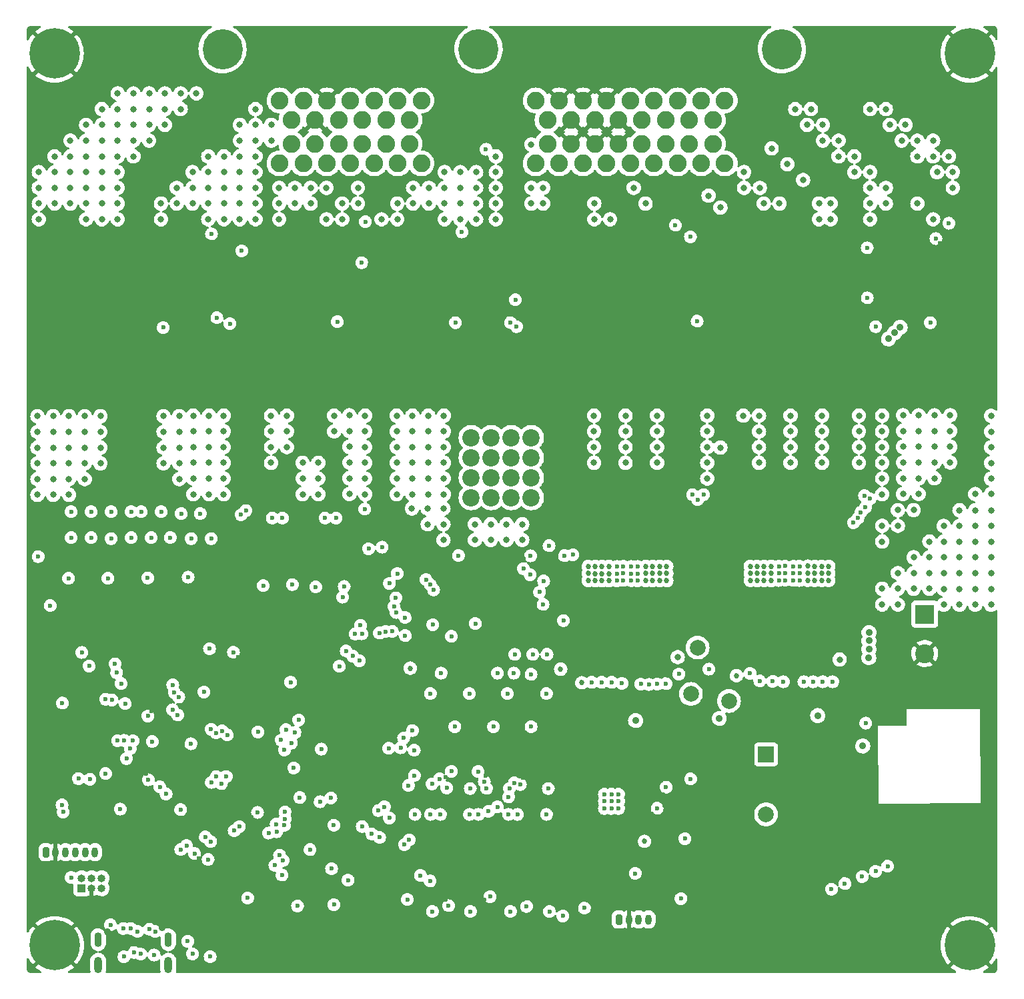
<source format=gbr>
%TF.GenerationSoftware,KiCad,Pcbnew,(6.0.8)*%
%TF.CreationDate,2023-06-01T04:18:12+02:00*%
%TF.ProjectId,pdms,70646d73-2e6b-4696-9361-645f70636258,rev?*%
%TF.SameCoordinates,Original*%
%TF.FileFunction,Copper,L3,Inr*%
%TF.FilePolarity,Positive*%
%FSLAX46Y46*%
G04 Gerber Fmt 4.6, Leading zero omitted, Abs format (unit mm)*
G04 Created by KiCad (PCBNEW (6.0.8)) date 2023-06-01 04:18:12*
%MOMM*%
%LPD*%
G01*
G04 APERTURE LIST*
G04 Aperture macros list*
%AMRoundRect*
0 Rectangle with rounded corners*
0 $1 Rounding radius*
0 $2 $3 $4 $5 $6 $7 $8 $9 X,Y pos of 4 corners*
0 Add a 4 corners polygon primitive as box body*
4,1,4,$2,$3,$4,$5,$6,$7,$8,$9,$2,$3,0*
0 Add four circle primitives for the rounded corners*
1,1,$1+$1,$2,$3*
1,1,$1+$1,$4,$5*
1,1,$1+$1,$6,$7*
1,1,$1+$1,$8,$9*
0 Add four rect primitives between the rounded corners*
20,1,$1+$1,$2,$3,$4,$5,0*
20,1,$1+$1,$4,$5,$6,$7,0*
20,1,$1+$1,$6,$7,$8,$9,0*
20,1,$1+$1,$8,$9,$2,$3,0*%
G04 Aperture macros list end*
%TA.AperFunction,ComponentPad*%
%ADD10C,2.000000*%
%TD*%
%TA.AperFunction,ComponentPad*%
%ADD11RoundRect,0.200000X-0.200000X-0.450000X0.200000X-0.450000X0.200000X0.450000X-0.200000X0.450000X0*%
%TD*%
%TA.AperFunction,ComponentPad*%
%ADD12O,0.800000X1.300000*%
%TD*%
%TA.AperFunction,ComponentPad*%
%ADD13R,1.000000X1.000000*%
%TD*%
%TA.AperFunction,ComponentPad*%
%ADD14O,1.000000X1.000000*%
%TD*%
%TA.AperFunction,ComponentPad*%
%ADD15C,0.800000*%
%TD*%
%TA.AperFunction,ComponentPad*%
%ADD16C,6.400000*%
%TD*%
%TA.AperFunction,ComponentPad*%
%ADD17O,1.025000X2.050000*%
%TD*%
%TA.AperFunction,ComponentPad*%
%ADD18O,0.925000X1.850000*%
%TD*%
%TA.AperFunction,ComponentPad*%
%ADD19C,2.250000*%
%TD*%
%TA.AperFunction,ComponentPad*%
%ADD20C,5.100000*%
%TD*%
%TA.AperFunction,ComponentPad*%
%ADD21R,2.000000X2.000000*%
%TD*%
%TA.AperFunction,ComponentPad*%
%ADD22C,2.200000*%
%TD*%
%TA.AperFunction,ComponentPad*%
%ADD23R,2.400000X2.400000*%
%TD*%
%TA.AperFunction,ComponentPad*%
%ADD24C,2.400000*%
%TD*%
%TA.AperFunction,ViaPad*%
%ADD25C,0.600000*%
%TD*%
%TA.AperFunction,ViaPad*%
%ADD26C,0.889000*%
%TD*%
%TA.AperFunction,ViaPad*%
%ADD27C,0.685800*%
%TD*%
%TA.AperFunction,ViaPad*%
%ADD28C,0.800000*%
%TD*%
G04 APERTURE END LIST*
D10*
%TO.N,SPI2_MISO*%
%TO.C,TP3*%
X102108000Y-120904000D03*
%TD*%
D11*
%TO.N,SAFETY_IN*%
%TO.C,J5*%
X92125000Y-155450000D03*
D12*
%TO.N,GND*%
X93375000Y-155450000D03*
%TO.N,+12V*%
X94625000Y-155450000D03*
%TO.N,+5V*%
X95875000Y-155450000D03*
%TD*%
D13*
%TO.N,+3.3V*%
%TO.C,J1*%
X23926800Y-151485600D03*
D14*
%TO.N,NRST*%
X23926800Y-150215600D03*
%TO.N,GND*%
X25196800Y-151485600D03*
%TO.N,SWDIO*%
X25196800Y-150215600D03*
%TO.N,+5V*%
X26466800Y-151485600D03*
%TO.N,SWCLK*%
X26466800Y-150215600D03*
%TD*%
D15*
%TO.N,GND*%
%TO.C,H2*%
X138336856Y-43730344D03*
X136639800Y-43027400D03*
X134942744Y-47124456D03*
D16*
X136639800Y-45427400D03*
D15*
X134239800Y-45427400D03*
X134942744Y-43730344D03*
X136639800Y-47827400D03*
X138336856Y-47124456D03*
X139039800Y-45427400D03*
%TD*%
D17*
%TO.N,unconnected-(J6-PadS1)*%
%TO.C,J6*%
X26030000Y-161213800D03*
%TO.N,unconnected-(J6-PadS2)*%
X34930000Y-161213800D03*
D18*
%TO.N,unconnected-(J6-PadS3)*%
X26030000Y-158013800D03*
%TO.N,unconnected-(J6-PadS4)*%
X34930000Y-158013800D03*
%TD*%
D19*
%TO.N,HP_MOS7*%
%TO.C,J2*%
X105558000Y-59396000D03*
%TO.N,LP_MOS7*%
X104058000Y-56896000D03*
%TO.N,HP_MOS7*%
X102558000Y-59396000D03*
%TO.N,unconnected-(J2-Pad4)*%
X101058000Y-56896000D03*
%TO.N,LP_MOS6*%
X99558000Y-59396000D03*
%TO.N,unconnected-(J2-Pad6)*%
X98058000Y-56896000D03*
%TO.N,LP_MOS5*%
X96558000Y-59396000D03*
%TO.N,HP_MOS6*%
X95058000Y-56896000D03*
X93558000Y-59396000D03*
%TO.N,GND*%
X92058000Y-56896000D03*
%TO.N,LP_MOS4*%
X90558000Y-59396000D03*
%TO.N,GND*%
X89058000Y-56896000D03*
%TO.N,LP_MOS3*%
X87558000Y-59396000D03*
%TO.N,GND*%
X86058000Y-56896000D03*
%TO.N,LP_MOS2*%
X84558000Y-59396000D03*
%TO.N,HP_MOS5*%
X83058000Y-56896000D03*
X81558000Y-59396000D03*
%TO.N,LP_MOS8*%
X105558000Y-51396000D03*
%TO.N,HP_MOS8*%
X104058000Y-53896000D03*
X102558000Y-51396000D03*
%TO.N,+12V*%
X101058000Y-53896000D03*
X99558000Y-51396000D03*
%TO.N,+5V*%
X98058000Y-53896000D03*
X96558000Y-51396000D03*
%TO.N,+3.3V*%
X95058000Y-53896000D03*
X93558000Y-51396000D03*
%TO.N,GND*%
X92058000Y-53896000D03*
X90558000Y-51396000D03*
X89058000Y-53896000D03*
X87558000Y-51396000D03*
X86058000Y-53896000D03*
X84558000Y-51396000D03*
%TO.N,SAFETY_IN*%
X83058000Y-53896000D03*
%TO.N,LP_MOS1*%
X81558000Y-51396000D03*
%TO.N,HP_MOS4*%
X67058000Y-59396000D03*
%TO.N,CAN1_L*%
X65558000Y-56896000D03*
%TO.N,HP_MOS4*%
X64058000Y-59396000D03*
%TO.N,CAN1_H*%
X62558000Y-56896000D03*
%TO.N,HP_MOS4*%
X61058000Y-59396000D03*
%TO.N,CAN2_L*%
X59558000Y-56896000D03*
%TO.N,HP_MOS3*%
X58058000Y-59396000D03*
%TO.N,CAN2_H*%
X56558000Y-56896000D03*
%TO.N,HP_MOS3*%
X55058000Y-59396000D03*
%TO.N,HP_MOS2*%
X53558000Y-56896000D03*
%TO.N,HP_MOS3*%
X52058000Y-59396000D03*
%TO.N,HP_MOS2*%
X50558000Y-56896000D03*
X49058000Y-59396000D03*
%TO.N,CONN_AD_IN1*%
X67058000Y-51396000D03*
%TO.N,CONN_AD_IN2*%
X65558000Y-53896000D03*
%TO.N,CONN_AD_IN3*%
X64058000Y-51396000D03*
%TO.N,CONN_AD_IN4*%
X62558000Y-53896000D03*
%TO.N,CONN_AD_IN5*%
X61058000Y-51396000D03*
%TO.N,CONN_AD_IN6*%
X59558000Y-53896000D03*
%TO.N,CONN_AD_IN7*%
X58058000Y-51396000D03*
%TO.N,CONN_AD_IN8*%
X56558000Y-53896000D03*
%TO.N,GND*%
X55058000Y-51396000D03*
X53558000Y-53896000D03*
%TO.N,HP_MOS1*%
X52058000Y-51396000D03*
X50558000Y-53896000D03*
X49058000Y-51396000D03*
D20*
%TO.N,unconnected-(J2-PadMH1)*%
X112808000Y-44896000D03*
%TO.N,unconnected-(J2-PadMH2)*%
X74308000Y-44896000D03*
%TO.N,unconnected-(J2-PadMH3)*%
X41808000Y-44896000D03*
%TD*%
D21*
%TO.N,+5V*%
%TO.C,BZ1*%
X110800000Y-134500000D03*
D10*
%TO.N,Net-(BZ1-Pad2)*%
X110800000Y-142100000D03*
%TD*%
D22*
%TO.N,+12V*%
%TO.C,J3*%
X73380600Y-101854000D03*
X75920600Y-101854000D03*
X78460600Y-101854000D03*
X81000600Y-101854000D03*
X73380600Y-99314000D03*
X75920600Y-99314000D03*
X78460600Y-99314000D03*
X81000600Y-99314000D03*
X73380600Y-96774000D03*
X75920600Y-96774000D03*
X78460600Y-96774000D03*
X81000600Y-96774000D03*
X73380600Y-94234000D03*
X75920600Y-94234000D03*
X78460600Y-94234000D03*
X81000600Y-94234000D03*
%TD*%
D11*
%TO.N,+3.3V*%
%TO.C,J4*%
X19379400Y-146906400D03*
D12*
%TO.N,GND*%
X20629400Y-146906400D03*
%TO.N,+5V*%
X21879400Y-146906400D03*
%TO.N,NRST*%
X23129400Y-146906400D03*
%TO.N,SWDIO*%
X24379400Y-146906400D03*
%TO.N,SWCLK*%
X25629400Y-146906400D03*
%TD*%
D15*
%TO.N,GND*%
%TO.C,H1*%
X18787544Y-47124456D03*
D16*
X20484600Y-45427400D03*
D15*
X18787544Y-43730344D03*
X22181656Y-47124456D03*
X20484600Y-47827400D03*
X22181656Y-43730344D03*
X20484600Y-43027400D03*
X22884600Y-45427400D03*
X18084600Y-45427400D03*
%TD*%
D10*
%TO.N,SPI2_SCK*%
%TO.C,TP4*%
X106095800Y-127685800D03*
%TD*%
D15*
%TO.N,GND*%
%TO.C,H3*%
X22207056Y-160434856D03*
X18812944Y-157040744D03*
X22207056Y-157040744D03*
X22910000Y-158737800D03*
X18812944Y-160434856D03*
D16*
X20510000Y-158737800D03*
D15*
X18110000Y-158737800D03*
X20510000Y-161137800D03*
X20510000Y-156337800D03*
%TD*%
D10*
%TO.N,SPI2_MOSI*%
%TO.C,TP2*%
X101250000Y-126796800D03*
%TD*%
D15*
%TO.N,GND*%
%TO.C,H4*%
X134942744Y-160434856D03*
X138336856Y-157040744D03*
X136639800Y-161137800D03*
X134239800Y-158737800D03*
D16*
X136639800Y-158737800D03*
D15*
X139039800Y-158737800D03*
X138336856Y-160434856D03*
X134942744Y-157040744D03*
X136639800Y-156337800D03*
%TD*%
D23*
%TO.N,+12V*%
%TO.C,C88*%
X130937000Y-116666000D03*
D24*
%TO.N,GND*%
X130937000Y-121666000D03*
%TD*%
D25*
%TO.N,BT_IRQ*%
X123449000Y-130501000D03*
%TO.N,GND*%
X107500000Y-147000000D03*
%TO.N,/PERIPHERAL/BUZZ_IN*%
X100000000Y-152800000D03*
%TO.N,GND*%
X121290000Y-134692000D03*
X120401000Y-136470000D03*
X120401000Y-135581000D03*
X120401000Y-134692000D03*
X121290000Y-133930000D03*
X120401000Y-133930000D03*
D26*
%TO.N,+3.3V*%
X123068000Y-133422000D03*
D25*
%TO.N,BT_RESET*%
X126220000Y-148680000D03*
%TO.N,BT_CS*%
X124700000Y-149324500D03*
%TO.N,SPI3_MOSI*%
X123000000Y-150004500D03*
%TO.N,SPI3_MISO*%
X120800000Y-150899500D03*
%TO.N,SPI3_SCK*%
X119100000Y-151600000D03*
%TO.N,BT_RESET*%
X64900000Y-145950000D03*
X61750000Y-145025500D03*
X47650000Y-144475500D03*
%TO.N,BT_IRQ*%
X65500000Y-145350000D03*
X60750000Y-144575500D03*
%TO.N,LP_CSN2*%
X59536483Y-143636483D03*
%TO.N,LP_CSN1*%
X55935150Y-143474500D03*
X49675390Y-143499487D03*
%TO.N,LP_CSN2*%
X48624500Y-143353981D03*
%TO.N,BT_IRQ*%
X48686410Y-144299069D03*
%TO.N,SPI3_SCK*%
X48450000Y-148567662D03*
%TO.N,SPI3_MISO*%
X49500125Y-147943162D03*
%TO.N,SPI3_MOSI*%
X49050000Y-147282411D03*
%TO.N,GND*%
X45500000Y-142450000D03*
%TO.N,+3.3V*%
X46250000Y-141850000D03*
D27*
%TO.N,/POWER_SWITCHES/BTS722204-1/OUT0*%
X89080000Y-110607000D03*
X89980000Y-110607000D03*
X88230000Y-110597000D03*
X89980000Y-111507000D03*
X88230000Y-111497000D03*
X89080000Y-112407000D03*
X88230000Y-112397000D03*
X90880000Y-110607000D03*
X89980000Y-112407000D03*
X90880000Y-112407000D03*
X89080000Y-111507000D03*
X90880000Y-111507000D03*
D26*
%TO.N,GND*%
X64262000Y-126111000D03*
D25*
X21150000Y-138950000D03*
X92760800Y-135128000D03*
D27*
X123622400Y-159084800D03*
X77902400Y-159084800D03*
D25*
X22856600Y-127929600D03*
X64973200Y-118313200D03*
X88392000Y-141859000D03*
X132892800Y-69545200D03*
X79908400Y-137414000D03*
X32337497Y-154098503D03*
X56769000Y-69850000D03*
X34180679Y-123180931D03*
D28*
X28448000Y-74676000D03*
D27*
X123622400Y-158322800D03*
D25*
X96316800Y-142036800D03*
X92760800Y-134213600D03*
D27*
X57570800Y-158992000D03*
D25*
X55525400Y-103544400D03*
X70127600Y-137328200D03*
X94589600Y-135128000D03*
X79984071Y-112208659D03*
X25225000Y-109300000D03*
D27*
X128702400Y-158322800D03*
D25*
X36611209Y-140048147D03*
X64922400Y-113233200D03*
D28*
X28448000Y-76708000D03*
D25*
X87249000Y-69723000D03*
X96316800Y-134228000D03*
D28*
X28448000Y-78740000D03*
D25*
X46725400Y-104644400D03*
D27*
X45301600Y-158334300D03*
D26*
X27178000Y-156972000D03*
D27*
X118624889Y-121235455D03*
X62535400Y-158322800D03*
D25*
X24300000Y-139600000D03*
X99738300Y-133238000D03*
X24598504Y-129575227D03*
X39497000Y-157353000D03*
D28*
X27940000Y-73660000D03*
D25*
X71323200Y-129235200D03*
X88392000Y-138811000D03*
D27*
X103302400Y-158322800D03*
X113462400Y-159084800D03*
D28*
X28448000Y-77724000D03*
D25*
X24130000Y-142367000D03*
X28702000Y-154178000D03*
X41656000Y-69723000D03*
X40525000Y-114058000D03*
D27*
X72822400Y-159084800D03*
D25*
X70900000Y-118000000D03*
X64922400Y-110744000D03*
X96316800Y-133328000D03*
X80000000Y-109601000D03*
D27*
X109226889Y-120727455D03*
D25*
X95416800Y-135128000D03*
X100685600Y-143840200D03*
X52610000Y-123750000D03*
X30249000Y-109380000D03*
D27*
X103302400Y-159084800D03*
X128702400Y-159084800D03*
D28*
X99870200Y-107261000D03*
D25*
X48250000Y-109600000D03*
X84683600Y-137414000D03*
D28*
X103816660Y-73722500D03*
D25*
X49112159Y-127453924D03*
D26*
X101600000Y-131724400D03*
D27*
X98222400Y-158322800D03*
D25*
X54341112Y-128928649D03*
X53365400Y-104481400D03*
D27*
X106272000Y-112279000D03*
D28*
X100787200Y-108150000D03*
D25*
X59750000Y-148750000D03*
D27*
X98058000Y-121257000D03*
D25*
X76581000Y-112141000D03*
X94801500Y-146735800D03*
X43800000Y-122100000D03*
D27*
X82982400Y-159084800D03*
D25*
X23495000Y-113411000D03*
X70129400Y-152984200D03*
X41005400Y-157988000D03*
X84836000Y-152908000D03*
X32766000Y-109411000D03*
D27*
X108382400Y-159084800D03*
D25*
X117602000Y-68961000D03*
X33405500Y-114046000D03*
X94166500Y-146735800D03*
D27*
X52413600Y-158334300D03*
X108210889Y-119203455D03*
D25*
X27709000Y-109371000D03*
X28448000Y-114046000D03*
D27*
X108972889Y-119203455D03*
D28*
X104324660Y-77786500D03*
D27*
X88062400Y-158322800D03*
D25*
X76809600Y-129286000D03*
X75184000Y-137160000D03*
D27*
X72822400Y-158322800D03*
D25*
X95416800Y-133328000D03*
X37846000Y-109474000D03*
D27*
X121164889Y-118949455D03*
D25*
X35306000Y-109421000D03*
X29396300Y-153670000D03*
X71729600Y-145150500D03*
X75057000Y-152908000D03*
D27*
X93142400Y-159084800D03*
D25*
X102555741Y-69772609D03*
D28*
X119532400Y-75767250D03*
D25*
X32149089Y-136904012D03*
X19685000Y-109347000D03*
D27*
X100303000Y-112279000D03*
D25*
X40475000Y-113408000D03*
D28*
X134740140Y-78828000D03*
X107626660Y-86422500D03*
D25*
X22733000Y-109347000D03*
D28*
X121495800Y-107261000D03*
D25*
X99077900Y-133238000D03*
X40386000Y-109474000D03*
D28*
X43578000Y-75703500D03*
D27*
X93142400Y-158322800D03*
D25*
X46417960Y-117883094D03*
X56816374Y-136991682D03*
X100500000Y-149650500D03*
D27*
X62535400Y-159084800D03*
D25*
X32820000Y-128970000D03*
X28448000Y-113358000D03*
X80162400Y-114554000D03*
X79959200Y-152908000D03*
D28*
X104324660Y-75754500D03*
X120462800Y-108150000D03*
X120462800Y-107261000D03*
D27*
X118542400Y-159084800D03*
X108382400Y-158322800D03*
D28*
X121462800Y-108150000D03*
D25*
X81432400Y-145150500D03*
X23950000Y-139000000D03*
X38989000Y-124841000D03*
X49168485Y-121924050D03*
D27*
X118542400Y-158322800D03*
D25*
X37070738Y-147957395D03*
X31521400Y-121513600D03*
D27*
X87644000Y-119225000D03*
D28*
X134740140Y-77812000D03*
X104324660Y-78802500D03*
D25*
X23180000Y-143342000D03*
D27*
X67615400Y-159084800D03*
X108972889Y-119965455D03*
D25*
X26860500Y-69278500D03*
D28*
X89116920Y-76757750D03*
X134740140Y-76796000D03*
D25*
X98417500Y-133238000D03*
X64984385Y-115936785D03*
D27*
X100598000Y-118971000D03*
X82982400Y-158322800D03*
X77902400Y-158322800D03*
X88062400Y-159084800D03*
D25*
X80111600Y-119786400D03*
X96316800Y-135128000D03*
X57785000Y-132080000D03*
X52401377Y-120666813D03*
D28*
X137871200Y-72542400D03*
D25*
X95436500Y-146735800D03*
X54864000Y-109601000D03*
D27*
X67615400Y-158322800D03*
D25*
X66852800Y-145150500D03*
D28*
X88608920Y-73709750D03*
X134740140Y-75780000D03*
X43070000Y-73671500D03*
X119532400Y-74751250D03*
D25*
X76555600Y-145150500D03*
D28*
X28448000Y-75692000D03*
X43578000Y-77735500D03*
X100820200Y-107261000D03*
D27*
X88406000Y-119987000D03*
D25*
X38051093Y-117679338D03*
X66954400Y-129286000D03*
X48825400Y-103544400D03*
X23495000Y-114046000D03*
D28*
X89116920Y-75741750D03*
X119024400Y-73735250D03*
D25*
X97739200Y-139598400D03*
X88646000Y-137541000D03*
D28*
X119532400Y-78815250D03*
X73909180Y-78777000D03*
D25*
X60000000Y-150550000D03*
D27*
X113462400Y-158322800D03*
D25*
X33405500Y-113411000D03*
D28*
X62003440Y-86384250D03*
X58701440Y-78764250D03*
X73909180Y-75729000D03*
D27*
X88660000Y-120749000D03*
D28*
X58701440Y-74700250D03*
X46880000Y-86371500D03*
D27*
X114306889Y-125272800D03*
D25*
X96071500Y-146735800D03*
D27*
X101065000Y-112279000D03*
D25*
X92760800Y-133299200D03*
X38802031Y-147714218D03*
D28*
X119532400Y-77799250D03*
D27*
X93726000Y-125499500D03*
X52402000Y-159096800D03*
D25*
X55248592Y-150346409D03*
D27*
X105510000Y-112279000D03*
D28*
X122834400Y-86435250D03*
D27*
X57582400Y-158229500D03*
D28*
X58701440Y-75716250D03*
D27*
X98222400Y-159084800D03*
D28*
X134740140Y-74764000D03*
D25*
X81737200Y-129235200D03*
D28*
X104324660Y-76770500D03*
D25*
X97920011Y-140896811D03*
D28*
X43578000Y-78751500D03*
D25*
X80074897Y-117006497D03*
D28*
X92418920Y-86409750D03*
D25*
X18669000Y-115570000D03*
D27*
X88406000Y-119225000D03*
D28*
X77211180Y-86397000D03*
D25*
X47000000Y-118375000D03*
X31350000Y-86400000D03*
D28*
X89116920Y-78789750D03*
X73909180Y-76745000D03*
D25*
X95416800Y-134228000D03*
D28*
X99870200Y-108150000D03*
X43578000Y-76719500D03*
X73909180Y-77761000D03*
X89116920Y-77773750D03*
X89116920Y-74725750D03*
D25*
X59182000Y-124841000D03*
D28*
X43578000Y-74687500D03*
D25*
X30686497Y-152447503D03*
X52193402Y-141547256D03*
X71882000Y-69596000D03*
D27*
X45290000Y-159096800D03*
D25*
X93689600Y-135128000D03*
D27*
X108210889Y-119965455D03*
D25*
X89250000Y-153750000D03*
D28*
X58701440Y-77748250D03*
X73401180Y-73697000D03*
D25*
X38608000Y-149987000D03*
D28*
X138042140Y-86448000D03*
X58701440Y-76732250D03*
D27*
X87644000Y-119987000D03*
D28*
X134232140Y-73748000D03*
D26*
X34114729Y-156538863D03*
D28*
X58193440Y-73684250D03*
X138480800Y-73202800D03*
X119532400Y-76783250D03*
X104324660Y-74738500D03*
X73909180Y-74713000D03*
D25*
%TO.N,/POWER_SWITCHES/BTS722204-1/OUT1*%
X92652400Y-112374600D03*
X91852400Y-111507000D03*
X92652400Y-110574600D03*
X91852400Y-110607000D03*
X91852400Y-112407000D03*
X92652400Y-111474600D03*
%TO.N,/POWER_SWITCHES/BTS722204-1/OUT2*%
X94481200Y-111507400D03*
X94481200Y-112407400D03*
X93681200Y-111500000D03*
X93681200Y-112400000D03*
X93681200Y-110600000D03*
X94481200Y-110607400D03*
D27*
%TO.N,/POWER_SWITCHES/BTS722204-1/OUT3*%
X95540000Y-110587000D03*
X98190000Y-111497000D03*
X98190000Y-110597000D03*
X95540000Y-112387000D03*
X96390000Y-112397000D03*
X96390000Y-110597000D03*
X97290000Y-112397000D03*
X96390000Y-111497000D03*
X97290000Y-110597000D03*
X98190000Y-112397000D03*
X97290000Y-111497000D03*
X95540000Y-111487000D03*
D25*
%TO.N,SENS_OUT_LP1*%
X59182000Y-122574500D03*
D28*
X99584395Y-122118235D03*
D25*
%TO.N,SENS_OUT_LP2*%
X56645345Y-123276500D03*
D28*
X120140000Y-122430000D03*
D25*
%TO.N,/POWER_SWITCHES/BTS50010-1TAE/IN*%
X34290000Y-80253500D03*
X62498519Y-118864875D03*
D28*
%TO.N,+12V*%
X103327200Y-99440000D03*
X34322000Y-97504000D03*
X137344400Y-113455200D03*
X125526800Y-101440000D03*
X92963000Y-91440000D03*
D26*
X127114300Y-80911700D03*
D28*
X67850000Y-105238800D03*
X63912000Y-91440000D03*
X65912000Y-95440000D03*
X139344400Y-103455200D03*
X38100000Y-101440000D03*
X38100000Y-93440000D03*
X69850000Y-105238800D03*
X38100000Y-99440000D03*
X88963000Y-95440000D03*
X135344400Y-107455200D03*
X88963000Y-93440000D03*
X92963000Y-93440000D03*
X34322000Y-91504000D03*
X49974000Y-95440000D03*
X18322000Y-101504000D03*
X20322000Y-101504000D03*
X67912000Y-97440000D03*
X132168400Y-93396800D03*
X137344400Y-115455200D03*
X139344400Y-113455200D03*
X125526800Y-97440000D03*
X135344400Y-105455200D03*
X113899200Y-91440000D03*
X55974000Y-91440000D03*
X135344400Y-111455200D03*
X96963000Y-97440000D03*
X96963000Y-93440000D03*
X135344400Y-109455200D03*
X122580400Y-91440000D03*
X20322000Y-95504000D03*
X67850000Y-103238800D03*
X125526800Y-115440000D03*
X127526800Y-113440000D03*
X57912000Y-93396800D03*
X139344400Y-101396800D03*
X65912000Y-101440000D03*
X125526800Y-91440000D03*
X22322000Y-93504000D03*
X122580400Y-95440000D03*
X73850000Y-107238800D03*
X24322000Y-95504000D03*
X57912000Y-97396800D03*
X65912000Y-97440000D03*
X36322000Y-97504000D03*
X129526800Y-103440000D03*
X53974000Y-99440000D03*
X125526800Y-99440000D03*
X105000000Y-95500000D03*
X24322000Y-93504000D03*
X34322000Y-95504000D03*
X26322000Y-93504000D03*
X125526800Y-107440000D03*
X134168400Y-91396800D03*
X139344400Y-93466400D03*
X128168400Y-101396800D03*
X130168400Y-97396800D03*
X59912000Y-99440000D03*
X117899200Y-93440000D03*
X117899200Y-91440000D03*
X18322000Y-91504000D03*
X63912000Y-99440000D03*
X128168400Y-99396800D03*
X88963000Y-91440000D03*
X67912000Y-95440000D03*
X92963000Y-95440000D03*
X49974000Y-91440000D03*
X24322000Y-91504000D03*
X135344400Y-113455200D03*
X69912000Y-99440000D03*
X107899200Y-91440000D03*
X137344400Y-101396800D03*
X113899200Y-95440000D03*
X36322000Y-91504000D03*
X92963000Y-97440000D03*
X113899200Y-97440000D03*
X137344400Y-103455200D03*
X47974000Y-95440000D03*
X41974000Y-97440000D03*
X20322000Y-93504000D03*
X63912000Y-101440000D03*
X109899200Y-93440000D03*
X67912000Y-101440000D03*
X63912000Y-97440000D03*
D26*
X127812800Y-80213200D03*
D28*
X128168400Y-91396800D03*
X18322000Y-95504000D03*
X129526800Y-109440000D03*
X127526800Y-111440000D03*
D25*
X18415000Y-109347000D03*
D28*
X139344400Y-99466400D03*
X53974000Y-97440000D03*
X125526800Y-113440000D03*
X103327200Y-97440000D03*
X79850000Y-107238800D03*
X135344400Y-115455200D03*
X36322000Y-95504000D03*
X55974000Y-93440000D03*
X139344400Y-109455200D03*
X130168400Y-91396800D03*
X75850000Y-105238800D03*
X69912000Y-101440000D03*
X117899200Y-97440000D03*
X22322000Y-95504000D03*
X18322000Y-97504000D03*
X109899200Y-97440000D03*
X79850000Y-105238800D03*
X59912000Y-97440000D03*
X88963000Y-97440000D03*
X24322000Y-99504000D03*
X132168400Y-97396800D03*
X67912000Y-91440000D03*
X131526800Y-111440000D03*
X41974000Y-93440000D03*
X109899200Y-95440000D03*
X125526800Y-95440000D03*
X38100000Y-95440000D03*
X139344400Y-105455200D03*
X137344400Y-109455200D03*
X69850000Y-103238800D03*
X127526800Y-105440000D03*
X134168400Y-93396800D03*
X133344400Y-113455200D03*
X40100000Y-97440000D03*
X128168400Y-95396800D03*
X65912000Y-99440000D03*
X40100000Y-99440000D03*
X20322000Y-99504000D03*
X125526800Y-93440000D03*
X127526800Y-115440000D03*
X139344400Y-91466400D03*
X137344400Y-105455200D03*
X26322000Y-95504000D03*
X128168400Y-97396800D03*
X20322000Y-97504000D03*
X133344400Y-107455200D03*
X133344400Y-115455200D03*
X26322000Y-91504000D03*
X96963000Y-91440000D03*
X129526800Y-113440000D03*
X130168400Y-95396800D03*
X130168400Y-99396800D03*
X67912000Y-93440000D03*
X113899200Y-93440000D03*
X41974000Y-101440000D03*
X38100000Y-91440000D03*
X63912000Y-93440000D03*
X134168400Y-97396800D03*
X134168400Y-95396800D03*
X77850000Y-107238800D03*
X69912000Y-95440000D03*
X137344400Y-111455200D03*
X47974000Y-97440000D03*
X57912000Y-101396800D03*
X73850000Y-105238800D03*
X127526800Y-103440000D03*
X132168400Y-95396800D03*
X103327200Y-93440000D03*
X69912000Y-93440000D03*
X69912000Y-91440000D03*
X24322000Y-97504000D03*
X22322000Y-101504000D03*
X103327200Y-95440000D03*
X67912000Y-99440000D03*
X103327200Y-91440000D03*
X41974000Y-99440000D03*
X18322000Y-93504000D03*
X65850000Y-103238800D03*
X40100000Y-91440000D03*
X40100000Y-95440000D03*
X36322000Y-93504000D03*
X22322000Y-91504000D03*
X139344400Y-95466400D03*
X139344400Y-107455200D03*
X57912000Y-91396800D03*
X139344400Y-97466400D03*
X69850000Y-107238800D03*
X51974000Y-101440000D03*
X65912000Y-91440000D03*
X40100000Y-93440000D03*
X77850000Y-105238800D03*
X59912000Y-93440000D03*
X69912000Y-97440000D03*
X137344400Y-107455200D03*
X57912000Y-95396800D03*
X131526800Y-109440000D03*
X65912000Y-93440000D03*
X129526800Y-111440000D03*
D26*
X126339600Y-81686400D03*
D28*
X130168400Y-93396800D03*
X36322000Y-99504000D03*
X20322000Y-91504000D03*
X47974000Y-93440000D03*
X122580400Y-93440000D03*
X26322000Y-97504000D03*
X63912000Y-95440000D03*
X51974000Y-97440000D03*
X18322000Y-99504000D03*
X49974000Y-93440000D03*
X59912000Y-101440000D03*
X133344400Y-105455200D03*
X122580400Y-97440000D03*
X47974000Y-91440000D03*
X131526800Y-107440000D03*
X132168400Y-99396800D03*
X41974000Y-95440000D03*
X41974000Y-91440000D03*
X38100000Y-97440000D03*
X109899200Y-91440000D03*
X135344400Y-103455200D03*
X128168400Y-93396800D03*
X131526800Y-113440000D03*
X130168400Y-101396800D03*
X125526800Y-105440000D03*
X34322000Y-93504000D03*
X59912000Y-95440000D03*
X51974000Y-99440000D03*
X132168400Y-91396800D03*
X139344400Y-115455200D03*
X22322000Y-97504000D03*
X57912000Y-99396800D03*
X40100000Y-101440000D03*
X117899200Y-95440000D03*
X22322000Y-99504000D03*
X53974000Y-101440000D03*
X96963000Y-95440000D03*
X75850000Y-107238800D03*
X59912000Y-91440000D03*
X133344400Y-109455200D03*
X139344400Y-111455200D03*
X133344400Y-111455200D03*
D25*
%TO.N,/POWER_SWITCHES/BTS50010-1TAE1/IN*%
X41097200Y-79004500D03*
X63358411Y-118841589D03*
%TO.N,/POWER_SWITCHES/BTS50010-1TAE2/IN*%
X59866559Y-103303041D03*
X56388000Y-79502000D03*
D27*
%TO.N,/POWER_SWITCHES/BTS722204-2/OUT0*%
X109646889Y-111485455D03*
X110546889Y-110585455D03*
X108796889Y-111475455D03*
X111446889Y-110585455D03*
X110546889Y-111485455D03*
X109646889Y-110585455D03*
X110546889Y-112385455D03*
X108796889Y-112375455D03*
X111446889Y-112385455D03*
X111446889Y-111485455D03*
X109646889Y-112385455D03*
X108796889Y-110575455D03*
D25*
%TO.N,/POWER_SWITCHES/BTS50010-1TAE3/IN*%
X71755000Y-109220000D03*
X71374000Y-79629000D03*
%TO.N,/POWER_SWITCHES/BTS722204-2/OUT1*%
X113219289Y-112353055D03*
X112419289Y-111485455D03*
X112419289Y-112385455D03*
X113219289Y-111453055D03*
X112419289Y-110585455D03*
X113219289Y-110553055D03*
%TO.N,/POWER_SWITCHES/BTS50010-1TAE4/IN*%
X76708000Y-124155200D03*
X71297800Y-130962400D03*
X69373021Y-137592419D03*
X78892400Y-121775500D03*
X79121000Y-80137000D03*
X69469000Y-142101500D03*
%TO.N,/POWER_SWITCHES/BTS50010-1TAE6/IN*%
X102108000Y-102108000D03*
X74295000Y-142101500D03*
X76200000Y-130962400D03*
X81178400Y-121775500D03*
X83258361Y-107968801D03*
X78790800Y-124155200D03*
X102044278Y-79439816D03*
X74257307Y-136652963D03*
%TO.N,/POWER_SWITCHES/BTS722204-2/OUT2*%
X114248089Y-111478455D03*
X115048089Y-111485855D03*
X114248089Y-110578455D03*
X115048089Y-112385855D03*
X115048089Y-110585855D03*
X114248089Y-112378455D03*
D27*
%TO.N,/POWER_SWITCHES/BTS722204-2/OUT3*%
X117856889Y-110575455D03*
X116956889Y-112375455D03*
X118756889Y-111475455D03*
X117856889Y-112375455D03*
X116106889Y-112365455D03*
X117856889Y-111475455D03*
X116956889Y-110575455D03*
X116956889Y-111475455D03*
X116106889Y-111465455D03*
X116106889Y-110565455D03*
X118756889Y-112375455D03*
X118756889Y-110575455D03*
D25*
%TO.N,/POWER_SWITCHES/BTS50010-1TAE7/IN*%
X85213003Y-109233003D03*
X78846575Y-138094824D03*
X124725700Y-80137000D03*
X80975200Y-124307600D03*
X123400000Y-103100000D03*
X80975200Y-130962400D03*
X79248000Y-142101500D03*
X83007200Y-121767600D03*
%TO.N,/POWER_SWITCHES/BTS50010-1TAE5/IN*%
X85090000Y-117475000D03*
X86280000Y-109110000D03*
X131643300Y-79629000D03*
X122811510Y-103744885D03*
%TO.N,LP_SIG_IN1*%
X49866589Y-131333411D03*
X94900000Y-125550000D03*
D26*
%TO.N,+5V*%
X117348000Y-129540000D03*
D27*
X84732066Y-123649534D03*
D26*
X94234000Y-130175000D03*
D25*
X37380300Y-158212753D03*
D27*
X65633600Y-123521400D03*
D26*
X104852200Y-129921000D03*
D25*
X87750000Y-154000000D03*
X61724413Y-119064783D03*
X57048400Y-114503200D03*
%TO.N,Net-(JP1-Pad2)*%
X54198761Y-140492239D03*
%TO.N,/ARGB_LEDS/LED_DATA_IN*%
X37998400Y-159816800D03*
X40243400Y-160172400D03*
X28834174Y-141427200D03*
X29319411Y-132697411D03*
%TO.N,/POWER1/PG3V3*%
X101222811Y-137594011D03*
X96977200Y-141325600D03*
%TO.N,/PERIPHERAL/BUZZ_IN*%
X45000000Y-152724500D03*
D27*
%TO.N,12V_LOGIC_ONLY*%
X95372324Y-145526242D03*
D25*
X100500000Y-145186400D03*
%TO.N,LP_SIG_IN2*%
X50554469Y-133045531D03*
X95927493Y-125593998D03*
%TO.N,LP_SIG_IN3*%
X49250000Y-132650000D03*
X97000000Y-125550000D03*
%TO.N,LP_SIG_IN4*%
X49670938Y-133929062D03*
X98100000Y-125500000D03*
%TO.N,LP_SIG_IN5*%
X115600000Y-125250000D03*
X49735232Y-141792974D03*
%TO.N,LP_SIG_IN6*%
X116750000Y-125250000D03*
X49745530Y-142686450D03*
%TO.N,LP_SIG_IN7*%
X118000000Y-125250000D03*
X43950000Y-143650000D03*
%TO.N,LP_SIG_IN8*%
X43294810Y-144174500D03*
X119250000Y-125250000D03*
%TO.N,VDDA*%
X43200000Y-121500000D03*
%TO.N,/VOLTAGE_OUT_MUX/HP_MOS_ADC*%
X73900000Y-117850000D03*
X59309300Y-118084300D03*
%TO.N,NCS*%
X28956000Y-125476000D03*
X29464000Y-128016000D03*
%TO.N,SENS_OUT1*%
X42750000Y-79750000D03*
X44173308Y-104025897D03*
%TO.N,SENS_OUT2*%
X44250000Y-70500000D03*
X44775500Y-103500000D03*
%TO.N,SENS_OUT3*%
X60350000Y-108350000D03*
X59472940Y-72009000D03*
%TO.N,SENS_OUT4*%
X62074500Y-108150000D03*
X72200000Y-68100000D03*
%TO.N,SENS_OUT5*%
X78985500Y-76708000D03*
X80850000Y-111650000D03*
X80907500Y-109256997D03*
X59502711Y-119160889D03*
%TO.N,SENS_OUT6*%
X82579808Y-112450208D03*
X58629322Y-119170678D03*
X102870000Y-101473000D03*
X101193600Y-68732400D03*
%TO.N,SENS_OUT7*%
X123647200Y-76479400D03*
X82051597Y-113861597D03*
X123291600Y-101600000D03*
X57505600Y-121346300D03*
%TO.N,SENS_OUT8*%
X132350000Y-68950000D03*
X122465333Y-104465555D03*
X58320349Y-121974697D03*
X82500000Y-115420000D03*
%TO.N,BK1_IO0*%
X23950000Y-121525000D03*
X24875000Y-123244500D03*
%TO.N,BK1_IO1*%
X27778945Y-127567306D03*
X28375000Y-124100000D03*
%TO.N,BK1_IO2*%
X26972094Y-127469171D03*
X28175000Y-122975000D03*
%TO.N,LP_CSN1*%
X66142100Y-133950000D03*
X92506800Y-125456600D03*
%TO.N,LP_CSN2*%
X113000000Y-125250000D03*
X63000000Y-142551500D03*
%TO.N,BT_CS*%
X52923711Y-146573711D03*
%TO.N,NRST*%
X37800000Y-133125000D03*
%TO.N,/PERIPHERAL/TEMP1_ALERT*%
X55950000Y-153575000D03*
X51325000Y-153733900D03*
D28*
%TO.N,HP_MOS3*%
X55000000Y-62500000D03*
X59000000Y-62500000D03*
X49000000Y-62500000D03*
X51000000Y-64500000D03*
X49000000Y-66500000D03*
X59000000Y-64500000D03*
D25*
X59944000Y-66802000D03*
X62998749Y-112751308D03*
D28*
X51000000Y-62500000D03*
X49000000Y-64500000D03*
X53000000Y-62500000D03*
X55000000Y-66500000D03*
X57000000Y-66500000D03*
X53000000Y-64500000D03*
X57000000Y-64500000D03*
D25*
%TO.N,/IMU/IMU_I2C_SA0*%
X29625675Y-135001783D03*
X23525212Y-137547894D03*
%TO.N,/IMU/IMU_I2C_SDA*%
X30099000Y-133731000D03*
X26968324Y-136915549D03*
X24983411Y-137633411D03*
%TO.N,/IMU/IMU_I2C_SCL*%
X30446512Y-132742851D03*
%TO.N,/CAN_BUS/CAN2_RX*%
X50673000Y-112903000D03*
X46303744Y-131620566D03*
%TO.N,/CAN_BUS/CAN2_TX*%
X50850000Y-136200000D03*
X46990000Y-113030000D03*
%TO.N,/CAN_BUS/CAN1_RX*%
X51004969Y-131700000D03*
X57250000Y-113150000D03*
%TO.N,/CAN_BUS/CAN1_TX*%
X53650000Y-113200000D03*
X51477109Y-130098800D03*
%TO.N,CAN1_H*%
X54825400Y-104444400D03*
%TO.N,CAN1_L*%
X56225400Y-104444400D03*
%TO.N,CAN2_L*%
X49425400Y-104444400D03*
%TO.N,CAN2_H*%
X48125400Y-104444400D03*
%TO.N,Net-(R107-Pad2)*%
X30226000Y-106934000D03*
X62357000Y-141137300D03*
X78105000Y-139888300D03*
X76708000Y-141137300D03*
X36132997Y-129475003D03*
X36254362Y-127182305D03*
%TO.N,SWDIO*%
X39630991Y-144969217D03*
X22606000Y-150114000D03*
%TO.N,SWCLK*%
X40312500Y-145542000D03*
%TO.N,CONN_AD_IN1*%
X22606000Y-103632000D03*
%TO.N,CONN_AD_IN2*%
X25146000Y-103632000D03*
%TO.N,CONN_AD_IN3*%
X27686000Y-103632000D03*
%TO.N,CONN_AD_IN4*%
X30226000Y-103632000D03*
%TO.N,CONN_AD_IN5*%
X31496000Y-103632000D03*
%TO.N,CONN_AD_IN6*%
X34036000Y-103632000D03*
%TO.N,CONN_AD_IN7*%
X36576000Y-103886000D03*
%TO.N,CONN_AD_IN8*%
X38989000Y-103886000D03*
%TO.N,Net-(R110-Pad2)*%
X66167000Y-137160000D03*
X22606000Y-106934000D03*
D28*
%TO.N,HP_MOS1*%
X48000000Y-54500000D03*
X28500000Y-62500000D03*
D25*
X40410000Y-68350000D03*
X65000000Y-119400000D03*
D28*
X46000000Y-52500000D03*
X24500000Y-56500000D03*
X26500000Y-58500000D03*
X26500000Y-56500000D03*
X24500000Y-64500000D03*
X34500000Y-54500000D03*
X32500000Y-52500000D03*
X28500000Y-58500000D03*
X18500000Y-62500000D03*
X38500000Y-50500000D03*
X36500000Y-50500000D03*
X28500000Y-56500000D03*
X36500000Y-52500000D03*
X26500000Y-60500000D03*
X28500000Y-52500000D03*
X30500000Y-58500000D03*
X24500000Y-58500000D03*
X28500000Y-64500000D03*
X26500000Y-52500000D03*
X20500000Y-60500000D03*
X28500000Y-50500000D03*
X20500000Y-64500000D03*
X20500000Y-62500000D03*
X18500000Y-60500000D03*
X32500000Y-54500000D03*
X30500000Y-52500000D03*
X30500000Y-50500000D03*
X24500000Y-54500000D03*
X26500000Y-54500000D03*
X24500000Y-66500000D03*
X26500000Y-64500000D03*
X22500000Y-60500000D03*
X30500000Y-56500000D03*
X30500000Y-54500000D03*
X22500000Y-62500000D03*
X24500000Y-60500000D03*
X26500000Y-66500000D03*
X34500000Y-50500000D03*
X22500000Y-58500000D03*
X32500000Y-56500000D03*
X18500000Y-64500000D03*
X44000000Y-54500000D03*
X22500000Y-64500000D03*
X46000000Y-54500000D03*
X26500000Y-62500000D03*
X28500000Y-66500000D03*
X34500000Y-52500000D03*
X20500000Y-58500000D03*
X28500000Y-54500000D03*
X24500000Y-62500000D03*
X28500000Y-60500000D03*
X32500000Y-50500000D03*
X22500000Y-56500000D03*
X18500000Y-66500000D03*
%TO.N,HP_MOS2*%
X44000000Y-66500000D03*
X40000000Y-64500000D03*
X46000000Y-62500000D03*
X44000000Y-58500000D03*
X42000000Y-62500000D03*
X46000000Y-64500000D03*
X34000000Y-66500000D03*
X40000000Y-66500000D03*
X42000000Y-58500000D03*
X38000000Y-60500000D03*
X46000000Y-58500000D03*
X42000000Y-64500000D03*
X44000000Y-62500000D03*
X36000000Y-62500000D03*
D25*
X65000000Y-117100000D03*
D28*
X40000000Y-60500000D03*
X40000000Y-62500000D03*
X40000000Y-58500000D03*
X34000000Y-64500000D03*
X48000000Y-56500000D03*
X42000000Y-66500000D03*
X46000000Y-56500000D03*
X38000000Y-62500000D03*
X36000000Y-64500000D03*
X44000000Y-60500000D03*
X44000000Y-64500000D03*
X42000000Y-60500000D03*
X46000000Y-66500000D03*
X38000000Y-64500000D03*
X44000000Y-56500000D03*
X46000000Y-60500000D03*
D25*
%TO.N,HP_MOS4*%
X64000000Y-111500000D03*
D28*
X74000000Y-64500000D03*
X70000000Y-66500000D03*
X66000000Y-62500000D03*
X62000000Y-66500000D03*
X72000000Y-66500000D03*
X70000000Y-62500000D03*
X70000000Y-60500000D03*
X74000000Y-66500000D03*
X74000000Y-60500000D03*
X72000000Y-64500000D03*
X66000000Y-64500000D03*
X72000000Y-62500000D03*
X68000000Y-62500000D03*
X64000000Y-64500000D03*
X74000000Y-62500000D03*
X68000000Y-64500000D03*
X70000000Y-64500000D03*
X64000000Y-66500000D03*
X72000000Y-60500000D03*
D25*
%TO.N,HP_MOS5*%
X78359000Y-79629000D03*
D28*
X76500000Y-64500000D03*
X81000000Y-57000000D03*
X82500000Y-62500000D03*
X76500000Y-58500000D03*
X76500000Y-62500000D03*
X89000000Y-66500000D03*
X89000000Y-64500000D03*
X81000000Y-64500000D03*
X76500000Y-66500000D03*
D25*
X80000000Y-110871000D03*
D28*
X76500000Y-60500000D03*
X81000000Y-62500000D03*
X82500000Y-64500000D03*
D25*
%TO.N,HP_MOS6*%
X101473000Y-101473000D03*
D28*
X105000000Y-65000000D03*
X103500000Y-63500000D03*
X95500000Y-64500000D03*
X94000000Y-62500000D03*
D25*
X99275000Y-67250000D03*
D28*
X91000000Y-66500000D03*
%TO.N,HP_MOS7*%
X119000000Y-64500000D03*
D25*
X123981492Y-102006400D03*
D28*
X117500000Y-64500000D03*
X108000000Y-62500000D03*
X117500000Y-66500000D03*
X111500000Y-57500000D03*
X110000000Y-62500000D03*
X119000000Y-66500000D03*
X108000000Y-60500000D03*
X115500000Y-61500000D03*
X112500000Y-64500000D03*
X110500000Y-64500000D03*
D25*
X123631900Y-70129400D03*
D28*
X113500000Y-59500000D03*
D25*
%TO.N,/VOLTAGE_OUT_MUX/HP_MOS_SEL3*%
X67645493Y-112268787D03*
X63802911Y-114597089D03*
%TO.N,/VOLTAGE_OUT_MUX/HP_MOS_SEL2*%
X68176935Y-112904803D03*
X63591589Y-115691589D03*
%TO.N,/VOLTAGE_OUT_MUX/HP_MOS_SEL1*%
X68606657Y-113579001D03*
X63844499Y-116450035D03*
D28*
%TO.N,HP_MOS8*%
X124000000Y-60500000D03*
X122000000Y-60500000D03*
X132500000Y-60500000D03*
X128500000Y-54500000D03*
X124000000Y-62500000D03*
X124000000Y-64500000D03*
X118000000Y-56500000D03*
D25*
X121900000Y-105050000D03*
D28*
X130000000Y-58500000D03*
X120000000Y-58500000D03*
X132000000Y-56500000D03*
X126500000Y-54500000D03*
X134500000Y-60500000D03*
X124000000Y-52500000D03*
X130000000Y-64500000D03*
X118000000Y-54500000D03*
X116500000Y-52500000D03*
X134000000Y-58500000D03*
D25*
X134000000Y-67000000D03*
D28*
X132000000Y-66500000D03*
X122000000Y-58500000D03*
X114500000Y-52500000D03*
X130000000Y-56500000D03*
X132000000Y-58500000D03*
X126000000Y-64500000D03*
X120000000Y-56500000D03*
X124000000Y-66500000D03*
X128000000Y-56500000D03*
X134500000Y-62500000D03*
X116000000Y-54500000D03*
X126000000Y-52500000D03*
X126000000Y-62500000D03*
D25*
%TO.N,+3.3V*%
X78105000Y-142101500D03*
D26*
X123850400Y-120040400D03*
D25*
X94200000Y-149600000D03*
X55563724Y-140011921D03*
X91171600Y-141347600D03*
X39979600Y-147828000D03*
X98106003Y-138644403D03*
X36500000Y-141500000D03*
D27*
X87426800Y-125374400D03*
D25*
X68500000Y-118000000D03*
X32319000Y-112058000D03*
X32333554Y-129604488D03*
X37450000Y-111958000D03*
X51622007Y-139967768D03*
X19939000Y-115570000D03*
X90271600Y-139547600D03*
X90271600Y-141347600D03*
X91171600Y-140447600D03*
X35493179Y-125649230D03*
D26*
X123850400Y-118999000D03*
D25*
X82931000Y-142101500D03*
X21450000Y-140900000D03*
X57750000Y-150450000D03*
X32900000Y-132850000D03*
X73152000Y-142101500D03*
X68199000Y-142101500D03*
X28488581Y-132725671D03*
D27*
X107035600Y-124482600D03*
D25*
X77978000Y-126746000D03*
X32386011Y-137700733D03*
X92071600Y-139547600D03*
D26*
X123850400Y-121107200D03*
D25*
X21573988Y-141800325D03*
X92071600Y-140447600D03*
X90271600Y-140447600D03*
X68199000Y-126746000D03*
X22275000Y-112108000D03*
X38252400Y-147066000D03*
X40162914Y-121051338D03*
X55650000Y-149000000D03*
X39450000Y-126550000D03*
X27271000Y-112108000D03*
X54351718Y-133803302D03*
X73152000Y-126746000D03*
X91171600Y-139547600D03*
X92071600Y-141347600D03*
X21485000Y-127955000D03*
X82931000Y-126746000D03*
D26*
X123834000Y-122199400D03*
D25*
X50450000Y-125300000D03*
%TO.N,SAFETY_IN*%
X75250000Y-57600000D03*
X78359000Y-154432000D03*
X65405000Y-138430000D03*
X83159600Y-138811000D03*
X83312000Y-154432000D03*
X75046500Y-137947590D03*
X66929000Y-149860000D03*
X66243200Y-142101500D03*
X70256400Y-138734800D03*
X69549847Y-124150553D03*
X85000000Y-155000000D03*
X73279000Y-154432000D03*
X79618500Y-138303000D03*
X73253600Y-138811000D03*
X68453000Y-154432000D03*
X65913000Y-131445000D03*
X70866000Y-119475500D03*
X68400630Y-138218919D03*
X78232000Y-138811000D03*
X68153794Y-150559109D03*
%TO.N,SPI2_MISO*%
X108751978Y-124185150D03*
X64798369Y-132387654D03*
X103531814Y-123645786D03*
X88650000Y-125323600D03*
%TO.N,SPI2_MOSI*%
X62900000Y-133700000D03*
X99745800Y-124282200D03*
X89916000Y-125323600D03*
X110000000Y-125150000D03*
%TO.N,SPI2_SCK*%
X64416589Y-133637154D03*
X91186000Y-125323600D03*
X111650000Y-125200000D03*
%TO.N,Net-(R113-Pad2)*%
X25146000Y-106934000D03*
X70866000Y-136624500D03*
%TO.N,Net-(R114-Pad2)*%
X35472245Y-128814252D03*
X75565000Y-141703122D03*
X35689029Y-126616971D03*
X61595000Y-141605000D03*
X27686000Y-107061000D03*
X75310561Y-138791861D03*
%TO.N,Net-(R116-Pad2)*%
X40358854Y-131286796D03*
X65278000Y-152908000D03*
X40394500Y-138034341D03*
X32766000Y-106934000D03*
%TO.N,Net-(R117-Pad2)*%
X41010500Y-131750000D03*
X70497425Y-153693962D03*
X41021000Y-137287000D03*
X35179000Y-106934000D03*
%TO.N,Net-(R118-Pad2)*%
X41767892Y-131493951D03*
X75776628Y-152559661D03*
X37846000Y-107061000D03*
X41666500Y-138200000D03*
%TO.N,Net-(R119-Pad2)*%
X42291000Y-137287000D03*
X80391000Y-153797000D03*
X40386000Y-107061000D03*
X42420029Y-132000000D03*
%TO.N,Net-(D4-Pad3)*%
X49350000Y-149800000D03*
%TO.N,SPI1_MISO*%
X33850000Y-138600000D03*
%TO.N,SPI1_MOSI*%
X34650000Y-139500000D03*
%TO.N,Net-(J6-PadA5)*%
X29210000Y-156591000D03*
%TO.N,USB_CONN_D+*%
X30606162Y-159639000D03*
X30175200Y-156591000D03*
%TO.N,USB_CONN_D-*%
X31013118Y-156972808D03*
%TO.N,Net-(J6-PadB5)*%
X31433624Y-159839975D03*
%TO.N,/USB-C/USB_D+*%
X36519000Y-146558000D03*
%TO.N,/USB-C/USB_D-*%
X37243285Y-146050500D03*
%TO.N,USBC_SWCLK*%
X29305603Y-160178397D03*
X27600171Y-156127658D03*
X32539691Y-156678756D03*
%TO.N,USBC_SWDIO*%
X33126947Y-159962819D03*
X33280213Y-156980137D03*
%TD*%
%TA.AperFunction,Conductor*%
%TO.N,GND*%
G36*
X18701993Y-41961396D02*
G01*
X18748486Y-42015052D01*
X18758590Y-42085326D01*
X18729096Y-42149906D01*
X18691075Y-42179661D01*
X18630998Y-42210272D01*
X18625287Y-42213569D01*
X18304865Y-42421653D01*
X18299539Y-42425523D01*
X18060765Y-42618878D01*
X18052300Y-42631133D01*
X18058634Y-42642224D01*
X20471788Y-45055378D01*
X20485732Y-45062992D01*
X20487565Y-45062861D01*
X20494180Y-45058610D01*
X22909700Y-42643090D01*
X22916841Y-42630014D01*
X22909384Y-42619647D01*
X22669665Y-42425526D01*
X22664328Y-42421649D01*
X22343915Y-42213570D01*
X22338206Y-42210273D01*
X22278126Y-42179661D01*
X22226511Y-42130912D01*
X22209445Y-42061997D01*
X22232346Y-41994796D01*
X22287944Y-41950644D01*
X22335329Y-41941394D01*
X40343895Y-41941394D01*
X40412016Y-41961396D01*
X40458509Y-42015052D01*
X40468613Y-42085326D01*
X40439119Y-42149906D01*
X40403824Y-42178230D01*
X40202864Y-42286889D01*
X39922033Y-42482072D01*
X39919391Y-42484385D01*
X39919387Y-42484388D01*
X39753039Y-42630014D01*
X39664708Y-42707342D01*
X39434098Y-42959893D01*
X39432032Y-42962736D01*
X39432030Y-42962739D01*
X39403287Y-43002300D01*
X39233076Y-43236575D01*
X39231334Y-43239641D01*
X39231333Y-43239643D01*
X39226776Y-43247665D01*
X39064149Y-43533941D01*
X38929422Y-43848283D01*
X38830573Y-44175685D01*
X38768836Y-44512064D01*
X38744980Y-44853229D01*
X38759301Y-45194928D01*
X38811622Y-45532900D01*
X38901290Y-45862934D01*
X39027188Y-46180916D01*
X39028843Y-46184028D01*
X39028845Y-46184033D01*
X39115646Y-46347281D01*
X39187746Y-46482882D01*
X39189736Y-46485788D01*
X39189737Y-46485790D01*
X39378973Y-46762162D01*
X39378978Y-46762168D01*
X39380964Y-46765069D01*
X39604433Y-47023960D01*
X39607003Y-47026340D01*
X39607007Y-47026344D01*
X39699303Y-47111811D01*
X39855367Y-47256328D01*
X40130639Y-47459276D01*
X40133676Y-47461030D01*
X40133680Y-47461032D01*
X40251231Y-47528900D01*
X40426818Y-47630275D01*
X40553715Y-47685715D01*
X40736992Y-47765787D01*
X40736995Y-47765788D01*
X40740213Y-47767194D01*
X40743570Y-47768233D01*
X40743575Y-47768235D01*
X41015793Y-47852500D01*
X41066916Y-47868325D01*
X41070372Y-47868984D01*
X41070371Y-47868984D01*
X41399405Y-47931751D01*
X41399410Y-47931752D01*
X41402856Y-47932409D01*
X41627015Y-47949657D01*
X41740350Y-47958378D01*
X41740351Y-47958378D01*
X41743847Y-47958647D01*
X41956892Y-47951208D01*
X42082122Y-47946835D01*
X42082127Y-47946835D01*
X42085637Y-47946712D01*
X42254802Y-47921731D01*
X42420487Y-47897265D01*
X42420491Y-47897264D01*
X42423966Y-47896751D01*
X42427358Y-47895855D01*
X42427362Y-47895854D01*
X42751210Y-47810290D01*
X42751219Y-47810287D01*
X42754618Y-47809389D01*
X43073471Y-47685715D01*
X43376551Y-47527268D01*
X43660080Y-47336025D01*
X43718022Y-47286713D01*
X43917852Y-47116644D01*
X43917853Y-47116643D01*
X43920525Y-47114369D01*
X43922920Y-47111819D01*
X43922928Y-47111811D01*
X44152227Y-46867631D01*
X44152231Y-46867626D01*
X44154638Y-46865063D01*
X44156743Y-46862249D01*
X44156749Y-46862242D01*
X44357394Y-46594034D01*
X44359503Y-46591215D01*
X44423062Y-46482882D01*
X44530784Y-46299275D01*
X44530787Y-46299270D01*
X44532566Y-46296237D01*
X44577135Y-46196134D01*
X44670237Y-45987023D01*
X44670239Y-45987018D01*
X44671669Y-45983806D01*
X44775079Y-45657816D01*
X44841507Y-45322332D01*
X44870125Y-44981533D01*
X44871319Y-44896000D01*
X44852228Y-44554535D01*
X44795194Y-44217326D01*
X44783254Y-44175685D01*
X44701893Y-43891948D01*
X44701891Y-43891942D01*
X44700926Y-43888577D01*
X44638052Y-43736033D01*
X44571939Y-43575629D01*
X44571935Y-43575621D01*
X44570601Y-43572384D01*
X44405842Y-43272688D01*
X44208703Y-42993226D01*
X43981642Y-42737481D01*
X43875848Y-42642224D01*
X43730105Y-42510996D01*
X43730102Y-42510994D01*
X43727487Y-42508639D01*
X43693614Y-42484388D01*
X43452275Y-42311606D01*
X43452268Y-42311602D01*
X43449408Y-42309554D01*
X43212913Y-42177381D01*
X43163208Y-42126689D01*
X43148800Y-42057169D01*
X43174263Y-41990896D01*
X43231515Y-41948911D01*
X43274384Y-41941394D01*
X72843895Y-41941394D01*
X72912016Y-41961396D01*
X72958509Y-42015052D01*
X72968613Y-42085326D01*
X72939119Y-42149906D01*
X72903824Y-42178230D01*
X72702864Y-42286889D01*
X72422033Y-42482072D01*
X72419391Y-42484385D01*
X72419387Y-42484388D01*
X72253039Y-42630014D01*
X72164708Y-42707342D01*
X71934098Y-42959893D01*
X71932032Y-42962736D01*
X71932030Y-42962739D01*
X71903287Y-43002300D01*
X71733076Y-43236575D01*
X71731334Y-43239641D01*
X71731333Y-43239643D01*
X71726776Y-43247665D01*
X71564149Y-43533941D01*
X71429422Y-43848283D01*
X71330573Y-44175685D01*
X71268836Y-44512064D01*
X71244980Y-44853229D01*
X71259301Y-45194928D01*
X71311622Y-45532900D01*
X71401290Y-45862934D01*
X71527188Y-46180916D01*
X71528843Y-46184028D01*
X71528845Y-46184033D01*
X71615646Y-46347281D01*
X71687746Y-46482882D01*
X71689736Y-46485788D01*
X71689737Y-46485790D01*
X71878973Y-46762162D01*
X71878978Y-46762168D01*
X71880964Y-46765069D01*
X72104433Y-47023960D01*
X72107003Y-47026340D01*
X72107007Y-47026344D01*
X72199303Y-47111811D01*
X72355367Y-47256328D01*
X72630639Y-47459276D01*
X72633676Y-47461030D01*
X72633680Y-47461032D01*
X72751231Y-47528900D01*
X72926818Y-47630275D01*
X73053715Y-47685715D01*
X73236992Y-47765787D01*
X73236995Y-47765788D01*
X73240213Y-47767194D01*
X73243570Y-47768233D01*
X73243575Y-47768235D01*
X73515793Y-47852500D01*
X73566916Y-47868325D01*
X73570372Y-47868984D01*
X73570371Y-47868984D01*
X73899405Y-47931751D01*
X73899410Y-47931752D01*
X73902856Y-47932409D01*
X74127015Y-47949657D01*
X74240350Y-47958378D01*
X74240351Y-47958378D01*
X74243847Y-47958647D01*
X74456892Y-47951208D01*
X74582122Y-47946835D01*
X74582127Y-47946835D01*
X74585637Y-47946712D01*
X74754802Y-47921731D01*
X74920487Y-47897265D01*
X74920491Y-47897264D01*
X74923966Y-47896751D01*
X74927358Y-47895855D01*
X74927362Y-47895854D01*
X75251210Y-47810290D01*
X75251219Y-47810287D01*
X75254618Y-47809389D01*
X75573471Y-47685715D01*
X75876551Y-47527268D01*
X76160080Y-47336025D01*
X76218022Y-47286713D01*
X76417852Y-47116644D01*
X76417853Y-47116643D01*
X76420525Y-47114369D01*
X76422920Y-47111819D01*
X76422928Y-47111811D01*
X76652227Y-46867631D01*
X76652231Y-46867626D01*
X76654638Y-46865063D01*
X76656743Y-46862249D01*
X76656749Y-46862242D01*
X76857394Y-46594034D01*
X76859503Y-46591215D01*
X76923062Y-46482882D01*
X77030784Y-46299275D01*
X77030787Y-46299270D01*
X77032566Y-46296237D01*
X77077135Y-46196134D01*
X77170237Y-45987023D01*
X77170239Y-45987018D01*
X77171669Y-45983806D01*
X77275079Y-45657816D01*
X77341507Y-45322332D01*
X77370125Y-44981533D01*
X77371319Y-44896000D01*
X77352228Y-44554535D01*
X77295194Y-44217326D01*
X77283254Y-44175685D01*
X77201893Y-43891948D01*
X77201891Y-43891942D01*
X77200926Y-43888577D01*
X77138052Y-43736033D01*
X77071939Y-43575629D01*
X77071935Y-43575621D01*
X77070601Y-43572384D01*
X76905842Y-43272688D01*
X76708703Y-42993226D01*
X76481642Y-42737481D01*
X76375848Y-42642224D01*
X76230105Y-42510996D01*
X76230102Y-42510994D01*
X76227487Y-42508639D01*
X76193614Y-42484388D01*
X75952275Y-42311606D01*
X75952268Y-42311602D01*
X75949408Y-42309554D01*
X75712913Y-42177381D01*
X75663208Y-42126689D01*
X75648800Y-42057169D01*
X75674263Y-41990896D01*
X75731515Y-41948911D01*
X75774384Y-41941394D01*
X111343895Y-41941394D01*
X111412016Y-41961396D01*
X111458509Y-42015052D01*
X111468613Y-42085326D01*
X111439119Y-42149906D01*
X111403824Y-42178230D01*
X111202864Y-42286889D01*
X110922033Y-42482072D01*
X110919391Y-42484385D01*
X110919387Y-42484388D01*
X110753039Y-42630014D01*
X110664708Y-42707342D01*
X110434098Y-42959893D01*
X110432032Y-42962736D01*
X110432030Y-42962739D01*
X110403287Y-43002300D01*
X110233076Y-43236575D01*
X110231334Y-43239641D01*
X110231333Y-43239643D01*
X110226776Y-43247665D01*
X110064149Y-43533941D01*
X109929422Y-43848283D01*
X109830573Y-44175685D01*
X109768836Y-44512064D01*
X109744980Y-44853229D01*
X109759301Y-45194928D01*
X109811622Y-45532900D01*
X109901290Y-45862934D01*
X110027188Y-46180916D01*
X110028843Y-46184028D01*
X110028845Y-46184033D01*
X110115646Y-46347281D01*
X110187746Y-46482882D01*
X110189736Y-46485788D01*
X110189737Y-46485790D01*
X110378973Y-46762162D01*
X110378978Y-46762168D01*
X110380964Y-46765069D01*
X110604433Y-47023960D01*
X110607003Y-47026340D01*
X110607007Y-47026344D01*
X110699303Y-47111811D01*
X110855367Y-47256328D01*
X111130639Y-47459276D01*
X111133676Y-47461030D01*
X111133680Y-47461032D01*
X111251231Y-47528900D01*
X111426818Y-47630275D01*
X111553715Y-47685715D01*
X111736992Y-47765787D01*
X111736995Y-47765788D01*
X111740213Y-47767194D01*
X111743570Y-47768233D01*
X111743575Y-47768235D01*
X112015793Y-47852500D01*
X112066916Y-47868325D01*
X112070372Y-47868984D01*
X112070371Y-47868984D01*
X112399405Y-47931751D01*
X112399410Y-47931752D01*
X112402856Y-47932409D01*
X112627015Y-47949657D01*
X112740350Y-47958378D01*
X112740351Y-47958378D01*
X112743847Y-47958647D01*
X112956892Y-47951208D01*
X113082122Y-47946835D01*
X113082127Y-47946835D01*
X113085637Y-47946712D01*
X113254802Y-47921731D01*
X113420487Y-47897265D01*
X113420491Y-47897264D01*
X113423966Y-47896751D01*
X113427358Y-47895855D01*
X113427362Y-47895854D01*
X113751210Y-47810290D01*
X113751219Y-47810287D01*
X113754618Y-47809389D01*
X114073471Y-47685715D01*
X114376551Y-47527268D01*
X114660080Y-47336025D01*
X114718022Y-47286713D01*
X114917852Y-47116644D01*
X114917853Y-47116643D01*
X114920525Y-47114369D01*
X114922920Y-47111819D01*
X114922928Y-47111811D01*
X115152227Y-46867631D01*
X115152231Y-46867626D01*
X115154638Y-46865063D01*
X115156743Y-46862249D01*
X115156749Y-46862242D01*
X115357394Y-46594034D01*
X115359503Y-46591215D01*
X115423062Y-46482882D01*
X115530784Y-46299275D01*
X115530787Y-46299270D01*
X115532566Y-46296237D01*
X115577135Y-46196134D01*
X115670237Y-45987023D01*
X115670239Y-45987018D01*
X115671669Y-45983806D01*
X115775079Y-45657816D01*
X115820049Y-45430701D01*
X132926884Y-45430701D01*
X132946880Y-45812233D01*
X132947566Y-45818771D01*
X133007335Y-46196134D01*
X133008706Y-46202584D01*
X133107588Y-46571616D01*
X133109629Y-46577898D01*
X133246540Y-46934564D01*
X133249222Y-46940589D01*
X133422672Y-47281003D01*
X133425969Y-47286713D01*
X133634053Y-47607135D01*
X133637923Y-47612461D01*
X133831278Y-47851235D01*
X133843533Y-47859700D01*
X133854624Y-47853366D01*
X136267778Y-45440212D01*
X136275392Y-45426268D01*
X136275261Y-45424435D01*
X136271010Y-45417820D01*
X133855490Y-43002300D01*
X133842414Y-42995159D01*
X133832047Y-43002616D01*
X133637923Y-43242339D01*
X133634053Y-43247665D01*
X133425969Y-43568087D01*
X133422672Y-43573797D01*
X133249222Y-43914211D01*
X133246540Y-43920236D01*
X133109629Y-44276902D01*
X133107588Y-44283184D01*
X133008706Y-44652216D01*
X133007335Y-44658666D01*
X132947566Y-45036029D01*
X132946880Y-45042567D01*
X132926884Y-45424099D01*
X132926884Y-45430701D01*
X115820049Y-45430701D01*
X115841507Y-45322332D01*
X115870125Y-44981533D01*
X115871319Y-44896000D01*
X115852228Y-44554535D01*
X115795194Y-44217326D01*
X115783254Y-44175685D01*
X115701893Y-43891948D01*
X115701891Y-43891942D01*
X115700926Y-43888577D01*
X115638052Y-43736033D01*
X115571939Y-43575629D01*
X115571935Y-43575621D01*
X115570601Y-43572384D01*
X115405842Y-43272688D01*
X115208703Y-42993226D01*
X114981642Y-42737481D01*
X114875848Y-42642224D01*
X114730105Y-42510996D01*
X114730102Y-42510994D01*
X114727487Y-42508639D01*
X114693614Y-42484388D01*
X114452275Y-42311606D01*
X114452268Y-42311602D01*
X114449408Y-42309554D01*
X114212913Y-42177381D01*
X114163208Y-42126689D01*
X114148800Y-42057169D01*
X114174263Y-41990896D01*
X114231515Y-41948911D01*
X114274384Y-41941394D01*
X134789072Y-41941394D01*
X134857193Y-41961396D01*
X134903686Y-42015052D01*
X134913790Y-42085326D01*
X134884296Y-42149906D01*
X134846275Y-42179661D01*
X134786198Y-42210272D01*
X134780487Y-42213569D01*
X134460065Y-42421653D01*
X134454739Y-42425523D01*
X134215965Y-42618878D01*
X134207500Y-42631133D01*
X134213834Y-42642224D01*
X136626988Y-45055378D01*
X136640932Y-45062992D01*
X136642765Y-45062861D01*
X136649380Y-45058610D01*
X139064900Y-42643090D01*
X139072041Y-42630014D01*
X139064584Y-42619647D01*
X138824865Y-42425526D01*
X138819528Y-42421649D01*
X138499115Y-42213570D01*
X138493406Y-42210273D01*
X138433326Y-42179661D01*
X138381711Y-42130912D01*
X138364645Y-42061997D01*
X138387546Y-41994796D01*
X138443144Y-41950644D01*
X138490529Y-41941394D01*
X139607737Y-41941394D01*
X139627123Y-41942894D01*
X139641957Y-41945204D01*
X139641958Y-41945204D01*
X139650827Y-41946585D01*
X139659729Y-41945421D01*
X139659731Y-41945421D01*
X139659847Y-41945406D01*
X139690294Y-41945134D01*
X139722029Y-41948710D01*
X139752369Y-41952129D01*
X139779875Y-41958408D01*
X139856957Y-41985380D01*
X139882378Y-41997622D01*
X139951530Y-42041073D01*
X139973589Y-42058665D01*
X140031335Y-42116411D01*
X140048927Y-42138470D01*
X140092378Y-42207622D01*
X140104619Y-42233040D01*
X140131593Y-42310127D01*
X140137871Y-42337632D01*
X140144124Y-42393122D01*
X140143892Y-42408764D01*
X140144906Y-42408776D01*
X140144796Y-42417748D01*
X140143415Y-42426621D01*
X140144579Y-42435522D01*
X140144579Y-42435526D01*
X140147542Y-42458180D01*
X140148606Y-42474518D01*
X140148606Y-43621419D01*
X140128604Y-43689540D01*
X140074948Y-43736033D01*
X140004674Y-43746137D01*
X139940094Y-43716643D01*
X139910339Y-43678622D01*
X139856928Y-43573798D01*
X139853631Y-43568087D01*
X139645547Y-43247665D01*
X139641677Y-43242339D01*
X139448322Y-43003565D01*
X139436067Y-42995100D01*
X139424976Y-43001434D01*
X137011822Y-45414588D01*
X137004208Y-45428532D01*
X137004339Y-45430365D01*
X137008590Y-45436980D01*
X139424110Y-47852500D01*
X139437186Y-47859641D01*
X139447553Y-47852184D01*
X139641677Y-47612461D01*
X139645547Y-47607135D01*
X139853631Y-47286713D01*
X139856928Y-47281002D01*
X139910339Y-47176178D01*
X139959088Y-47124563D01*
X140028003Y-47107497D01*
X140095204Y-47130398D01*
X140139356Y-47185996D01*
X140148606Y-47233381D01*
X140148606Y-90680434D01*
X140128604Y-90748555D01*
X140074948Y-90795048D01*
X140004674Y-90805152D01*
X139948545Y-90782370D01*
X139919317Y-90761134D01*
X139859857Y-90717934D01*
X139806494Y-90679163D01*
X139806493Y-90679162D01*
X139801152Y-90675282D01*
X139795124Y-90672598D01*
X139795122Y-90672597D01*
X139632719Y-90600291D01*
X139632718Y-90600291D01*
X139626688Y-90597606D01*
X139533288Y-90577753D01*
X139446344Y-90559272D01*
X139446339Y-90559272D01*
X139439887Y-90557900D01*
X139248913Y-90557900D01*
X139242461Y-90559272D01*
X139242456Y-90559272D01*
X139155513Y-90577753D01*
X139062112Y-90597606D01*
X139056082Y-90600291D01*
X139056081Y-90600291D01*
X138893678Y-90672597D01*
X138893676Y-90672598D01*
X138887648Y-90675282D01*
X138733147Y-90787534D01*
X138728726Y-90792444D01*
X138728725Y-90792445D01*
X138629131Y-90903056D01*
X138605360Y-90929456D01*
X138509873Y-91094844D01*
X138450858Y-91276472D01*
X138430896Y-91466400D01*
X138431586Y-91472965D01*
X138450140Y-91649492D01*
X138450858Y-91656328D01*
X138509873Y-91837956D01*
X138605360Y-92003344D01*
X138609778Y-92008251D01*
X138609779Y-92008252D01*
X138716315Y-92126572D01*
X138733147Y-92145266D01*
X138887648Y-92257518D01*
X138893676Y-92260202D01*
X138893678Y-92260203D01*
X139056081Y-92332509D01*
X139062112Y-92335194D01*
X139099556Y-92343153D01*
X139162029Y-92376882D01*
X139196351Y-92439031D01*
X139191623Y-92509870D01*
X139149347Y-92566908D01*
X139099556Y-92589647D01*
X139062112Y-92597606D01*
X139056082Y-92600291D01*
X139056081Y-92600291D01*
X138893678Y-92672597D01*
X138893676Y-92672598D01*
X138887648Y-92675282D01*
X138882307Y-92679162D01*
X138882306Y-92679163D01*
X138854322Y-92699495D01*
X138733147Y-92787534D01*
X138728726Y-92792444D01*
X138728725Y-92792445D01*
X138629131Y-92903056D01*
X138605360Y-92929456D01*
X138509873Y-93094844D01*
X138450858Y-93276472D01*
X138430896Y-93466400D01*
X138431586Y-93472965D01*
X138450140Y-93649492D01*
X138450858Y-93656328D01*
X138509873Y-93837956D01*
X138605360Y-94003344D01*
X138609778Y-94008251D01*
X138609779Y-94008252D01*
X138716315Y-94126572D01*
X138733147Y-94145266D01*
X138887648Y-94257518D01*
X138893676Y-94260202D01*
X138893678Y-94260203D01*
X139056081Y-94332509D01*
X139062112Y-94335194D01*
X139099556Y-94343153D01*
X139162029Y-94376882D01*
X139196351Y-94439031D01*
X139191623Y-94509870D01*
X139149347Y-94566908D01*
X139099556Y-94589647D01*
X139062112Y-94597606D01*
X139056082Y-94600291D01*
X139056081Y-94600291D01*
X138893678Y-94672597D01*
X138893676Y-94672598D01*
X138887648Y-94675282D01*
X138733147Y-94787534D01*
X138728726Y-94792444D01*
X138728725Y-94792445D01*
X138629131Y-94903056D01*
X138605360Y-94929456D01*
X138509873Y-95094844D01*
X138450858Y-95276472D01*
X138450168Y-95283033D01*
X138450168Y-95283035D01*
X138446906Y-95314072D01*
X138430896Y-95466400D01*
X138431586Y-95472965D01*
X138450140Y-95649492D01*
X138450858Y-95656328D01*
X138509873Y-95837956D01*
X138605360Y-96003344D01*
X138609778Y-96008251D01*
X138609779Y-96008252D01*
X138716315Y-96126572D01*
X138733147Y-96145266D01*
X138887648Y-96257518D01*
X138893676Y-96260202D01*
X138893678Y-96260203D01*
X139056081Y-96332509D01*
X139062112Y-96335194D01*
X139099556Y-96343153D01*
X139162029Y-96376882D01*
X139196351Y-96439031D01*
X139191623Y-96509870D01*
X139149347Y-96566908D01*
X139099556Y-96589647D01*
X139062112Y-96597606D01*
X139056082Y-96600291D01*
X139056081Y-96600291D01*
X138893678Y-96672597D01*
X138893676Y-96672598D01*
X138887648Y-96675282D01*
X138733147Y-96787534D01*
X138728726Y-96792444D01*
X138728725Y-96792445D01*
X138629131Y-96903056D01*
X138605360Y-96929456D01*
X138509873Y-97094844D01*
X138450858Y-97276472D01*
X138430896Y-97466400D01*
X138431586Y-97472965D01*
X138450140Y-97649492D01*
X138450858Y-97656328D01*
X138509873Y-97837956D01*
X138513176Y-97843678D01*
X138513177Y-97843679D01*
X138534886Y-97881279D01*
X138605360Y-98003344D01*
X138609778Y-98008251D01*
X138609779Y-98008252D01*
X138716315Y-98126572D01*
X138733147Y-98145266D01*
X138887648Y-98257518D01*
X138893676Y-98260202D01*
X138893678Y-98260203D01*
X139056081Y-98332509D01*
X139062112Y-98335194D01*
X139099556Y-98343153D01*
X139162029Y-98376882D01*
X139196351Y-98439031D01*
X139191623Y-98509870D01*
X139149347Y-98566908D01*
X139099556Y-98589647D01*
X139062112Y-98597606D01*
X139056082Y-98600291D01*
X139056081Y-98600291D01*
X138893678Y-98672597D01*
X138893676Y-98672598D01*
X138887648Y-98675282D01*
X138733147Y-98787534D01*
X138728726Y-98792444D01*
X138728725Y-98792445D01*
X138629131Y-98903056D01*
X138605360Y-98929456D01*
X138602059Y-98935174D01*
X138526220Y-99066531D01*
X138509873Y-99094844D01*
X138450858Y-99276472D01*
X138450168Y-99283033D01*
X138450168Y-99283035D01*
X138446216Y-99320635D01*
X138430896Y-99466400D01*
X138431586Y-99472965D01*
X138450140Y-99649492D01*
X138450858Y-99656328D01*
X138509873Y-99837956D01*
X138605360Y-100003344D01*
X138609778Y-100008251D01*
X138609779Y-100008252D01*
X138716315Y-100126572D01*
X138733147Y-100145266D01*
X138887648Y-100257518D01*
X138893676Y-100260202D01*
X138893678Y-100260203D01*
X138923663Y-100273553D01*
X139002817Y-100308794D01*
X139020109Y-100316493D01*
X139074204Y-100362473D01*
X139094854Y-100430400D01*
X139075502Y-100498708D01*
X139020109Y-100546707D01*
X138893678Y-100602997D01*
X138893676Y-100602998D01*
X138887648Y-100605682D01*
X138733147Y-100717934D01*
X138728726Y-100722844D01*
X138728725Y-100722845D01*
X138624213Y-100838918D01*
X138605360Y-100859856D01*
X138509873Y-101025244D01*
X138475042Y-101132444D01*
X138464233Y-101165709D01*
X138424159Y-101224314D01*
X138358763Y-101251951D01*
X138288806Y-101239844D01*
X138236500Y-101191838D01*
X138224567Y-101165709D01*
X138213759Y-101132444D01*
X138178927Y-101025244D01*
X138083440Y-100859856D01*
X138064588Y-100838918D01*
X137960075Y-100722845D01*
X137960074Y-100722844D01*
X137955653Y-100717934D01*
X137801152Y-100605682D01*
X137795124Y-100602998D01*
X137795122Y-100602997D01*
X137632719Y-100530691D01*
X137632718Y-100530691D01*
X137626688Y-100528006D01*
X137533287Y-100508153D01*
X137446344Y-100489672D01*
X137446339Y-100489672D01*
X137439887Y-100488300D01*
X137248913Y-100488300D01*
X137242461Y-100489672D01*
X137242456Y-100489672D01*
X137155513Y-100508153D01*
X137062112Y-100528006D01*
X137056082Y-100530691D01*
X137056081Y-100530691D01*
X136893678Y-100602997D01*
X136893676Y-100602998D01*
X136887648Y-100605682D01*
X136733147Y-100717934D01*
X136728726Y-100722844D01*
X136728725Y-100722845D01*
X136624213Y-100838918D01*
X136605360Y-100859856D01*
X136509873Y-101025244D01*
X136450858Y-101206872D01*
X136450168Y-101213433D01*
X136450168Y-101213435D01*
X136435727Y-101350836D01*
X136430896Y-101396800D01*
X136431586Y-101403365D01*
X136447393Y-101553756D01*
X136450858Y-101586728D01*
X136509873Y-101768356D01*
X136605360Y-101933744D01*
X136609778Y-101938651D01*
X136609779Y-101938652D01*
X136648876Y-101982074D01*
X136733147Y-102075666D01*
X136795639Y-102121069D01*
X136880695Y-102182866D01*
X136887648Y-102187918D01*
X136893676Y-102190602D01*
X136893678Y-102190603D01*
X137055046Y-102262448D01*
X137062112Y-102265594D01*
X137201011Y-102295118D01*
X137236930Y-102302753D01*
X137299403Y-102336482D01*
X137333725Y-102398631D01*
X137328997Y-102469470D01*
X137286721Y-102526508D01*
X137236930Y-102549247D01*
X137062112Y-102586406D01*
X137056082Y-102589091D01*
X137056081Y-102589091D01*
X136893678Y-102661397D01*
X136893676Y-102661398D01*
X136887648Y-102664082D01*
X136882307Y-102667962D01*
X136882306Y-102667963D01*
X136842412Y-102696948D01*
X136733147Y-102776334D01*
X136728726Y-102781244D01*
X136728725Y-102781245D01*
X136613898Y-102908774D01*
X136605360Y-102918256D01*
X136557820Y-103000598D01*
X136519879Y-103066314D01*
X136509873Y-103083644D01*
X136486654Y-103155106D01*
X136464233Y-103224109D01*
X136424159Y-103282714D01*
X136358763Y-103310351D01*
X136288806Y-103298244D01*
X136236500Y-103250238D01*
X136224567Y-103224109D01*
X136202147Y-103155106D01*
X136178927Y-103083644D01*
X136168922Y-103066314D01*
X136130980Y-103000598D01*
X136083440Y-102918256D01*
X136074903Y-102908774D01*
X135960075Y-102781245D01*
X135960074Y-102781244D01*
X135955653Y-102776334D01*
X135846388Y-102696948D01*
X135806494Y-102667963D01*
X135806493Y-102667962D01*
X135801152Y-102664082D01*
X135795124Y-102661398D01*
X135795122Y-102661397D01*
X135632719Y-102589091D01*
X135632718Y-102589091D01*
X135626688Y-102586406D01*
X135524043Y-102564588D01*
X135446344Y-102548072D01*
X135446339Y-102548072D01*
X135439887Y-102546700D01*
X135248913Y-102546700D01*
X135242461Y-102548072D01*
X135242456Y-102548072D01*
X135164757Y-102564588D01*
X135062112Y-102586406D01*
X135056082Y-102589091D01*
X135056081Y-102589091D01*
X134893678Y-102661397D01*
X134893676Y-102661398D01*
X134887648Y-102664082D01*
X134882307Y-102667962D01*
X134882306Y-102667963D01*
X134842412Y-102696948D01*
X134733147Y-102776334D01*
X134728726Y-102781244D01*
X134728725Y-102781245D01*
X134613898Y-102908774D01*
X134605360Y-102918256D01*
X134557820Y-103000598D01*
X134519879Y-103066314D01*
X134509873Y-103083644D01*
X134450858Y-103265272D01*
X134450168Y-103271833D01*
X134450168Y-103271835D01*
X134438106Y-103386598D01*
X134430896Y-103455200D01*
X134431586Y-103461765D01*
X134449895Y-103635962D01*
X134450858Y-103645128D01*
X134509873Y-103826756D01*
X134513176Y-103832478D01*
X134513177Y-103832479D01*
X134533481Y-103867646D01*
X134605360Y-103992144D01*
X134609778Y-103997051D01*
X134609779Y-103997052D01*
X134717589Y-104116787D01*
X134733147Y-104134066D01*
X134768623Y-104159841D01*
X134870423Y-104233803D01*
X134887648Y-104246318D01*
X134893676Y-104249002D01*
X134893678Y-104249003D01*
X135039256Y-104313818D01*
X135062112Y-104323994D01*
X135098234Y-104331672D01*
X135099556Y-104331953D01*
X135162029Y-104365682D01*
X135196351Y-104427831D01*
X135191623Y-104498670D01*
X135149347Y-104555708D01*
X135099556Y-104578447D01*
X135062112Y-104586406D01*
X135056082Y-104589091D01*
X135056081Y-104589091D01*
X134893678Y-104661397D01*
X134893676Y-104661398D01*
X134887648Y-104664082D01*
X134882307Y-104667962D01*
X134882306Y-104667963D01*
X134842412Y-104696948D01*
X134733147Y-104776334D01*
X134728726Y-104781244D01*
X134728725Y-104781245D01*
X134613898Y-104908774D01*
X134605360Y-104918256D01*
X134591123Y-104942915D01*
X134519879Y-105066314D01*
X134509873Y-105083644D01*
X134469247Y-105208679D01*
X134464233Y-105224109D01*
X134424159Y-105282714D01*
X134358763Y-105310351D01*
X134288806Y-105298244D01*
X134236500Y-105250238D01*
X134224567Y-105224109D01*
X134219554Y-105208679D01*
X134178927Y-105083644D01*
X134168922Y-105066314D01*
X134097677Y-104942915D01*
X134083440Y-104918256D01*
X134074903Y-104908774D01*
X133960075Y-104781245D01*
X133960074Y-104781244D01*
X133955653Y-104776334D01*
X133846388Y-104696948D01*
X133806494Y-104667963D01*
X133806493Y-104667962D01*
X133801152Y-104664082D01*
X133795124Y-104661398D01*
X133795122Y-104661397D01*
X133632719Y-104589091D01*
X133632718Y-104589091D01*
X133626688Y-104586406D01*
X133517734Y-104563247D01*
X133446344Y-104548072D01*
X133446339Y-104548072D01*
X133439887Y-104546700D01*
X133248913Y-104546700D01*
X133242461Y-104548072D01*
X133242456Y-104548072D01*
X133171066Y-104563247D01*
X133062112Y-104586406D01*
X133056082Y-104589091D01*
X133056081Y-104589091D01*
X132893678Y-104661397D01*
X132893676Y-104661398D01*
X132887648Y-104664082D01*
X132882307Y-104667962D01*
X132882306Y-104667963D01*
X132842412Y-104696948D01*
X132733147Y-104776334D01*
X132728726Y-104781244D01*
X132728725Y-104781245D01*
X132613898Y-104908774D01*
X132605360Y-104918256D01*
X132591123Y-104942915D01*
X132519879Y-105066314D01*
X132509873Y-105083644D01*
X132450858Y-105265272D01*
X132450168Y-105271833D01*
X132450168Y-105271835D01*
X132447364Y-105298511D01*
X132430896Y-105455200D01*
X132431586Y-105461765D01*
X132448571Y-105623365D01*
X132450858Y-105645128D01*
X132509873Y-105826756D01*
X132513176Y-105832478D01*
X132513177Y-105832479D01*
X132517201Y-105839448D01*
X132605360Y-105992144D01*
X132609778Y-105997051D01*
X132609779Y-105997052D01*
X132710547Y-106108966D01*
X132733147Y-106134066D01*
X132749474Y-106145928D01*
X132870423Y-106233803D01*
X132887648Y-106246318D01*
X132893676Y-106249002D01*
X132893678Y-106249003D01*
X133045848Y-106316753D01*
X133062112Y-106323994D01*
X133099556Y-106331953D01*
X133162029Y-106365682D01*
X133196351Y-106427831D01*
X133191623Y-106498670D01*
X133149347Y-106555708D01*
X133099556Y-106578447D01*
X133062112Y-106586406D01*
X133056082Y-106589091D01*
X133056081Y-106589091D01*
X132893678Y-106661397D01*
X132893676Y-106661398D01*
X132887648Y-106664082D01*
X132882307Y-106667962D01*
X132882306Y-106667963D01*
X132842412Y-106696948D01*
X132733147Y-106776334D01*
X132728726Y-106781244D01*
X132728725Y-106781245D01*
X132613898Y-106908774D01*
X132605360Y-106918256D01*
X132580890Y-106960639D01*
X132549107Y-107015689D01*
X132497725Y-107064682D01*
X132428011Y-107078118D01*
X132362100Y-107051732D01*
X132330869Y-107015689D01*
X132285993Y-106937962D01*
X132265840Y-106903056D01*
X132242087Y-106876675D01*
X132142475Y-106766045D01*
X132142474Y-106766044D01*
X132138053Y-106761134D01*
X132004473Y-106664082D01*
X131988894Y-106652763D01*
X131988893Y-106652762D01*
X131983552Y-106648882D01*
X131977524Y-106646198D01*
X131977522Y-106646197D01*
X131815119Y-106573891D01*
X131815118Y-106573891D01*
X131809088Y-106571206D01*
X131712272Y-106550627D01*
X131628744Y-106532872D01*
X131628739Y-106532872D01*
X131622287Y-106531500D01*
X131431313Y-106531500D01*
X131424861Y-106532872D01*
X131424856Y-106532872D01*
X131341328Y-106550627D01*
X131244512Y-106571206D01*
X131238482Y-106573891D01*
X131238481Y-106573891D01*
X131076078Y-106646197D01*
X131076076Y-106646198D01*
X131070048Y-106648882D01*
X131064707Y-106652762D01*
X131064706Y-106652763D01*
X131049127Y-106664082D01*
X130915547Y-106761134D01*
X130911126Y-106766044D01*
X130911125Y-106766045D01*
X130811514Y-106876675D01*
X130787760Y-106903056D01*
X130729486Y-107003990D01*
X130699081Y-107056653D01*
X130692273Y-107068444D01*
X130633258Y-107250072D01*
X130632568Y-107256633D01*
X130632568Y-107256635D01*
X130614734Y-107426314D01*
X130613296Y-107440000D01*
X130613986Y-107446565D01*
X130630541Y-107604074D01*
X130633258Y-107629928D01*
X130692273Y-107811556D01*
X130695576Y-107817278D01*
X130695577Y-107817279D01*
X130708480Y-107839627D01*
X130787760Y-107976944D01*
X130792178Y-107981851D01*
X130792179Y-107981852D01*
X130902980Y-108104909D01*
X130915547Y-108118866D01*
X131070048Y-108231118D01*
X131076076Y-108233802D01*
X131076078Y-108233803D01*
X131238481Y-108306109D01*
X131244512Y-108308794D01*
X131281956Y-108316753D01*
X131344429Y-108350482D01*
X131378751Y-108412631D01*
X131374023Y-108483470D01*
X131331747Y-108540508D01*
X131281956Y-108563247D01*
X131244512Y-108571206D01*
X131238482Y-108573891D01*
X131238481Y-108573891D01*
X131076078Y-108646197D01*
X131076076Y-108646198D01*
X131070048Y-108648882D01*
X131064707Y-108652762D01*
X131064706Y-108652763D01*
X131020900Y-108684590D01*
X130915547Y-108761134D01*
X130911126Y-108766044D01*
X130911125Y-108766045D01*
X130810464Y-108877841D01*
X130787760Y-108903056D01*
X130740312Y-108985238D01*
X130704802Y-109046744D01*
X130692273Y-109068444D01*
X130661408Y-109163438D01*
X130646633Y-109208909D01*
X130606559Y-109267514D01*
X130541163Y-109295151D01*
X130471206Y-109283044D01*
X130418900Y-109235038D01*
X130406967Y-109208909D01*
X130392193Y-109163438D01*
X130361327Y-109068444D01*
X130348799Y-109046744D01*
X130313288Y-108985238D01*
X130265840Y-108903056D01*
X130243137Y-108877841D01*
X130142475Y-108766045D01*
X130142474Y-108766044D01*
X130138053Y-108761134D01*
X130032700Y-108684590D01*
X129988894Y-108652763D01*
X129988893Y-108652762D01*
X129983552Y-108648882D01*
X129977524Y-108646198D01*
X129977522Y-108646197D01*
X129815119Y-108573891D01*
X129815118Y-108573891D01*
X129809088Y-108571206D01*
X129715688Y-108551353D01*
X129628744Y-108532872D01*
X129628739Y-108532872D01*
X129622287Y-108531500D01*
X129431313Y-108531500D01*
X129424861Y-108532872D01*
X129424856Y-108532872D01*
X129337912Y-108551353D01*
X129244512Y-108571206D01*
X129238482Y-108573891D01*
X129238481Y-108573891D01*
X129076078Y-108646197D01*
X129076076Y-108646198D01*
X129070048Y-108648882D01*
X129064707Y-108652762D01*
X129064706Y-108652763D01*
X129020900Y-108684590D01*
X128915547Y-108761134D01*
X128911126Y-108766044D01*
X128911125Y-108766045D01*
X128810464Y-108877841D01*
X128787760Y-108903056D01*
X128740312Y-108985238D01*
X128704802Y-109046744D01*
X128692273Y-109068444D01*
X128633258Y-109250072D01*
X128632568Y-109256633D01*
X128632568Y-109256635D01*
X128622654Y-109350962D01*
X128613296Y-109440000D01*
X128613986Y-109446565D01*
X128630118Y-109600049D01*
X128633258Y-109629928D01*
X128692273Y-109811556D01*
X128695576Y-109817278D01*
X128695577Y-109817279D01*
X128726984Y-109871677D01*
X128787760Y-109976944D01*
X128792178Y-109981851D01*
X128792179Y-109981852D01*
X128892980Y-110093803D01*
X128915547Y-110118866D01*
X129070048Y-110231118D01*
X129076076Y-110233802D01*
X129076078Y-110233803D01*
X129123872Y-110255082D01*
X129244512Y-110308794D01*
X129281956Y-110316753D01*
X129344429Y-110350482D01*
X129378751Y-110412631D01*
X129374023Y-110483470D01*
X129331747Y-110540508D01*
X129281956Y-110563247D01*
X129244512Y-110571206D01*
X129238482Y-110573891D01*
X129238481Y-110573891D01*
X129076078Y-110646197D01*
X129076076Y-110646198D01*
X129070048Y-110648882D01*
X129064707Y-110652762D01*
X129064706Y-110652763D01*
X129049127Y-110664082D01*
X128915547Y-110761134D01*
X128911126Y-110766044D01*
X128911125Y-110766045D01*
X128829187Y-110857047D01*
X128787760Y-110903056D01*
X128692273Y-111068444D01*
X128661432Y-111163364D01*
X128646633Y-111208909D01*
X128606559Y-111267514D01*
X128541163Y-111295151D01*
X128471206Y-111283044D01*
X128418900Y-111235038D01*
X128406967Y-111208909D01*
X128392169Y-111163364D01*
X128361327Y-111068444D01*
X128265840Y-110903056D01*
X128224414Y-110857047D01*
X128142475Y-110766045D01*
X128142474Y-110766044D01*
X128138053Y-110761134D01*
X128004473Y-110664082D01*
X127988894Y-110652763D01*
X127988893Y-110652762D01*
X127983552Y-110648882D01*
X127977524Y-110646198D01*
X127977522Y-110646197D01*
X127815119Y-110573891D01*
X127815118Y-110573891D01*
X127809088Y-110571206D01*
X127715688Y-110551353D01*
X127628744Y-110532872D01*
X127628739Y-110532872D01*
X127622287Y-110531500D01*
X127431313Y-110531500D01*
X127424861Y-110532872D01*
X127424856Y-110532872D01*
X127337913Y-110551353D01*
X127244512Y-110571206D01*
X127238482Y-110573891D01*
X127238481Y-110573891D01*
X127076078Y-110646197D01*
X127076076Y-110646198D01*
X127070048Y-110648882D01*
X127064707Y-110652762D01*
X127064706Y-110652763D01*
X127049127Y-110664082D01*
X126915547Y-110761134D01*
X126911126Y-110766044D01*
X126911125Y-110766045D01*
X126829187Y-110857047D01*
X126787760Y-110903056D01*
X126692273Y-111068444D01*
X126633258Y-111250072D01*
X126632568Y-111256633D01*
X126632568Y-111256635D01*
X126624971Y-111328915D01*
X126613296Y-111440000D01*
X126613986Y-111446565D01*
X126630118Y-111600049D01*
X126633258Y-111629928D01*
X126692273Y-111811556D01*
X126695576Y-111817278D01*
X126695577Y-111817279D01*
X126718027Y-111856163D01*
X126787760Y-111976944D01*
X126792178Y-111981851D01*
X126792179Y-111981852D01*
X126910484Y-112113243D01*
X126915547Y-112118866D01*
X127070048Y-112231118D01*
X127076076Y-112233802D01*
X127076078Y-112233803D01*
X127238481Y-112306109D01*
X127244512Y-112308794D01*
X127281956Y-112316753D01*
X127344429Y-112350482D01*
X127378751Y-112412631D01*
X127374023Y-112483470D01*
X127331747Y-112540508D01*
X127281956Y-112563247D01*
X127244512Y-112571206D01*
X127238482Y-112573891D01*
X127238481Y-112573891D01*
X127076078Y-112646197D01*
X127076076Y-112646198D01*
X127070048Y-112648882D01*
X127064707Y-112652762D01*
X127064706Y-112652763D01*
X127051563Y-112662312D01*
X126915547Y-112761134D01*
X126911126Y-112766044D01*
X126911125Y-112766045D01*
X126795023Y-112894990D01*
X126787760Y-112903056D01*
X126762577Y-112946674D01*
X126699089Y-113056639D01*
X126692273Y-113068444D01*
X126646765Y-113208504D01*
X126646633Y-113208909D01*
X126606559Y-113267514D01*
X126541163Y-113295151D01*
X126471206Y-113283044D01*
X126418900Y-113235038D01*
X126406967Y-113208909D01*
X126406836Y-113208504D01*
X126361327Y-113068444D01*
X126354512Y-113056639D01*
X126291023Y-112946674D01*
X126265840Y-112903056D01*
X126258578Y-112894990D01*
X126142475Y-112766045D01*
X126142474Y-112766044D01*
X126138053Y-112761134D01*
X126002037Y-112662312D01*
X125988894Y-112652763D01*
X125988893Y-112652762D01*
X125983552Y-112648882D01*
X125977524Y-112646198D01*
X125977522Y-112646197D01*
X125815119Y-112573891D01*
X125815118Y-112573891D01*
X125809088Y-112571206D01*
X125699259Y-112547861D01*
X125628744Y-112532872D01*
X125628739Y-112532872D01*
X125622287Y-112531500D01*
X125431313Y-112531500D01*
X125424861Y-112532872D01*
X125424856Y-112532872D01*
X125354341Y-112547861D01*
X125244512Y-112571206D01*
X125238482Y-112573891D01*
X125238481Y-112573891D01*
X125076078Y-112646197D01*
X125076076Y-112646198D01*
X125070048Y-112648882D01*
X125064707Y-112652762D01*
X125064706Y-112652763D01*
X125051563Y-112662312D01*
X124915547Y-112761134D01*
X124911126Y-112766044D01*
X124911125Y-112766045D01*
X124795023Y-112894990D01*
X124787760Y-112903056D01*
X124762577Y-112946674D01*
X124699089Y-113056639D01*
X124692273Y-113068444D01*
X124633258Y-113250072D01*
X124632568Y-113256633D01*
X124632568Y-113256635D01*
X124622409Y-113353290D01*
X124613296Y-113440000D01*
X124613986Y-113446565D01*
X124630118Y-113600049D01*
X124633258Y-113629928D01*
X124692273Y-113811556D01*
X124695576Y-113817278D01*
X124695577Y-113817279D01*
X124722235Y-113863451D01*
X124787760Y-113976944D01*
X124792178Y-113981851D01*
X124792179Y-113981852D01*
X124911125Y-114113955D01*
X124915547Y-114118866D01*
X125002947Y-114182366D01*
X125064258Y-114226911D01*
X125070048Y-114231118D01*
X125076076Y-114233802D01*
X125076078Y-114233803D01*
X125227826Y-114301365D01*
X125244512Y-114308794D01*
X125280018Y-114316341D01*
X125281956Y-114316753D01*
X125344429Y-114350482D01*
X125378751Y-114412631D01*
X125374023Y-114483470D01*
X125331747Y-114540508D01*
X125281956Y-114563247D01*
X125244512Y-114571206D01*
X125238482Y-114573891D01*
X125238481Y-114573891D01*
X125076078Y-114646197D01*
X125076076Y-114646198D01*
X125070048Y-114648882D01*
X125064707Y-114652762D01*
X125064706Y-114652763D01*
X125049127Y-114664082D01*
X124915547Y-114761134D01*
X124911126Y-114766044D01*
X124911125Y-114766045D01*
X124807644Y-114880973D01*
X124787760Y-114903056D01*
X124756327Y-114957500D01*
X124695723Y-115062469D01*
X124692273Y-115068444D01*
X124633258Y-115250072D01*
X124632568Y-115256633D01*
X124632568Y-115256635D01*
X124622158Y-115355684D01*
X124613296Y-115440000D01*
X124613986Y-115446565D01*
X124630118Y-115600049D01*
X124633258Y-115629928D01*
X124692273Y-115811556D01*
X124787760Y-115976944D01*
X124792178Y-115981851D01*
X124792179Y-115981852D01*
X124892241Y-116092982D01*
X124915547Y-116118866D01*
X124976463Y-116163124D01*
X125057054Y-116221677D01*
X125070048Y-116231118D01*
X125076076Y-116233802D01*
X125076078Y-116233803D01*
X125221793Y-116298679D01*
X125244512Y-116308794D01*
X125322477Y-116325366D01*
X125424856Y-116347128D01*
X125424861Y-116347128D01*
X125431313Y-116348500D01*
X125622287Y-116348500D01*
X125628739Y-116347128D01*
X125628744Y-116347128D01*
X125731123Y-116325366D01*
X125809088Y-116308794D01*
X125831807Y-116298679D01*
X125977522Y-116233803D01*
X125977524Y-116233802D01*
X125983552Y-116231118D01*
X125996547Y-116221677D01*
X126077137Y-116163124D01*
X126138053Y-116118866D01*
X126161359Y-116092982D01*
X126261421Y-115981852D01*
X126261422Y-115981851D01*
X126265840Y-115976944D01*
X126361327Y-115811556D01*
X126406967Y-115671090D01*
X126447041Y-115612486D01*
X126512437Y-115584849D01*
X126582394Y-115596956D01*
X126634700Y-115644962D01*
X126646632Y-115671089D01*
X126692273Y-115811556D01*
X126787760Y-115976944D01*
X126792178Y-115981851D01*
X126792179Y-115981852D01*
X126892241Y-116092982D01*
X126915547Y-116118866D01*
X126976463Y-116163124D01*
X127057054Y-116221677D01*
X127070048Y-116231118D01*
X127076076Y-116233802D01*
X127076078Y-116233803D01*
X127221793Y-116298679D01*
X127244512Y-116308794D01*
X127322477Y-116325366D01*
X127424856Y-116347128D01*
X127424861Y-116347128D01*
X127431313Y-116348500D01*
X127622287Y-116348500D01*
X127628739Y-116347128D01*
X127628744Y-116347128D01*
X127731123Y-116325366D01*
X127809088Y-116308794D01*
X127831807Y-116298679D01*
X127977522Y-116233803D01*
X127977524Y-116233802D01*
X127983552Y-116231118D01*
X127996547Y-116221677D01*
X128077137Y-116163124D01*
X128138053Y-116118866D01*
X128161359Y-116092982D01*
X128261421Y-115981852D01*
X128261422Y-115981851D01*
X128265840Y-115976944D01*
X128361327Y-115811556D01*
X128420342Y-115629928D01*
X128423483Y-115600049D01*
X128439614Y-115446565D01*
X128440304Y-115440000D01*
X128431442Y-115355684D01*
X128421032Y-115256635D01*
X128421032Y-115256633D01*
X128420342Y-115250072D01*
X128361327Y-115068444D01*
X128357878Y-115062469D01*
X128297273Y-114957500D01*
X128265840Y-114903056D01*
X128245957Y-114880973D01*
X128142475Y-114766045D01*
X128142474Y-114766044D01*
X128138053Y-114761134D01*
X128004473Y-114664082D01*
X127988894Y-114652763D01*
X127988893Y-114652762D01*
X127983552Y-114648882D01*
X127977524Y-114646198D01*
X127977522Y-114646197D01*
X127815119Y-114573891D01*
X127815118Y-114573891D01*
X127809088Y-114571206D01*
X127771644Y-114563247D01*
X127709171Y-114529518D01*
X127674849Y-114467369D01*
X127679577Y-114396530D01*
X127721853Y-114339492D01*
X127771644Y-114316753D01*
X127773582Y-114316341D01*
X127809088Y-114308794D01*
X127825774Y-114301365D01*
X127977522Y-114233803D01*
X127977524Y-114233802D01*
X127983552Y-114231118D01*
X127989343Y-114226911D01*
X128050653Y-114182366D01*
X128138053Y-114118866D01*
X128142475Y-114113955D01*
X128261421Y-113981852D01*
X128261422Y-113981851D01*
X128265840Y-113976944D01*
X128331365Y-113863451D01*
X128358023Y-113817279D01*
X128358024Y-113817278D01*
X128361327Y-113811556D01*
X128406967Y-113671090D01*
X128447041Y-113612486D01*
X128512437Y-113584849D01*
X128582394Y-113596956D01*
X128634700Y-113644962D01*
X128646632Y-113671089D01*
X128692273Y-113811556D01*
X128695576Y-113817278D01*
X128695577Y-113817279D01*
X128722235Y-113863451D01*
X128787760Y-113976944D01*
X128792178Y-113981851D01*
X128792179Y-113981852D01*
X128911125Y-114113955D01*
X128915547Y-114118866D01*
X129002947Y-114182366D01*
X129064258Y-114226911D01*
X129070048Y-114231118D01*
X129076076Y-114233802D01*
X129076078Y-114233803D01*
X129227826Y-114301365D01*
X129244512Y-114308794D01*
X129322477Y-114325366D01*
X129424856Y-114347128D01*
X129424861Y-114347128D01*
X129431313Y-114348500D01*
X129622287Y-114348500D01*
X129628739Y-114347128D01*
X129628744Y-114347128D01*
X129731123Y-114325366D01*
X129809088Y-114308794D01*
X129825774Y-114301365D01*
X129977522Y-114233803D01*
X129977524Y-114233802D01*
X129983552Y-114231118D01*
X129989343Y-114226911D01*
X130050653Y-114182366D01*
X130138053Y-114118866D01*
X130142475Y-114113955D01*
X130261421Y-113981852D01*
X130261422Y-113981851D01*
X130265840Y-113976944D01*
X130331365Y-113863451D01*
X130358023Y-113817279D01*
X130358024Y-113817278D01*
X130361327Y-113811556D01*
X130406967Y-113671090D01*
X130447041Y-113612486D01*
X130512437Y-113584849D01*
X130582394Y-113596956D01*
X130634700Y-113644962D01*
X130646632Y-113671089D01*
X130692273Y-113811556D01*
X130695576Y-113817278D01*
X130695577Y-113817279D01*
X130722235Y-113863451D01*
X130787760Y-113976944D01*
X130792178Y-113981851D01*
X130792179Y-113981852D01*
X130911125Y-114113955D01*
X130915547Y-114118866D01*
X131002947Y-114182366D01*
X131064258Y-114226911D01*
X131070048Y-114231118D01*
X131076076Y-114233802D01*
X131076078Y-114233803D01*
X131227826Y-114301365D01*
X131244512Y-114308794D01*
X131322477Y-114325366D01*
X131424856Y-114347128D01*
X131424861Y-114347128D01*
X131431313Y-114348500D01*
X131622287Y-114348500D01*
X131628739Y-114347128D01*
X131628744Y-114347128D01*
X131731123Y-114325366D01*
X131809088Y-114308794D01*
X131825774Y-114301365D01*
X131977522Y-114233803D01*
X131977524Y-114233802D01*
X131983552Y-114231118D01*
X131989343Y-114226911D01*
X132050653Y-114182366D01*
X132138053Y-114118866D01*
X132142475Y-114113955D01*
X132261421Y-113981852D01*
X132261422Y-113981851D01*
X132265840Y-113976944D01*
X132322093Y-113879511D01*
X132373475Y-113830518D01*
X132443189Y-113817082D01*
X132509100Y-113843468D01*
X132540331Y-113879511D01*
X132546934Y-113890947D01*
X132605360Y-113992144D01*
X132609778Y-113997051D01*
X132609779Y-113997052D01*
X132663723Y-114056963D01*
X132733147Y-114134066D01*
X132799626Y-114182366D01*
X132878344Y-114239558D01*
X132887648Y-114246318D01*
X132893676Y-114249002D01*
X132893678Y-114249003D01*
X133044923Y-114316341D01*
X133062112Y-114323994D01*
X133099556Y-114331953D01*
X133162029Y-114365682D01*
X133196351Y-114427831D01*
X133191623Y-114498670D01*
X133149347Y-114555708D01*
X133099556Y-114578447D01*
X133062112Y-114586406D01*
X133056082Y-114589091D01*
X133056081Y-114589091D01*
X132893678Y-114661397D01*
X132893676Y-114661398D01*
X132887648Y-114664082D01*
X132882307Y-114667962D01*
X132882306Y-114667963D01*
X132860484Y-114683818D01*
X132733147Y-114776334D01*
X132728726Y-114781244D01*
X132728725Y-114781245D01*
X132613130Y-114909627D01*
X132605360Y-114918256D01*
X132602061Y-114923969D01*
X132602058Y-114923974D01*
X132570296Y-114978988D01*
X132518913Y-115027982D01*
X132449199Y-115041417D01*
X132400195Y-115022459D01*
X132398760Y-115025079D01*
X132390892Y-115020771D01*
X132383705Y-115015385D01*
X132247316Y-114964255D01*
X132185134Y-114957500D01*
X129688866Y-114957500D01*
X129626684Y-114964255D01*
X129490295Y-115015385D01*
X129373739Y-115102739D01*
X129286385Y-115219295D01*
X129235255Y-115355684D01*
X129228500Y-115417866D01*
X129228500Y-117914134D01*
X129235255Y-117976316D01*
X129286385Y-118112705D01*
X129373739Y-118229261D01*
X129490295Y-118316615D01*
X129626684Y-118367745D01*
X129688866Y-118374500D01*
X132185134Y-118374500D01*
X132247316Y-118367745D01*
X132383705Y-118316615D01*
X132500261Y-118229261D01*
X132587615Y-118112705D01*
X132638745Y-117976316D01*
X132645500Y-117914134D01*
X132645500Y-116317676D01*
X132665502Y-116249555D01*
X132719158Y-116203062D01*
X132789432Y-116192958D01*
X132845561Y-116215740D01*
X132879587Y-116240461D01*
X132887648Y-116246318D01*
X132893676Y-116249002D01*
X132893678Y-116249003D01*
X133047921Y-116317676D01*
X133062112Y-116323994D01*
X133155512Y-116343847D01*
X133242456Y-116362328D01*
X133242461Y-116362328D01*
X133248913Y-116363700D01*
X133439887Y-116363700D01*
X133446339Y-116362328D01*
X133446344Y-116362328D01*
X133533288Y-116343847D01*
X133626688Y-116323994D01*
X133640879Y-116317676D01*
X133795122Y-116249003D01*
X133795124Y-116249002D01*
X133801152Y-116246318D01*
X133809214Y-116240461D01*
X133876142Y-116191834D01*
X133955653Y-116134066D01*
X133993076Y-116092504D01*
X134079021Y-115997052D01*
X134079022Y-115997051D01*
X134083440Y-115992144D01*
X134178927Y-115826756D01*
X134224567Y-115686290D01*
X134264641Y-115627686D01*
X134330037Y-115600049D01*
X134399994Y-115612156D01*
X134452300Y-115660162D01*
X134464232Y-115686289D01*
X134509873Y-115826756D01*
X134605360Y-115992144D01*
X134609778Y-115997051D01*
X134609779Y-115997052D01*
X134695724Y-116092504D01*
X134733147Y-116134066D01*
X134812658Y-116191834D01*
X134879587Y-116240461D01*
X134887648Y-116246318D01*
X134893676Y-116249002D01*
X134893678Y-116249003D01*
X135047921Y-116317676D01*
X135062112Y-116323994D01*
X135155512Y-116343847D01*
X135242456Y-116362328D01*
X135242461Y-116362328D01*
X135248913Y-116363700D01*
X135439887Y-116363700D01*
X135446339Y-116362328D01*
X135446344Y-116362328D01*
X135533288Y-116343847D01*
X135626688Y-116323994D01*
X135640879Y-116317676D01*
X135795122Y-116249003D01*
X135795124Y-116249002D01*
X135801152Y-116246318D01*
X135809214Y-116240461D01*
X135876142Y-116191834D01*
X135955653Y-116134066D01*
X135993076Y-116092504D01*
X136079021Y-115997052D01*
X136079022Y-115997051D01*
X136083440Y-115992144D01*
X136178927Y-115826756D01*
X136224567Y-115686290D01*
X136264641Y-115627686D01*
X136330037Y-115600049D01*
X136399994Y-115612156D01*
X136452300Y-115660162D01*
X136464232Y-115686289D01*
X136509873Y-115826756D01*
X136605360Y-115992144D01*
X136609778Y-115997051D01*
X136609779Y-115997052D01*
X136695724Y-116092504D01*
X136733147Y-116134066D01*
X136812658Y-116191834D01*
X136879587Y-116240461D01*
X136887648Y-116246318D01*
X136893676Y-116249002D01*
X136893678Y-116249003D01*
X137047921Y-116317676D01*
X137062112Y-116323994D01*
X137155512Y-116343847D01*
X137242456Y-116362328D01*
X137242461Y-116362328D01*
X137248913Y-116363700D01*
X137439887Y-116363700D01*
X137446339Y-116362328D01*
X137446344Y-116362328D01*
X137533288Y-116343847D01*
X137626688Y-116323994D01*
X137640879Y-116317676D01*
X137795122Y-116249003D01*
X137795124Y-116249002D01*
X137801152Y-116246318D01*
X137809214Y-116240461D01*
X137876142Y-116191834D01*
X137955653Y-116134066D01*
X137993076Y-116092504D01*
X138079021Y-115997052D01*
X138079022Y-115997051D01*
X138083440Y-115992144D01*
X138178927Y-115826756D01*
X138224567Y-115686290D01*
X138264641Y-115627686D01*
X138330037Y-115600049D01*
X138399994Y-115612156D01*
X138452300Y-115660162D01*
X138464232Y-115686289D01*
X138509873Y-115826756D01*
X138605360Y-115992144D01*
X138609778Y-115997051D01*
X138609779Y-115997052D01*
X138695724Y-116092504D01*
X138733147Y-116134066D01*
X138812658Y-116191834D01*
X138879587Y-116240461D01*
X138887648Y-116246318D01*
X138893676Y-116249002D01*
X138893678Y-116249003D01*
X139047921Y-116317676D01*
X139062112Y-116323994D01*
X139155512Y-116343847D01*
X139242456Y-116362328D01*
X139242461Y-116362328D01*
X139248913Y-116363700D01*
X139439887Y-116363700D01*
X139446339Y-116362328D01*
X139446344Y-116362328D01*
X139533288Y-116343847D01*
X139626688Y-116323994D01*
X139640879Y-116317676D01*
X139795122Y-116249003D01*
X139795124Y-116249002D01*
X139801152Y-116246318D01*
X139809214Y-116240461D01*
X139889174Y-116182366D01*
X139948546Y-116139230D01*
X140015412Y-116115372D01*
X140084564Y-116131452D01*
X140134044Y-116182366D01*
X140148606Y-116241166D01*
X140148606Y-156931819D01*
X140128604Y-156999940D01*
X140074948Y-157046433D01*
X140004674Y-157056537D01*
X139940094Y-157027043D01*
X139910339Y-156989022D01*
X139856928Y-156884198D01*
X139853631Y-156878487D01*
X139645547Y-156558065D01*
X139641677Y-156552739D01*
X139448322Y-156313965D01*
X139436067Y-156305500D01*
X139424976Y-156311834D01*
X137011822Y-158724988D01*
X137004208Y-158738932D01*
X137004339Y-158740765D01*
X137008590Y-158747380D01*
X139424110Y-161162900D01*
X139437186Y-161170041D01*
X139447553Y-161162584D01*
X139641677Y-160922861D01*
X139645547Y-160917535D01*
X139853631Y-160597113D01*
X139856928Y-160591402D01*
X139910339Y-160486578D01*
X139959088Y-160434963D01*
X140028003Y-160417897D01*
X140095204Y-160440798D01*
X140139356Y-160496396D01*
X140148606Y-160543781D01*
X140148606Y-161693529D01*
X140147106Y-161712914D01*
X140143415Y-161736620D01*
X140144579Y-161745523D01*
X140144579Y-161745525D01*
X140144595Y-161745649D01*
X140144866Y-161776088D01*
X140137873Y-161838161D01*
X140131594Y-161865670D01*
X140104622Y-161942752D01*
X140092381Y-161968172D01*
X140048930Y-162037325D01*
X140031339Y-162059384D01*
X139973591Y-162117134D01*
X139951532Y-162134726D01*
X139911940Y-162159603D01*
X139882379Y-162178177D01*
X139856960Y-162190418D01*
X139779875Y-162217392D01*
X139752368Y-162223671D01*
X139696929Y-162229918D01*
X139681236Y-162229610D01*
X139681223Y-162230692D01*
X139672254Y-162230583D01*
X139663379Y-162229201D01*
X139635147Y-162232893D01*
X139631820Y-162233328D01*
X139615482Y-162234392D01*
X138469753Y-162234392D01*
X138401632Y-162214390D01*
X138355139Y-162160734D01*
X138345035Y-162090460D01*
X138374529Y-162025880D01*
X138412550Y-161996125D01*
X138493406Y-161954927D01*
X138499115Y-161951630D01*
X138819528Y-161743551D01*
X138824865Y-161739674D01*
X139063635Y-161546322D01*
X139072100Y-161534067D01*
X139065766Y-161522976D01*
X136652612Y-159109822D01*
X136638668Y-159102208D01*
X136636835Y-159102339D01*
X136630220Y-159106590D01*
X134214700Y-161522110D01*
X134207559Y-161535186D01*
X134215016Y-161545553D01*
X134454735Y-161739674D01*
X134460072Y-161743551D01*
X134780485Y-161951630D01*
X134786194Y-161954927D01*
X134867050Y-161996125D01*
X134918665Y-162044874D01*
X134935731Y-162113789D01*
X134912830Y-162180990D01*
X134857232Y-162225142D01*
X134809847Y-162234392D01*
X39883568Y-162234393D01*
X36012166Y-162234393D01*
X35944045Y-162214391D01*
X35897552Y-162160735D01*
X35887448Y-162090461D01*
X35892064Y-162070294D01*
X35931659Y-161945475D01*
X35931659Y-161945474D01*
X35933521Y-161939605D01*
X35951000Y-161783774D01*
X35951000Y-160650918D01*
X35950651Y-160647350D01*
X35941710Y-160556170D01*
X35936401Y-160502027D01*
X35932180Y-160488044D01*
X35880310Y-160316244D01*
X35878529Y-160310345D01*
X35813850Y-160188702D01*
X35787421Y-160138995D01*
X35787419Y-160138992D01*
X35784527Y-160133553D01*
X35780637Y-160128783D01*
X35780634Y-160128779D01*
X35691212Y-160019138D01*
X35657977Y-159978388D01*
X35503698Y-159850757D01*
X35327568Y-159755524D01*
X35231931Y-159725919D01*
X35142181Y-159698137D01*
X35142178Y-159698136D01*
X35136294Y-159696315D01*
X35064476Y-159688766D01*
X34998820Y-159661754D01*
X34958190Y-159603533D01*
X34955487Y-159532588D01*
X34991569Y-159471443D01*
X35058805Y-159438874D01*
X35166408Y-159422600D01*
X35166407Y-159422600D01*
X35172723Y-159421645D01*
X35357854Y-159353530D01*
X35363270Y-159350172D01*
X35363274Y-159350170D01*
X35520084Y-159252944D01*
X35520088Y-159252941D01*
X35525507Y-159249581D01*
X35555766Y-159220967D01*
X35664192Y-159118433D01*
X35664193Y-159118432D01*
X35668833Y-159114044D01*
X35674053Y-159106590D01*
X35710494Y-159054546D01*
X35781979Y-158952455D01*
X35860322Y-158771415D01*
X35874582Y-158703154D01*
X35899672Y-158583057D01*
X35899673Y-158583052D01*
X35900661Y-158578321D01*
X35901000Y-158571853D01*
X35901000Y-158201393D01*
X36566763Y-158201393D01*
X36584463Y-158381913D01*
X36641718Y-158554026D01*
X36645365Y-158560048D01*
X36645366Y-158560050D01*
X36713501Y-158672554D01*
X36735680Y-158709177D01*
X36740569Y-158714240D01*
X36740570Y-158714241D01*
X36789745Y-158765163D01*
X36861682Y-158839655D01*
X37013459Y-158938975D01*
X37020063Y-158941431D01*
X37020065Y-158941432D01*
X37176858Y-158999743D01*
X37176860Y-158999743D01*
X37183468Y-159002201D01*
X37333081Y-159022164D01*
X37359656Y-159025710D01*
X37424533Y-159054546D01*
X37463521Y-159113879D01*
X37464241Y-159184872D01*
X37431149Y-159240626D01*
X37399814Y-159271312D01*
X37367893Y-159302571D01*
X37269635Y-159455038D01*
X37267226Y-159461658D01*
X37267224Y-159461661D01*
X37210006Y-159618866D01*
X37207597Y-159625485D01*
X37184863Y-159805440D01*
X37202563Y-159985960D01*
X37259818Y-160158073D01*
X37263465Y-160164095D01*
X37263466Y-160164097D01*
X37348741Y-160304903D01*
X37353780Y-160313224D01*
X37358669Y-160318287D01*
X37358670Y-160318288D01*
X37401807Y-160362957D01*
X37479782Y-160443702D01*
X37547469Y-160487995D01*
X37623448Y-160537714D01*
X37631559Y-160543022D01*
X37638163Y-160545478D01*
X37638165Y-160545479D01*
X37794958Y-160603790D01*
X37794960Y-160603790D01*
X37801568Y-160606248D01*
X37885395Y-160617433D01*
X37974380Y-160629307D01*
X37974384Y-160629307D01*
X37981361Y-160630238D01*
X37988372Y-160629600D01*
X37988376Y-160629600D01*
X38130859Y-160616632D01*
X38162000Y-160613798D01*
X38168702Y-160611620D01*
X38168704Y-160611620D01*
X38327809Y-160559924D01*
X38327812Y-160559923D01*
X38334508Y-160557747D01*
X38453895Y-160486578D01*
X38484260Y-160468477D01*
X38484262Y-160468476D01*
X38490312Y-160464869D01*
X38621666Y-160339782D01*
X38722043Y-160188702D01*
X38732551Y-160161040D01*
X39429863Y-160161040D01*
X39447563Y-160341560D01*
X39504818Y-160513673D01*
X39508465Y-160519695D01*
X39508466Y-160519697D01*
X39589447Y-160653413D01*
X39598780Y-160668824D01*
X39603669Y-160673887D01*
X39603670Y-160673888D01*
X39676987Y-160749809D01*
X39724782Y-160799302D01*
X39876559Y-160898622D01*
X39883163Y-160901078D01*
X39883165Y-160901079D01*
X40039958Y-160959390D01*
X40039960Y-160959390D01*
X40046568Y-160961848D01*
X40130395Y-160973033D01*
X40219380Y-160984907D01*
X40219384Y-160984907D01*
X40226361Y-160985838D01*
X40233372Y-160985200D01*
X40233376Y-160985200D01*
X40375859Y-160972232D01*
X40407000Y-160969398D01*
X40413702Y-160967220D01*
X40413704Y-160967220D01*
X40572809Y-160915524D01*
X40572812Y-160915523D01*
X40579508Y-160913347D01*
X40675913Y-160855878D01*
X40729260Y-160824077D01*
X40729262Y-160824076D01*
X40735312Y-160820469D01*
X40866666Y-160695382D01*
X40967043Y-160544302D01*
X41031455Y-160374738D01*
X41032596Y-160366622D01*
X41056148Y-160199039D01*
X41056148Y-160199036D01*
X41056699Y-160195117D01*
X41056852Y-160184138D01*
X41056961Y-160176362D01*
X41056961Y-160176357D01*
X41057016Y-160172400D01*
X41036797Y-159992145D01*
X41033667Y-159983157D01*
X40979464Y-159827506D01*
X40979462Y-159827503D01*
X40977145Y-159820848D01*
X40899329Y-159696315D01*
X40884759Y-159672998D01*
X40881026Y-159667024D01*
X40867341Y-159653243D01*
X40758178Y-159543315D01*
X40758174Y-159543312D01*
X40753215Y-159538318D01*
X40745723Y-159533563D01*
X40693938Y-159500700D01*
X40600066Y-159441127D01*
X40539162Y-159419440D01*
X40435825Y-159382643D01*
X40435820Y-159382642D01*
X40429190Y-159380281D01*
X40422202Y-159379448D01*
X40422199Y-159379447D01*
X40299098Y-159364768D01*
X40249080Y-159358804D01*
X40242077Y-159359540D01*
X40242076Y-159359540D01*
X40075688Y-159377028D01*
X40075686Y-159377029D01*
X40068688Y-159377764D01*
X39896979Y-159436218D01*
X39855622Y-159461661D01*
X39748495Y-159527566D01*
X39748492Y-159527568D01*
X39742488Y-159531262D01*
X39737453Y-159536193D01*
X39737450Y-159536195D01*
X39617925Y-159653243D01*
X39612893Y-159658171D01*
X39514635Y-159810638D01*
X39512226Y-159817258D01*
X39512224Y-159817261D01*
X39455006Y-159974466D01*
X39452597Y-159981085D01*
X39429863Y-160161040D01*
X38732551Y-160161040D01*
X38763823Y-160078717D01*
X38783955Y-160025720D01*
X38783956Y-160025718D01*
X38786455Y-160019138D01*
X38789978Y-159994072D01*
X38811148Y-159843439D01*
X38811148Y-159843436D01*
X38811699Y-159839517D01*
X38812016Y-159816800D01*
X38791797Y-159636545D01*
X38789480Y-159629891D01*
X38734464Y-159471906D01*
X38734462Y-159471903D01*
X38732145Y-159465248D01*
X38725765Y-159455038D01*
X38639759Y-159317398D01*
X38636026Y-159311424D01*
X38577953Y-159252944D01*
X38513178Y-159187715D01*
X38513174Y-159187712D01*
X38508215Y-159182718D01*
X38501180Y-159178253D01*
X38413536Y-159122633D01*
X38355066Y-159085527D01*
X38315651Y-159071492D01*
X38190825Y-159027043D01*
X38190820Y-159027042D01*
X38184190Y-159024681D01*
X38177202Y-159023848D01*
X38177199Y-159023847D01*
X38019890Y-159005089D01*
X37954617Y-158977161D01*
X37914804Y-158918378D01*
X37913092Y-158847402D01*
X37947917Y-158788729D01*
X37966098Y-158771415D01*
X37997931Y-158741101D01*
X132926884Y-158741101D01*
X132946880Y-159122633D01*
X132947566Y-159129171D01*
X133007335Y-159506534D01*
X133008706Y-159512984D01*
X133107588Y-159882016D01*
X133109629Y-159888298D01*
X133246540Y-160244964D01*
X133249222Y-160250989D01*
X133422672Y-160591403D01*
X133425969Y-160597113D01*
X133634053Y-160917535D01*
X133637923Y-160922861D01*
X133831278Y-161161635D01*
X133843533Y-161170100D01*
X133854624Y-161163766D01*
X136267778Y-158750612D01*
X136275392Y-158736668D01*
X136275261Y-158734835D01*
X136271010Y-158728220D01*
X133855490Y-156312700D01*
X133842414Y-156305559D01*
X133832047Y-156313016D01*
X133637923Y-156552739D01*
X133634053Y-156558065D01*
X133425969Y-156878487D01*
X133422672Y-156884197D01*
X133249222Y-157224611D01*
X133246540Y-157230636D01*
X133109629Y-157587302D01*
X133107588Y-157593584D01*
X133008706Y-157962616D01*
X133007335Y-157969066D01*
X132947566Y-158346429D01*
X132946880Y-158352967D01*
X132926884Y-158734499D01*
X132926884Y-158741101D01*
X37997931Y-158741101D01*
X38003566Y-158735735D01*
X38103943Y-158584655D01*
X38168355Y-158415091D01*
X38169335Y-158408119D01*
X38193048Y-158239392D01*
X38193048Y-158239389D01*
X38193599Y-158235470D01*
X38193916Y-158212753D01*
X38173697Y-158032498D01*
X38171380Y-158025844D01*
X38116364Y-157867859D01*
X38116362Y-157867856D01*
X38114045Y-157861201D01*
X38017926Y-157707377D01*
X37946012Y-157634959D01*
X37895078Y-157583668D01*
X37895074Y-157583665D01*
X37890115Y-157578671D01*
X37878997Y-157571615D01*
X37774333Y-157505194D01*
X37736966Y-157481480D01*
X37692780Y-157465746D01*
X37572725Y-157422996D01*
X37572720Y-157422995D01*
X37566090Y-157420634D01*
X37559102Y-157419801D01*
X37559099Y-157419800D01*
X37422460Y-157403507D01*
X37385980Y-157399157D01*
X37378977Y-157399893D01*
X37378976Y-157399893D01*
X37212588Y-157417381D01*
X37212586Y-157417382D01*
X37205588Y-157418117D01*
X37033879Y-157476571D01*
X37002639Y-157495790D01*
X36885395Y-157567919D01*
X36885392Y-157567921D01*
X36879388Y-157571615D01*
X36874353Y-157576546D01*
X36874350Y-157576548D01*
X36834044Y-157616019D01*
X36749793Y-157698524D01*
X36651535Y-157850991D01*
X36649126Y-157857611D01*
X36649124Y-157857614D01*
X36608559Y-157969066D01*
X36589497Y-158021438D01*
X36566763Y-158201393D01*
X35901000Y-158201393D01*
X35901000Y-157501998D01*
X35886073Y-157355046D01*
X35827083Y-157166810D01*
X35731448Y-156994279D01*
X35603074Y-156844502D01*
X35447205Y-156723598D01*
X35270209Y-156636505D01*
X35264031Y-156634896D01*
X35264029Y-156634895D01*
X35085497Y-156588391D01*
X35085494Y-156588391D01*
X35079315Y-156586781D01*
X34987025Y-156581944D01*
X34888703Y-156576791D01*
X34888699Y-156576791D01*
X34882322Y-156576457D01*
X34687277Y-156605955D01*
X34502146Y-156674070D01*
X34496730Y-156677428D01*
X34496726Y-156677430D01*
X34339916Y-156774656D01*
X34339912Y-156774659D01*
X34334493Y-156778019D01*
X34274023Y-156835203D01*
X34210784Y-156867474D01*
X34140138Y-156860434D01*
X34084512Y-156816317D01*
X34068459Y-156785091D01*
X34056581Y-156750980D01*
X34046065Y-156720783D01*
X34016277Y-156635243D01*
X34016275Y-156635240D01*
X34013958Y-156628585D01*
X33997574Y-156602365D01*
X33921572Y-156480735D01*
X33917839Y-156474761D01*
X33905413Y-156462248D01*
X33794991Y-156351052D01*
X33794987Y-156351049D01*
X33790028Y-156346055D01*
X33781088Y-156340381D01*
X33722975Y-156303502D01*
X33636879Y-156248864D01*
X33581763Y-156229238D01*
X33472638Y-156190380D01*
X33472633Y-156190379D01*
X33466003Y-156188018D01*
X33459015Y-156187185D01*
X33459012Y-156187184D01*
X33318666Y-156170449D01*
X33285893Y-156166541D01*
X33278890Y-156167277D01*
X33278887Y-156167277D01*
X33241466Y-156171210D01*
X33171627Y-156158437D01*
X33138890Y-156134684D01*
X33054469Y-156049671D01*
X33054465Y-156049668D01*
X33049506Y-156044674D01*
X33038388Y-156037618D01*
X32990229Y-156007056D01*
X32896357Y-155947483D01*
X32846484Y-155929724D01*
X32732116Y-155888999D01*
X32732111Y-155888998D01*
X32725481Y-155886637D01*
X32718493Y-155885804D01*
X32718490Y-155885803D01*
X32595389Y-155871124D01*
X32545371Y-155865160D01*
X32538368Y-155865896D01*
X32538367Y-155865896D01*
X32371979Y-155883384D01*
X32371977Y-155883385D01*
X32364979Y-155884120D01*
X32193270Y-155942574D01*
X32165756Y-155959501D01*
X32044786Y-156033922D01*
X32044783Y-156033924D01*
X32038779Y-156037618D01*
X32033744Y-156042549D01*
X32033741Y-156042551D01*
X31919945Y-156153989D01*
X31909184Y-156164527D01*
X31810926Y-156316994D01*
X31808517Y-156323614D01*
X31808515Y-156323617D01*
X31795800Y-156358552D01*
X31753706Y-156415723D01*
X31687384Y-156441061D01*
X31617893Y-156426520D01*
X31587994Y-156404241D01*
X31527901Y-156343728D01*
X31527897Y-156343725D01*
X31522933Y-156338726D01*
X31482421Y-156313016D01*
X31387287Y-156252643D01*
X31369784Y-156241535D01*
X31335250Y-156229238D01*
X31205543Y-156183051D01*
X31205538Y-156183050D01*
X31198908Y-156180689D01*
X31191920Y-156179856D01*
X31191917Y-156179855D01*
X31068816Y-156165176D01*
X31018798Y-156159212D01*
X31011795Y-156159948D01*
X31011794Y-156159948D01*
X30946970Y-156166761D01*
X30877132Y-156153989D01*
X30826947Y-156108222D01*
X30816559Y-156091598D01*
X30812826Y-156085624D01*
X30759270Y-156031693D01*
X30689978Y-155961915D01*
X30689974Y-155961912D01*
X30685015Y-155956918D01*
X30673897Y-155949862D01*
X30577991Y-155888999D01*
X30531866Y-155859727D01*
X30502663Y-155849328D01*
X30367625Y-155801243D01*
X30367620Y-155801242D01*
X30360990Y-155798881D01*
X30354002Y-155798048D01*
X30353999Y-155798047D01*
X30225830Y-155782764D01*
X30180880Y-155777404D01*
X30173877Y-155778140D01*
X30173876Y-155778140D01*
X30007488Y-155795628D01*
X30007486Y-155795629D01*
X30000488Y-155796364D01*
X29910294Y-155827068D01*
X29835449Y-155852547D01*
X29835446Y-155852548D01*
X29828779Y-155854818D01*
X29822780Y-155858508D01*
X29822779Y-155858509D01*
X29758818Y-155897858D01*
X29690317Y-155916516D01*
X29625283Y-155896926D01*
X29605103Y-155884120D01*
X29566666Y-155859727D01*
X29537463Y-155849328D01*
X29402425Y-155801243D01*
X29402420Y-155801242D01*
X29395790Y-155798881D01*
X29388802Y-155798048D01*
X29388799Y-155798047D01*
X29260630Y-155782764D01*
X29215680Y-155777404D01*
X29208677Y-155778140D01*
X29208676Y-155778140D01*
X29042288Y-155795628D01*
X29042286Y-155795629D01*
X29035288Y-155796364D01*
X28863579Y-155854818D01*
X28845572Y-155865896D01*
X28715095Y-155946166D01*
X28715092Y-155946168D01*
X28709088Y-155949862D01*
X28704053Y-155954793D01*
X28704050Y-155954795D01*
X28609619Y-156047269D01*
X28546954Y-156080639D01*
X28476196Y-156074833D01*
X28419809Y-156031693D01*
X28396247Y-155971288D01*
X28394635Y-155956918D01*
X28393568Y-155947403D01*
X28390681Y-155939113D01*
X28336235Y-155782764D01*
X28336233Y-155782761D01*
X28333916Y-155776106D01*
X28237797Y-155622282D01*
X28136894Y-155520672D01*
X28114949Y-155498573D01*
X28114945Y-155498570D01*
X28109986Y-155493576D01*
X28098868Y-155486520D01*
X28050709Y-155455958D01*
X27956837Y-155396385D01*
X27927634Y-155385986D01*
X27792596Y-155337901D01*
X27792591Y-155337900D01*
X27785961Y-155335539D01*
X27778973Y-155334706D01*
X27778970Y-155334705D01*
X27655869Y-155320026D01*
X27605851Y-155314062D01*
X27598848Y-155314798D01*
X27598847Y-155314798D01*
X27432459Y-155332286D01*
X27432457Y-155332287D01*
X27425459Y-155333022D01*
X27253750Y-155391476D01*
X27247746Y-155395170D01*
X27105266Y-155482824D01*
X27105263Y-155482826D01*
X27099259Y-155486520D01*
X27094224Y-155491451D01*
X27094221Y-155491453D01*
X27064384Y-155520672D01*
X26969664Y-155613429D01*
X26871406Y-155765896D01*
X26868997Y-155772516D01*
X26868995Y-155772519D01*
X26826600Y-155888999D01*
X26809368Y-155936343D01*
X26786634Y-156116298D01*
X26804334Y-156296818D01*
X26861589Y-156468931D01*
X26865236Y-156474953D01*
X26865237Y-156474955D01*
X26946114Y-156608499D01*
X26955551Y-156624082D01*
X26960440Y-156629145D01*
X26960441Y-156629146D01*
X26981198Y-156650640D01*
X27081553Y-156754560D01*
X27087449Y-156758418D01*
X27226403Y-156849347D01*
X27233330Y-156853880D01*
X27239934Y-156856336D01*
X27239936Y-156856337D01*
X27396729Y-156914648D01*
X27396731Y-156914648D01*
X27403339Y-156917106D01*
X27487166Y-156928291D01*
X27576151Y-156940165D01*
X27576155Y-156940165D01*
X27583132Y-156941096D01*
X27590143Y-156940458D01*
X27590147Y-156940458D01*
X27753508Y-156925590D01*
X27763771Y-156924656D01*
X27770473Y-156922478D01*
X27770475Y-156922478D01*
X27929580Y-156870782D01*
X27929583Y-156870781D01*
X27936279Y-156868605D01*
X28080881Y-156782405D01*
X28086031Y-156779335D01*
X28086033Y-156779334D01*
X28092083Y-156775727D01*
X28108430Y-156760160D01*
X28200972Y-156672034D01*
X28264097Y-156639541D01*
X28334767Y-156646334D01*
X28390547Y-156690257D01*
X28411533Y-156746357D01*
X28412010Y-156746256D01*
X28412688Y-156749446D01*
X28413262Y-156750980D01*
X28413474Y-156753144D01*
X28413476Y-156753153D01*
X28414163Y-156760160D01*
X28471418Y-156932273D01*
X28475065Y-156938295D01*
X28475066Y-156938297D01*
X28557944Y-157075145D01*
X28565380Y-157087424D01*
X28570269Y-157092487D01*
X28570270Y-157092488D01*
X28636645Y-157161221D01*
X28691382Y-157217902D01*
X28703013Y-157225513D01*
X28817743Y-157300590D01*
X28843159Y-157317222D01*
X28849763Y-157319678D01*
X28849765Y-157319679D01*
X29006558Y-157377990D01*
X29006560Y-157377990D01*
X29013168Y-157380448D01*
X29096995Y-157391633D01*
X29185980Y-157403507D01*
X29185984Y-157403507D01*
X29192961Y-157404438D01*
X29199972Y-157403800D01*
X29199976Y-157403800D01*
X29342459Y-157390832D01*
X29373600Y-157387998D01*
X29380302Y-157385820D01*
X29380304Y-157385820D01*
X29539409Y-157334124D01*
X29539412Y-157334123D01*
X29546108Y-157331947D01*
X29627489Y-157283434D01*
X29696244Y-157265734D01*
X29761000Y-157286231D01*
X29808359Y-157317222D01*
X29814963Y-157319678D01*
X29814965Y-157319679D01*
X29971758Y-157377990D01*
X29971760Y-157377990D01*
X29978368Y-157380448D01*
X30062195Y-157391633D01*
X30151180Y-157403507D01*
X30151184Y-157403507D01*
X30158161Y-157404438D01*
X30165172Y-157403800D01*
X30165176Y-157403800D01*
X30233895Y-157397545D01*
X30241910Y-157396816D01*
X30311563Y-157410561D01*
X30361106Y-157457026D01*
X30368498Y-157469232D01*
X30373387Y-157474295D01*
X30373388Y-157474296D01*
X30403226Y-157505194D01*
X30494500Y-157599710D01*
X30646277Y-157699030D01*
X30652881Y-157701486D01*
X30652883Y-157701487D01*
X30809676Y-157759798D01*
X30809678Y-157759798D01*
X30816286Y-157762256D01*
X30900113Y-157773441D01*
X30989098Y-157785315D01*
X30989102Y-157785315D01*
X30996079Y-157786246D01*
X31003090Y-157785608D01*
X31003094Y-157785608D01*
X31145577Y-157772640D01*
X31176718Y-157769806D01*
X31183420Y-157767628D01*
X31183422Y-157767628D01*
X31342527Y-157715932D01*
X31342530Y-157715931D01*
X31349226Y-157713755D01*
X31445631Y-157656286D01*
X31498978Y-157624485D01*
X31498980Y-157624484D01*
X31505030Y-157620877D01*
X31636384Y-157495790D01*
X31736761Y-157344710D01*
X31757168Y-157290989D01*
X31800058Y-157234412D01*
X31866727Y-157210003D01*
X31936008Y-157225513D01*
X31965592Y-157248207D01*
X32021073Y-157305658D01*
X32055736Y-157328341D01*
X32163955Y-157399157D01*
X32172850Y-157404978D01*
X32179454Y-157407434D01*
X32179456Y-157407435D01*
X32336249Y-157465746D01*
X32336251Y-157465746D01*
X32342859Y-157468204D01*
X32426686Y-157479389D01*
X32515671Y-157491263D01*
X32515675Y-157491263D01*
X32522652Y-157492194D01*
X32529663Y-157491556D01*
X32529667Y-157491556D01*
X32557030Y-157489065D01*
X32580227Y-157486954D01*
X32649879Y-157500699D01*
X32682277Y-157524904D01*
X32761595Y-157607039D01*
X32793942Y-157628206D01*
X32905927Y-157701487D01*
X32913372Y-157706359D01*
X32919976Y-157708815D01*
X32919978Y-157708816D01*
X33076771Y-157767127D01*
X33076773Y-157767127D01*
X33083381Y-157769585D01*
X33167208Y-157780770D01*
X33256193Y-157792644D01*
X33256197Y-157792644D01*
X33263174Y-157793575D01*
X33270185Y-157792937D01*
X33270189Y-157792937D01*
X33412672Y-157779969D01*
X33443813Y-157777135D01*
X33450515Y-157774957D01*
X33450517Y-157774957D01*
X33609622Y-157723261D01*
X33609625Y-157723260D01*
X33616321Y-157721084D01*
X33768484Y-157630376D01*
X33837237Y-157612677D01*
X33904647Y-157634959D01*
X33949309Y-157690148D01*
X33959000Y-157738606D01*
X33959000Y-158525602D01*
X33973927Y-158672554D01*
X34032917Y-158860790D01*
X34128552Y-159033321D01*
X34256926Y-159183098D01*
X34261963Y-159187005D01*
X34261965Y-159187007D01*
X34313056Y-159226637D01*
X34412795Y-159304002D01*
X34589791Y-159391095D01*
X34595969Y-159392704D01*
X34595971Y-159392705D01*
X34774502Y-159439209D01*
X34774507Y-159439210D01*
X34780685Y-159440819D01*
X34782793Y-159440929D01*
X34845663Y-159470466D01*
X34883399Y-159530603D01*
X34882633Y-159601595D01*
X34843607Y-159660904D01*
X34773547Y-159690275D01*
X34743897Y-159692973D01*
X34743894Y-159692974D01*
X34737758Y-159693532D01*
X34731852Y-159695270D01*
X34731848Y-159695271D01*
X34591923Y-159736454D01*
X34545676Y-159750065D01*
X34368233Y-159842830D01*
X34212187Y-159968294D01*
X34208229Y-159973011D01*
X34208226Y-159973014D01*
X34162099Y-160027986D01*
X34102990Y-160067312D01*
X34032002Y-160068438D01*
X33971674Y-160031007D01*
X33940363Y-159961039D01*
X33939289Y-159951459D01*
X33920344Y-159782564D01*
X33918027Y-159775910D01*
X33863011Y-159617925D01*
X33863009Y-159617922D01*
X33860692Y-159611267D01*
X33764573Y-159457443D01*
X33749451Y-159442215D01*
X33641725Y-159333734D01*
X33641721Y-159333731D01*
X33636762Y-159328737D01*
X33625644Y-159321681D01*
X33577485Y-159291119D01*
X33483613Y-159231546D01*
X33411571Y-159205893D01*
X33319372Y-159173062D01*
X33319367Y-159173061D01*
X33312737Y-159170700D01*
X33305749Y-159169867D01*
X33305746Y-159169866D01*
X33182645Y-159155187D01*
X33132627Y-159149223D01*
X33125624Y-159149959D01*
X33125623Y-159149959D01*
X32959235Y-159167447D01*
X32959233Y-159167448D01*
X32952235Y-159168183D01*
X32780526Y-159226637D01*
X32750361Y-159245195D01*
X32632042Y-159317985D01*
X32632039Y-159317987D01*
X32626035Y-159321681D01*
X32621000Y-159326612D01*
X32620997Y-159326614D01*
X32505269Y-159439944D01*
X32496440Y-159448590D01*
X32466484Y-159495073D01*
X32413745Y-159576907D01*
X32360031Y-159623332D01*
X32289744Y-159633347D01*
X32225201Y-159603771D01*
X32188845Y-159550093D01*
X32167369Y-159488423D01*
X32140086Y-159444761D01*
X32074983Y-159340573D01*
X32071250Y-159334599D01*
X32045326Y-159308493D01*
X31948402Y-159210890D01*
X31948398Y-159210887D01*
X31943439Y-159205893D01*
X31913680Y-159187007D01*
X31822544Y-159129171D01*
X31790290Y-159108702D01*
X31725207Y-159085527D01*
X31626049Y-159050218D01*
X31626044Y-159050217D01*
X31619414Y-159047856D01*
X31612426Y-159047023D01*
X31612423Y-159047022D01*
X31489322Y-159032343D01*
X31439304Y-159026379D01*
X31432301Y-159027115D01*
X31432300Y-159027115D01*
X31265912Y-159044603D01*
X31265910Y-159044604D01*
X31258912Y-159045339D01*
X31252249Y-159047607D01*
X31245365Y-159049121D01*
X31244815Y-159046621D01*
X31185693Y-159049138D01*
X31126612Y-159015627D01*
X31120941Y-159009916D01*
X31120937Y-159009913D01*
X31115977Y-159004918D01*
X31107823Y-158999743D01*
X31024076Y-158946596D01*
X30962828Y-158907727D01*
X30933625Y-158897328D01*
X30798587Y-158849243D01*
X30798582Y-158849242D01*
X30791952Y-158846881D01*
X30784964Y-158846048D01*
X30784961Y-158846047D01*
X30661860Y-158831368D01*
X30611842Y-158825404D01*
X30604839Y-158826140D01*
X30604838Y-158826140D01*
X30438450Y-158843628D01*
X30438448Y-158843629D01*
X30431450Y-158844364D01*
X30259741Y-158902818D01*
X30253737Y-158906512D01*
X30111257Y-158994166D01*
X30111254Y-158994168D01*
X30105250Y-158997862D01*
X30100215Y-159002793D01*
X30100212Y-159002795D01*
X29986609Y-159114044D01*
X29975655Y-159124771D01*
X29877397Y-159277238D01*
X29874988Y-159283858D01*
X29874986Y-159283861D01*
X29840044Y-159379863D01*
X29797949Y-159437034D01*
X29731628Y-159462372D01*
X29667007Y-159450131D01*
X29662269Y-159447124D01*
X29601204Y-159425380D01*
X29498028Y-159388640D01*
X29498023Y-159388639D01*
X29491393Y-159386278D01*
X29484405Y-159385445D01*
X29484402Y-159385444D01*
X29361301Y-159370765D01*
X29311283Y-159364801D01*
X29304280Y-159365537D01*
X29304279Y-159365537D01*
X29137891Y-159383025D01*
X29137889Y-159383026D01*
X29130891Y-159383761D01*
X28959182Y-159442215D01*
X28924719Y-159463417D01*
X28810698Y-159533563D01*
X28810695Y-159533565D01*
X28804691Y-159537259D01*
X28799656Y-159542190D01*
X28799653Y-159542192D01*
X28686252Y-159653243D01*
X28675096Y-159664168D01*
X28576838Y-159816635D01*
X28574429Y-159823255D01*
X28574427Y-159823258D01*
X28517964Y-159978388D01*
X28514800Y-159987082D01*
X28492066Y-160167037D01*
X28509766Y-160347557D01*
X28567021Y-160519670D01*
X28570668Y-160525692D01*
X28570669Y-160525694D01*
X28647632Y-160652775D01*
X28660983Y-160674821D01*
X28665872Y-160679884D01*
X28665873Y-160679885D01*
X28680960Y-160695508D01*
X28786985Y-160805299D01*
X28810167Y-160820469D01*
X28929598Y-160898622D01*
X28938762Y-160904619D01*
X28945366Y-160907075D01*
X28945368Y-160907076D01*
X29102161Y-160965387D01*
X29102163Y-160965387D01*
X29108771Y-160967845D01*
X29192598Y-160979030D01*
X29281583Y-160990904D01*
X29281587Y-160990904D01*
X29288564Y-160991835D01*
X29295575Y-160991197D01*
X29295579Y-160991197D01*
X29438062Y-160978229D01*
X29469203Y-160975395D01*
X29475905Y-160973217D01*
X29475907Y-160973217D01*
X29635012Y-160921521D01*
X29635015Y-160921520D01*
X29641711Y-160919344D01*
X29797515Y-160826466D01*
X29928869Y-160701379D01*
X30029246Y-160550299D01*
X30032011Y-160543022D01*
X30072641Y-160436063D01*
X30115530Y-160379485D01*
X30182199Y-160355076D01*
X30238800Y-160366622D01*
X30239321Y-160365222D01*
X30402720Y-160425990D01*
X30402722Y-160425990D01*
X30409330Y-160428448D01*
X30485669Y-160438634D01*
X30582142Y-160451507D01*
X30582146Y-160451507D01*
X30589123Y-160452438D01*
X30596134Y-160451800D01*
X30596138Y-160451800D01*
X30740798Y-160438634D01*
X30769762Y-160435998D01*
X30776464Y-160433820D01*
X30776471Y-160433819D01*
X30782743Y-160431781D01*
X30853711Y-160429756D01*
X30903405Y-160458865D01*
X30904684Y-160457319D01*
X30910112Y-160461809D01*
X30915006Y-160466877D01*
X30947278Y-160487995D01*
X31042296Y-160550173D01*
X31066783Y-160566197D01*
X31073387Y-160568653D01*
X31073389Y-160568654D01*
X31230182Y-160626965D01*
X31230184Y-160626965D01*
X31236792Y-160629423D01*
X31318505Y-160640326D01*
X31409604Y-160652482D01*
X31409608Y-160652482D01*
X31416585Y-160653413D01*
X31423596Y-160652775D01*
X31423600Y-160652775D01*
X31566083Y-160639807D01*
X31597224Y-160636973D01*
X31603926Y-160634795D01*
X31603928Y-160634795D01*
X31763033Y-160583099D01*
X31763036Y-160583098D01*
X31769732Y-160580922D01*
X31887624Y-160510644D01*
X31919484Y-160491652D01*
X31919486Y-160491651D01*
X31925536Y-160488044D01*
X32056890Y-160362957D01*
X32147859Y-160226037D01*
X32202215Y-160180368D01*
X32272635Y-160171335D01*
X32336759Y-160201808D01*
X32372364Y-160255992D01*
X32388365Y-160304092D01*
X32392012Y-160310114D01*
X32392013Y-160310116D01*
X32478206Y-160452438D01*
X32482327Y-160459243D01*
X32487216Y-160464306D01*
X32487217Y-160464307D01*
X32510140Y-160488044D01*
X32608329Y-160589721D01*
X32614225Y-160593579D01*
X32738376Y-160674821D01*
X32760106Y-160689041D01*
X32766710Y-160691497D01*
X32766712Y-160691498D01*
X32923505Y-160749809D01*
X32923507Y-160749809D01*
X32930115Y-160752267D01*
X33013942Y-160763452D01*
X33102927Y-160775326D01*
X33102931Y-160775326D01*
X33109908Y-160776257D01*
X33116919Y-160775619D01*
X33116923Y-160775619D01*
X33259406Y-160762651D01*
X33290547Y-160759817D01*
X33297249Y-160757639D01*
X33297251Y-160757639D01*
X33456356Y-160705943D01*
X33456359Y-160705942D01*
X33463055Y-160703766D01*
X33586399Y-160630238D01*
X33612807Y-160614496D01*
X33612809Y-160614495D01*
X33618859Y-160610888D01*
X33690125Y-160543022D01*
X33697139Y-160536343D01*
X33760264Y-160503851D01*
X33830935Y-160510644D01*
X33886714Y-160554567D01*
X33909892Y-160621674D01*
X33909402Y-160636802D01*
X33909589Y-160636812D01*
X33909393Y-160640326D01*
X33909000Y-160643826D01*
X33909000Y-161776682D01*
X33909300Y-161779737D01*
X33909300Y-161779746D01*
X33915028Y-161838156D01*
X33923599Y-161925573D01*
X33925380Y-161931472D01*
X33925381Y-161931477D01*
X33967800Y-162071975D01*
X33968341Y-162142970D01*
X33930413Y-162202986D01*
X33866059Y-162232970D01*
X33847178Y-162234393D01*
X27112166Y-162234393D01*
X27044045Y-162214391D01*
X26997552Y-162160735D01*
X26987448Y-162090461D01*
X26992064Y-162070294D01*
X27031659Y-161945475D01*
X27031659Y-161945474D01*
X27033521Y-161939605D01*
X27051000Y-161783774D01*
X27051000Y-160650918D01*
X27050651Y-160647350D01*
X27041710Y-160556170D01*
X27036401Y-160502027D01*
X27032180Y-160488044D01*
X26980310Y-160316244D01*
X26978529Y-160310345D01*
X26913850Y-160188702D01*
X26887421Y-160138995D01*
X26887419Y-160138992D01*
X26884527Y-160133553D01*
X26880637Y-160128783D01*
X26880634Y-160128779D01*
X26791212Y-160019138D01*
X26757977Y-159978388D01*
X26603698Y-159850757D01*
X26427568Y-159755524D01*
X26331931Y-159725919D01*
X26242181Y-159698137D01*
X26242178Y-159698136D01*
X26236294Y-159696315D01*
X26164476Y-159688766D01*
X26098820Y-159661754D01*
X26058190Y-159603533D01*
X26055487Y-159532588D01*
X26091569Y-159471443D01*
X26158805Y-159438874D01*
X26266408Y-159422600D01*
X26266407Y-159422600D01*
X26272723Y-159421645D01*
X26457854Y-159353530D01*
X26463270Y-159350172D01*
X26463274Y-159350170D01*
X26620084Y-159252944D01*
X26620088Y-159252941D01*
X26625507Y-159249581D01*
X26655766Y-159220967D01*
X26764192Y-159118433D01*
X26764193Y-159118432D01*
X26768833Y-159114044D01*
X26774053Y-159106590D01*
X26810494Y-159054546D01*
X26881979Y-158952455D01*
X26960322Y-158771415D01*
X26974582Y-158703154D01*
X26999672Y-158583057D01*
X26999673Y-158583052D01*
X27000661Y-158578321D01*
X27001000Y-158571853D01*
X27001000Y-157501998D01*
X26986073Y-157355046D01*
X26927083Y-157166810D01*
X26831448Y-156994279D01*
X26703074Y-156844502D01*
X26547205Y-156723598D01*
X26370209Y-156636505D01*
X26364031Y-156634896D01*
X26364029Y-156634895D01*
X26185497Y-156588391D01*
X26185494Y-156588391D01*
X26179315Y-156586781D01*
X26087025Y-156581944D01*
X25988703Y-156576791D01*
X25988699Y-156576791D01*
X25982322Y-156576457D01*
X25787277Y-156605955D01*
X25602146Y-156674070D01*
X25596730Y-156677428D01*
X25596726Y-156677430D01*
X25439916Y-156774656D01*
X25439912Y-156774659D01*
X25434493Y-156778019D01*
X25429855Y-156782405D01*
X25342516Y-156864998D01*
X25291167Y-156913556D01*
X25178021Y-157075145D01*
X25099678Y-157256185D01*
X25098372Y-157262437D01*
X25064830Y-157422996D01*
X25059339Y-157449279D01*
X25059000Y-157455747D01*
X25059000Y-158525602D01*
X25073927Y-158672554D01*
X25132917Y-158860790D01*
X25228552Y-159033321D01*
X25356926Y-159183098D01*
X25361963Y-159187005D01*
X25361965Y-159187007D01*
X25413056Y-159226637D01*
X25512795Y-159304002D01*
X25689791Y-159391095D01*
X25695969Y-159392704D01*
X25695971Y-159392705D01*
X25874502Y-159439209D01*
X25874507Y-159439210D01*
X25880685Y-159440819D01*
X25882793Y-159440929D01*
X25945663Y-159470466D01*
X25983399Y-159530603D01*
X25982633Y-159601595D01*
X25943607Y-159660904D01*
X25873547Y-159690275D01*
X25843897Y-159692973D01*
X25843894Y-159692974D01*
X25837758Y-159693532D01*
X25831852Y-159695270D01*
X25831848Y-159695271D01*
X25691923Y-159736454D01*
X25645676Y-159750065D01*
X25468233Y-159842830D01*
X25312187Y-159968294D01*
X25183483Y-160121678D01*
X25180519Y-160127070D01*
X25180516Y-160127074D01*
X25112393Y-160250989D01*
X25087022Y-160297139D01*
X25085161Y-160303006D01*
X25085160Y-160303008D01*
X25035600Y-160459243D01*
X25026479Y-160487995D01*
X25009000Y-160643826D01*
X25009000Y-161776682D01*
X25009300Y-161779737D01*
X25009300Y-161779746D01*
X25015028Y-161838156D01*
X25023599Y-161925573D01*
X25025380Y-161931472D01*
X25025381Y-161931477D01*
X25067800Y-162071975D01*
X25068341Y-162142970D01*
X25030413Y-162202986D01*
X24966059Y-162232970D01*
X24947178Y-162234393D01*
X22339951Y-162234393D01*
X22271830Y-162214391D01*
X22225337Y-162160735D01*
X22215233Y-162090461D01*
X22244727Y-162025881D01*
X22282748Y-161996126D01*
X22363606Y-161954927D01*
X22369315Y-161951630D01*
X22689728Y-161743551D01*
X22695065Y-161739674D01*
X22933835Y-161546322D01*
X22942300Y-161534067D01*
X22935966Y-161522976D01*
X20522812Y-159109822D01*
X20508868Y-159102208D01*
X20507035Y-159102339D01*
X20500420Y-159106590D01*
X18084900Y-161522110D01*
X18077759Y-161535186D01*
X18085216Y-161545553D01*
X18324935Y-161739674D01*
X18330272Y-161743551D01*
X18650685Y-161951630D01*
X18656394Y-161954927D01*
X18737252Y-161996126D01*
X18788867Y-162044875D01*
X18805933Y-162113790D01*
X18783032Y-162180991D01*
X18727434Y-162225143D01*
X18680049Y-162234393D01*
X17506470Y-162234393D01*
X17487085Y-162232893D01*
X17472252Y-162230583D01*
X17472248Y-162230583D01*
X17463379Y-162229202D01*
X17454354Y-162230382D01*
X17423919Y-162230654D01*
X17361842Y-162223660D01*
X17334336Y-162217382D01*
X17257248Y-162190408D01*
X17231832Y-162178169D01*
X17162675Y-162134714D01*
X17140620Y-162117125D01*
X17082875Y-162059380D01*
X17065286Y-162037325D01*
X17021831Y-161968168D01*
X17009592Y-161942752D01*
X16982618Y-161865664D01*
X16976339Y-161838156D01*
X16970088Y-161782675D01*
X16970755Y-161767036D01*
X16969306Y-161767018D01*
X16969416Y-161758047D01*
X16970798Y-161749173D01*
X16969634Y-161740270D01*
X16969634Y-161740263D01*
X16966671Y-161717603D01*
X16965607Y-161701267D01*
X16965607Y-160473938D01*
X16985609Y-160405817D01*
X17039265Y-160359324D01*
X17109539Y-160349220D01*
X17174119Y-160378714D01*
X17203874Y-160416735D01*
X17292872Y-160591402D01*
X17296169Y-160597113D01*
X17504253Y-160917535D01*
X17508123Y-160922861D01*
X17701478Y-161161635D01*
X17713733Y-161170100D01*
X17724824Y-161163766D01*
X20137978Y-158750612D01*
X20144356Y-158738932D01*
X20874408Y-158738932D01*
X20874539Y-158740765D01*
X20878790Y-158747380D01*
X23294310Y-161162900D01*
X23307386Y-161170041D01*
X23317753Y-161162584D01*
X23511877Y-160922861D01*
X23515747Y-160917535D01*
X23723831Y-160597113D01*
X23727128Y-160591403D01*
X23900578Y-160250989D01*
X23903260Y-160244964D01*
X24040171Y-159888298D01*
X24042212Y-159882016D01*
X24141094Y-159512984D01*
X24142465Y-159506534D01*
X24202234Y-159129171D01*
X24202920Y-159122633D01*
X24222916Y-158741101D01*
X24222916Y-158734499D01*
X24202920Y-158352967D01*
X24202234Y-158346429D01*
X24142465Y-157969066D01*
X24141094Y-157962616D01*
X24042212Y-157593584D01*
X24040171Y-157587302D01*
X23903260Y-157230636D01*
X23900578Y-157224611D01*
X23727128Y-156884197D01*
X23723831Y-156878487D01*
X23515747Y-156558065D01*
X23511877Y-156552739D01*
X23318522Y-156313965D01*
X23306267Y-156305500D01*
X23295176Y-156311834D01*
X20882022Y-158724988D01*
X20874408Y-158738932D01*
X20144356Y-158738932D01*
X20145592Y-158736668D01*
X20145461Y-158734835D01*
X20141210Y-158728220D01*
X17725690Y-156312700D01*
X17712614Y-156305559D01*
X17702247Y-156313016D01*
X17508123Y-156552739D01*
X17504253Y-156558065D01*
X17296169Y-156878487D01*
X17292872Y-156884198D01*
X17203874Y-157058865D01*
X17155125Y-157110480D01*
X17086210Y-157127546D01*
X17019009Y-157104645D01*
X16974857Y-157049047D01*
X16965607Y-157001662D01*
X16965607Y-155941533D01*
X18077700Y-155941533D01*
X18084034Y-155952624D01*
X20497188Y-158365778D01*
X20511132Y-158373392D01*
X20512965Y-158373261D01*
X20519580Y-158369010D01*
X22935100Y-155953490D01*
X22942241Y-155940414D01*
X22934784Y-155930047D01*
X22695065Y-155735926D01*
X22689728Y-155732049D01*
X22369315Y-155523970D01*
X22363606Y-155520673D01*
X22023189Y-155347222D01*
X22017164Y-155344540D01*
X21660498Y-155207629D01*
X21654216Y-155205588D01*
X21285184Y-155106706D01*
X21278734Y-155105335D01*
X20901371Y-155045566D01*
X20894833Y-155044880D01*
X20513301Y-155024884D01*
X20506699Y-155024884D01*
X20125167Y-155044880D01*
X20118629Y-155045566D01*
X19741266Y-155105335D01*
X19734816Y-155106706D01*
X19365784Y-155205588D01*
X19359502Y-155207629D01*
X19002836Y-155344540D01*
X18996811Y-155347222D01*
X18656397Y-155520672D01*
X18650687Y-155523969D01*
X18330265Y-155732053D01*
X18324939Y-155735923D01*
X18086165Y-155929278D01*
X18077700Y-155941533D01*
X16965607Y-155941533D01*
X16965607Y-153722540D01*
X50511463Y-153722540D01*
X50529163Y-153903060D01*
X50586418Y-154075173D01*
X50590065Y-154081195D01*
X50590066Y-154081197D01*
X50675220Y-154221803D01*
X50680380Y-154230324D01*
X50685269Y-154235387D01*
X50685270Y-154235388D01*
X50721115Y-154272506D01*
X50806382Y-154360802D01*
X50838729Y-154381969D01*
X50943848Y-154450757D01*
X50958159Y-154460122D01*
X50964763Y-154462578D01*
X50964765Y-154462579D01*
X51121558Y-154520890D01*
X51121560Y-154520890D01*
X51128168Y-154523348D01*
X51210548Y-154534340D01*
X51300980Y-154546407D01*
X51300984Y-154546407D01*
X51307961Y-154547338D01*
X51314972Y-154546700D01*
X51314976Y-154546700D01*
X51457459Y-154533732D01*
X51488600Y-154530898D01*
X51495302Y-154528720D01*
X51495304Y-154528720D01*
X51654409Y-154477024D01*
X51654412Y-154477023D01*
X51661108Y-154474847D01*
X51752041Y-154420640D01*
X67639463Y-154420640D01*
X67657163Y-154601160D01*
X67714418Y-154773273D01*
X67718065Y-154779295D01*
X67718066Y-154779297D01*
X67777701Y-154877766D01*
X67808380Y-154928424D01*
X67813269Y-154933487D01*
X67813270Y-154933488D01*
X67873305Y-154995655D01*
X67934382Y-155058902D01*
X67940278Y-155062760D01*
X68077247Y-155152390D01*
X68086159Y-155158222D01*
X68092763Y-155160678D01*
X68092765Y-155160679D01*
X68249558Y-155218990D01*
X68249560Y-155218990D01*
X68256168Y-155221448D01*
X68339995Y-155232633D01*
X68428980Y-155244507D01*
X68428984Y-155244507D01*
X68435961Y-155245438D01*
X68442972Y-155244800D01*
X68442976Y-155244800D01*
X68585459Y-155231832D01*
X68616600Y-155228998D01*
X68623302Y-155226820D01*
X68623304Y-155226820D01*
X68782409Y-155175124D01*
X68782412Y-155175123D01*
X68789108Y-155172947D01*
X68944912Y-155080069D01*
X69076266Y-154954982D01*
X69176643Y-154803902D01*
X69230146Y-154663056D01*
X69238555Y-154640920D01*
X69238556Y-154640918D01*
X69241055Y-154634338D01*
X69244545Y-154609507D01*
X69265748Y-154458639D01*
X69265748Y-154458636D01*
X69266299Y-154454717D01*
X69266452Y-154443737D01*
X69266561Y-154435962D01*
X69266561Y-154435957D01*
X69266616Y-154432000D01*
X69246397Y-154251745D01*
X69244080Y-154245091D01*
X69189064Y-154087106D01*
X69189062Y-154087103D01*
X69186745Y-154080448D01*
X69099180Y-153940314D01*
X69094359Y-153932598D01*
X69090626Y-153926624D01*
X69076941Y-153912843D01*
X68967778Y-153802915D01*
X68967774Y-153802912D01*
X68962815Y-153797918D01*
X68955164Y-153793062D01*
X68888638Y-153750844D01*
X68809666Y-153700727D01*
X68758765Y-153682602D01*
X69683888Y-153682602D01*
X69701588Y-153863122D01*
X69758843Y-154035235D01*
X69762490Y-154041257D01*
X69762491Y-154041259D01*
X69843350Y-154174773D01*
X69852805Y-154190386D01*
X69857694Y-154195449D01*
X69857695Y-154195450D01*
X69905633Y-154245091D01*
X69978807Y-154320864D01*
X70016667Y-154345639D01*
X70119244Y-154412763D01*
X70130584Y-154420184D01*
X70137188Y-154422640D01*
X70137190Y-154422641D01*
X70293983Y-154480952D01*
X70293985Y-154480952D01*
X70300593Y-154483410D01*
X70384420Y-154494595D01*
X70473405Y-154506469D01*
X70473409Y-154506469D01*
X70480386Y-154507400D01*
X70487397Y-154506762D01*
X70487401Y-154506762D01*
X70629884Y-154493794D01*
X70661025Y-154490960D01*
X70667727Y-154488782D01*
X70667729Y-154488782D01*
X70826834Y-154437086D01*
X70826837Y-154437085D01*
X70833533Y-154434909D01*
X70857469Y-154420640D01*
X72465463Y-154420640D01*
X72483163Y-154601160D01*
X72540418Y-154773273D01*
X72544065Y-154779295D01*
X72544066Y-154779297D01*
X72603701Y-154877766D01*
X72634380Y-154928424D01*
X72639269Y-154933487D01*
X72639270Y-154933488D01*
X72699305Y-154995655D01*
X72760382Y-155058902D01*
X72766278Y-155062760D01*
X72903247Y-155152390D01*
X72912159Y-155158222D01*
X72918763Y-155160678D01*
X72918765Y-155160679D01*
X73075558Y-155218990D01*
X73075560Y-155218990D01*
X73082168Y-155221448D01*
X73165995Y-155232633D01*
X73254980Y-155244507D01*
X73254984Y-155244507D01*
X73261961Y-155245438D01*
X73268972Y-155244800D01*
X73268976Y-155244800D01*
X73411459Y-155231832D01*
X73442600Y-155228998D01*
X73449302Y-155226820D01*
X73449304Y-155226820D01*
X73608409Y-155175124D01*
X73608412Y-155175123D01*
X73615108Y-155172947D01*
X73770912Y-155080069D01*
X73902266Y-154954982D01*
X74002643Y-154803902D01*
X74056146Y-154663056D01*
X74064555Y-154640920D01*
X74064556Y-154640918D01*
X74067055Y-154634338D01*
X74070545Y-154609507D01*
X74091748Y-154458639D01*
X74091748Y-154458636D01*
X74092299Y-154454717D01*
X74092452Y-154443737D01*
X74092561Y-154435962D01*
X74092561Y-154435957D01*
X74092616Y-154432000D01*
X74091342Y-154420640D01*
X77545463Y-154420640D01*
X77563163Y-154601160D01*
X77620418Y-154773273D01*
X77624065Y-154779295D01*
X77624066Y-154779297D01*
X77683701Y-154877766D01*
X77714380Y-154928424D01*
X77719269Y-154933487D01*
X77719270Y-154933488D01*
X77779305Y-154995655D01*
X77840382Y-155058902D01*
X77846278Y-155062760D01*
X77983247Y-155152390D01*
X77992159Y-155158222D01*
X77998763Y-155160678D01*
X77998765Y-155160679D01*
X78155558Y-155218990D01*
X78155560Y-155218990D01*
X78162168Y-155221448D01*
X78245995Y-155232633D01*
X78334980Y-155244507D01*
X78334984Y-155244507D01*
X78341961Y-155245438D01*
X78348972Y-155244800D01*
X78348976Y-155244800D01*
X78491459Y-155231832D01*
X78522600Y-155228998D01*
X78529302Y-155226820D01*
X78529304Y-155226820D01*
X78688409Y-155175124D01*
X78688412Y-155175123D01*
X78695108Y-155172947D01*
X78850912Y-155080069D01*
X78982266Y-154954982D01*
X79082643Y-154803902D01*
X79136146Y-154663056D01*
X79144555Y-154640920D01*
X79144556Y-154640918D01*
X79147055Y-154634338D01*
X79150545Y-154609507D01*
X79171748Y-154458639D01*
X79171748Y-154458636D01*
X79172299Y-154454717D01*
X79172452Y-154443737D01*
X79172561Y-154435962D01*
X79172561Y-154435957D01*
X79172616Y-154432000D01*
X79152397Y-154251745D01*
X79150080Y-154245091D01*
X79095064Y-154087106D01*
X79095062Y-154087103D01*
X79092745Y-154080448D01*
X79005180Y-153940314D01*
X79000359Y-153932598D01*
X78996626Y-153926624D01*
X78982941Y-153912843D01*
X78873778Y-153802915D01*
X78873774Y-153802912D01*
X78868815Y-153797918D01*
X78861164Y-153793062D01*
X78849469Y-153785640D01*
X79577463Y-153785640D01*
X79595163Y-153966160D01*
X79652418Y-154138273D01*
X79656065Y-154144295D01*
X79656066Y-154144297D01*
X79733712Y-154272506D01*
X79746380Y-154293424D01*
X79751269Y-154298487D01*
X79751270Y-154298488D01*
X79815172Y-154364660D01*
X79872382Y-154423902D01*
X79894478Y-154438361D01*
X79998558Y-154506469D01*
X80024159Y-154523222D01*
X80030763Y-154525678D01*
X80030765Y-154525679D01*
X80187558Y-154583990D01*
X80187560Y-154583990D01*
X80194168Y-154586448D01*
X80277995Y-154597633D01*
X80366980Y-154609507D01*
X80366984Y-154609507D01*
X80373961Y-154610438D01*
X80380972Y-154609800D01*
X80380976Y-154609800D01*
X80523459Y-154596832D01*
X80554600Y-154593998D01*
X80561302Y-154591820D01*
X80561304Y-154591820D01*
X80720409Y-154540124D01*
X80720412Y-154540123D01*
X80727108Y-154537947D01*
X80853539Y-154462579D01*
X80876860Y-154448677D01*
X80876862Y-154448676D01*
X80882912Y-154445069D01*
X80908565Y-154420640D01*
X82498463Y-154420640D01*
X82516163Y-154601160D01*
X82573418Y-154773273D01*
X82577065Y-154779295D01*
X82577066Y-154779297D01*
X82636701Y-154877766D01*
X82667380Y-154928424D01*
X82672269Y-154933487D01*
X82672270Y-154933488D01*
X82732305Y-154995655D01*
X82793382Y-155058902D01*
X82799278Y-155062760D01*
X82936247Y-155152390D01*
X82945159Y-155158222D01*
X82951763Y-155160678D01*
X82951765Y-155160679D01*
X83108558Y-155218990D01*
X83108560Y-155218990D01*
X83115168Y-155221448D01*
X83198995Y-155232633D01*
X83287980Y-155244507D01*
X83287984Y-155244507D01*
X83294961Y-155245438D01*
X83301972Y-155244800D01*
X83301976Y-155244800D01*
X83444459Y-155231832D01*
X83475600Y-155228998D01*
X83482302Y-155226820D01*
X83482304Y-155226820D01*
X83641409Y-155175124D01*
X83641412Y-155175123D01*
X83648108Y-155172947D01*
X83803912Y-155080069D01*
X83935266Y-154954982D01*
X83956225Y-154923436D01*
X84010582Y-154877766D01*
X84081002Y-154868733D01*
X84145126Y-154899206D01*
X84182596Y-154959510D01*
X84186352Y-154988651D01*
X84186463Y-154988640D01*
X84204163Y-155169160D01*
X84261418Y-155341273D01*
X84265065Y-155347295D01*
X84265066Y-155347297D01*
X84347144Y-155482824D01*
X84355380Y-155496424D01*
X84481382Y-155626902D01*
X84633159Y-155726222D01*
X84639763Y-155728678D01*
X84639765Y-155728679D01*
X84796558Y-155786990D01*
X84796560Y-155786990D01*
X84803168Y-155789448D01*
X84873864Y-155798881D01*
X84975980Y-155812507D01*
X84975984Y-155812507D01*
X84982961Y-155813438D01*
X84989972Y-155812800D01*
X84989976Y-155812800D01*
X85145635Y-155798633D01*
X85163600Y-155796998D01*
X85170302Y-155794820D01*
X85170304Y-155794820D01*
X85329409Y-155743124D01*
X85329412Y-155743123D01*
X85336108Y-155740947D01*
X85491912Y-155648069D01*
X85623266Y-155522982D01*
X85723643Y-155371902D01*
X85780796Y-155221448D01*
X85785555Y-155208920D01*
X85785556Y-155208918D01*
X85788055Y-155202338D01*
X85789035Y-155195366D01*
X85812748Y-155026639D01*
X85812748Y-155026636D01*
X85813299Y-155022717D01*
X85813452Y-155011738D01*
X85813561Y-155003962D01*
X85813561Y-155003957D01*
X85813616Y-155000000D01*
X85807263Y-154943365D01*
X91216500Y-154943365D01*
X91216501Y-155956634D01*
X91223247Y-156030062D01*
X91225246Y-156036440D01*
X91225246Y-156036441D01*
X91270190Y-156179855D01*
X91274528Y-156193699D01*
X91363361Y-156340381D01*
X91484619Y-156461639D01*
X91631301Y-156550472D01*
X91638548Y-156552743D01*
X91638550Y-156552744D01*
X91681198Y-156566109D01*
X91794938Y-156601753D01*
X91868365Y-156608500D01*
X91871263Y-156608500D01*
X92125665Y-156608499D01*
X92381634Y-156608499D01*
X92384492Y-156608236D01*
X92384501Y-156608236D01*
X92420004Y-156604974D01*
X92455062Y-156601753D01*
X92497700Y-156588391D01*
X92611450Y-156552744D01*
X92611452Y-156552743D01*
X92618699Y-156550472D01*
X92755483Y-156467634D01*
X92824110Y-156449455D01*
X92894813Y-156473474D01*
X92913157Y-156486802D01*
X92924529Y-156493368D01*
X93086839Y-156565633D01*
X93099325Y-156569690D01*
X93103278Y-156570530D01*
X93117341Y-156569457D01*
X93121000Y-156559503D01*
X93121000Y-156556182D01*
X93629000Y-156556182D01*
X93632973Y-156569713D01*
X93643468Y-156571222D01*
X93650675Y-156569690D01*
X93663161Y-156565633D01*
X93825471Y-156493368D01*
X93836843Y-156486802D01*
X93925515Y-156422378D01*
X93992383Y-156398519D01*
X94061534Y-156414600D01*
X94073620Y-156422366D01*
X94168248Y-156491118D01*
X94174276Y-156493802D01*
X94174278Y-156493803D01*
X94318614Y-156558065D01*
X94342712Y-156568794D01*
X94427334Y-156586781D01*
X94523056Y-156607128D01*
X94523061Y-156607128D01*
X94529513Y-156608500D01*
X94720487Y-156608500D01*
X94726939Y-156607128D01*
X94726944Y-156607128D01*
X94822666Y-156586781D01*
X94907288Y-156568794D01*
X94931386Y-156558065D01*
X95075722Y-156493803D01*
X95075724Y-156493802D01*
X95081752Y-156491118D01*
X95087693Y-156486802D01*
X95175939Y-156422687D01*
X95242807Y-156398828D01*
X95311958Y-156414909D01*
X95324061Y-156422687D01*
X95412308Y-156486802D01*
X95418248Y-156491118D01*
X95424276Y-156493802D01*
X95424278Y-156493803D01*
X95568614Y-156558065D01*
X95592712Y-156568794D01*
X95677334Y-156586781D01*
X95773056Y-156607128D01*
X95773061Y-156607128D01*
X95779513Y-156608500D01*
X95970487Y-156608500D01*
X95976939Y-156607128D01*
X95976944Y-156607128D01*
X96072666Y-156586781D01*
X96157288Y-156568794D01*
X96181386Y-156558065D01*
X96325722Y-156493803D01*
X96325724Y-156493802D01*
X96331752Y-156491118D01*
X96337693Y-156486802D01*
X96436644Y-156414909D01*
X96486253Y-156378866D01*
X96515796Y-156346055D01*
X96609621Y-156241852D01*
X96609622Y-156241851D01*
X96614040Y-156236944D01*
X96709527Y-156071556D01*
X96751774Y-155941533D01*
X134207500Y-155941533D01*
X134213834Y-155952624D01*
X136626988Y-158365778D01*
X136640932Y-158373392D01*
X136642765Y-158373261D01*
X136649380Y-158369010D01*
X139064900Y-155953490D01*
X139072041Y-155940414D01*
X139064584Y-155930047D01*
X138824865Y-155735926D01*
X138819528Y-155732049D01*
X138499115Y-155523970D01*
X138493406Y-155520673D01*
X138152989Y-155347222D01*
X138146964Y-155344540D01*
X137790298Y-155207629D01*
X137784016Y-155205588D01*
X137414984Y-155106706D01*
X137408534Y-155105335D01*
X137031171Y-155045566D01*
X137024633Y-155044880D01*
X136643101Y-155024884D01*
X136636499Y-155024884D01*
X136254967Y-155044880D01*
X136248429Y-155045566D01*
X135871066Y-155105335D01*
X135864616Y-155106706D01*
X135495584Y-155205588D01*
X135489302Y-155207629D01*
X135132636Y-155344540D01*
X135126611Y-155347222D01*
X134786197Y-155520672D01*
X134780487Y-155523969D01*
X134460065Y-155732053D01*
X134454739Y-155735923D01*
X134215965Y-155929278D01*
X134207500Y-155941533D01*
X96751774Y-155941533D01*
X96768542Y-155889928D01*
X96783500Y-155747610D01*
X96783500Y-155152390D01*
X96772273Y-155045566D01*
X96769232Y-155016635D01*
X96769232Y-155016633D01*
X96768542Y-155010072D01*
X96709527Y-154828444D01*
X96685594Y-154786990D01*
X96656928Y-154737340D01*
X96614040Y-154663056D01*
X96595504Y-154642469D01*
X96490675Y-154526045D01*
X96490674Y-154526044D01*
X96486253Y-154521134D01*
X96379726Y-154443737D01*
X96337094Y-154412763D01*
X96337093Y-154412762D01*
X96331752Y-154408882D01*
X96325724Y-154406198D01*
X96325722Y-154406197D01*
X96163319Y-154333891D01*
X96163318Y-154333891D01*
X96157288Y-154331206D01*
X96063887Y-154311353D01*
X95976944Y-154292872D01*
X95976939Y-154292872D01*
X95970487Y-154291500D01*
X95779513Y-154291500D01*
X95773061Y-154292872D01*
X95773056Y-154292872D01*
X95686113Y-154311353D01*
X95592712Y-154331206D01*
X95586682Y-154333891D01*
X95586681Y-154333891D01*
X95424278Y-154406197D01*
X95424276Y-154406198D01*
X95418248Y-154408882D01*
X95412907Y-154412762D01*
X95412906Y-154412763D01*
X95324061Y-154477313D01*
X95257193Y-154501172D01*
X95188042Y-154485091D01*
X95175939Y-154477313D01*
X95087094Y-154412763D01*
X95087093Y-154412762D01*
X95081752Y-154408882D01*
X95075724Y-154406198D01*
X95075722Y-154406197D01*
X94913319Y-154333891D01*
X94913318Y-154333891D01*
X94907288Y-154331206D01*
X94813887Y-154311353D01*
X94726944Y-154292872D01*
X94726939Y-154292872D01*
X94720487Y-154291500D01*
X94529513Y-154291500D01*
X94523061Y-154292872D01*
X94523056Y-154292872D01*
X94436113Y-154311353D01*
X94342712Y-154331206D01*
X94336682Y-154333891D01*
X94336681Y-154333891D01*
X94174278Y-154406197D01*
X94174276Y-154406198D01*
X94168248Y-154408882D01*
X94073634Y-154477623D01*
X94006770Y-154501480D01*
X93937618Y-154485400D01*
X93925515Y-154477622D01*
X93836843Y-154413198D01*
X93825471Y-154406632D01*
X93663161Y-154334367D01*
X93650675Y-154330310D01*
X93646722Y-154329470D01*
X93632659Y-154330543D01*
X93629000Y-154340497D01*
X93629000Y-156556182D01*
X93121000Y-156556182D01*
X93121000Y-154343818D01*
X93117027Y-154330287D01*
X93106532Y-154328778D01*
X93099325Y-154330310D01*
X93086839Y-154334367D01*
X92924529Y-154406632D01*
X92913157Y-154413198D01*
X92894813Y-154426526D01*
X92827946Y-154450384D01*
X92755483Y-154432366D01*
X92618699Y-154349528D01*
X92611452Y-154347257D01*
X92611450Y-154347256D01*
X92539543Y-154324722D01*
X92455062Y-154298247D01*
X92381635Y-154291500D01*
X92378737Y-154291500D01*
X92124335Y-154291501D01*
X91868366Y-154291501D01*
X91865508Y-154291764D01*
X91865499Y-154291764D01*
X91829996Y-154295026D01*
X91794938Y-154298247D01*
X91788560Y-154300246D01*
X91788559Y-154300246D01*
X91638550Y-154347256D01*
X91638548Y-154347257D01*
X91631301Y-154349528D01*
X91484619Y-154438361D01*
X91363361Y-154559619D01*
X91274528Y-154706301D01*
X91272257Y-154713548D01*
X91272256Y-154713550D01*
X91262988Y-154743124D01*
X91223247Y-154869938D01*
X91216500Y-154943365D01*
X85807263Y-154943365D01*
X85793397Y-154819745D01*
X85791080Y-154813091D01*
X85736064Y-154655106D01*
X85736062Y-154655103D01*
X85733745Y-154648448D01*
X85708373Y-154607844D01*
X85641359Y-154500598D01*
X85637626Y-154494624D01*
X85628466Y-154485400D01*
X85514778Y-154370915D01*
X85514774Y-154370912D01*
X85509815Y-154365918D01*
X85503626Y-154361990D01*
X85425389Y-154312340D01*
X85356666Y-154268727D01*
X85297545Y-154247675D01*
X85192425Y-154210243D01*
X85192420Y-154210242D01*
X85185790Y-154207881D01*
X85178802Y-154207048D01*
X85178799Y-154207047D01*
X85055698Y-154192368D01*
X85005680Y-154186404D01*
X84998677Y-154187140D01*
X84998676Y-154187140D01*
X84832288Y-154204628D01*
X84832286Y-154204629D01*
X84825288Y-154205364D01*
X84653579Y-154263818D01*
X84599051Y-154297364D01*
X84505095Y-154355166D01*
X84505092Y-154355168D01*
X84499088Y-154358862D01*
X84494053Y-154363793D01*
X84494050Y-154363795D01*
X84384065Y-154471501D01*
X84369493Y-154485771D01*
X84357481Y-154504409D01*
X84303769Y-154550833D01*
X84233483Y-154560849D01*
X84168939Y-154531275D01*
X84130630Y-154471501D01*
X84126327Y-154439886D01*
X84125754Y-154439914D01*
X84125561Y-154435962D01*
X84125616Y-154432000D01*
X84105397Y-154251745D01*
X84103080Y-154245091D01*
X84048064Y-154087106D01*
X84048062Y-154087103D01*
X84045745Y-154080448D01*
X83988377Y-153988640D01*
X86936463Y-153988640D01*
X86954163Y-154169160D01*
X87011418Y-154341273D01*
X87015065Y-154347295D01*
X87015066Y-154347297D01*
X87101264Y-154489627D01*
X87105380Y-154496424D01*
X87110269Y-154501487D01*
X87110270Y-154501488D01*
X87166407Y-154559619D01*
X87231382Y-154626902D01*
X87383159Y-154726222D01*
X87389763Y-154728678D01*
X87389765Y-154728679D01*
X87546558Y-154786990D01*
X87546560Y-154786990D01*
X87553168Y-154789448D01*
X87636995Y-154800633D01*
X87725980Y-154812507D01*
X87725984Y-154812507D01*
X87732961Y-154813438D01*
X87739972Y-154812800D01*
X87739976Y-154812800D01*
X87882459Y-154799832D01*
X87913600Y-154796998D01*
X87920302Y-154794820D01*
X87920304Y-154794820D01*
X88079409Y-154743124D01*
X88079412Y-154743123D01*
X88086108Y-154740947D01*
X88216771Y-154663056D01*
X88235860Y-154651677D01*
X88235862Y-154651676D01*
X88241912Y-154648069D01*
X88373266Y-154522982D01*
X88473643Y-154371902D01*
X88520833Y-154247675D01*
X88535555Y-154208920D01*
X88535556Y-154208918D01*
X88538055Y-154202338D01*
X88540191Y-154187140D01*
X88562748Y-154026639D01*
X88562748Y-154026636D01*
X88563299Y-154022717D01*
X88563452Y-154011738D01*
X88563561Y-154003962D01*
X88563561Y-154003957D01*
X88563616Y-154000000D01*
X88543397Y-153819745D01*
X88541080Y-153813091D01*
X88486064Y-153655106D01*
X88486062Y-153655103D01*
X88483745Y-153648448D01*
X88430752Y-153563640D01*
X88391359Y-153500598D01*
X88387626Y-153494624D01*
X88355070Y-153461840D01*
X88264778Y-153370915D01*
X88264774Y-153370912D01*
X88259815Y-153365918D01*
X88248697Y-153358862D01*
X88158289Y-153301488D01*
X88106666Y-153268727D01*
X88033265Y-153242590D01*
X87942425Y-153210243D01*
X87942420Y-153210242D01*
X87935790Y-153207881D01*
X87928802Y-153207048D01*
X87928799Y-153207047D01*
X87789367Y-153190421D01*
X87755680Y-153186404D01*
X87748677Y-153187140D01*
X87748676Y-153187140D01*
X87582288Y-153204628D01*
X87582286Y-153204629D01*
X87575288Y-153205364D01*
X87403579Y-153263818D01*
X87360369Y-153290401D01*
X87255095Y-153355166D01*
X87255092Y-153355168D01*
X87249088Y-153358862D01*
X87244053Y-153363793D01*
X87244050Y-153363795D01*
X87143930Y-153461840D01*
X87119493Y-153485771D01*
X87021235Y-153638238D01*
X87018826Y-153644858D01*
X87018824Y-153644861D01*
X86963450Y-153797000D01*
X86959197Y-153808685D01*
X86936463Y-153988640D01*
X83988377Y-153988640D01*
X83958180Y-153940314D01*
X83953359Y-153932598D01*
X83949626Y-153926624D01*
X83935941Y-153912843D01*
X83826778Y-153802915D01*
X83826774Y-153802912D01*
X83821815Y-153797918D01*
X83814164Y-153793062D01*
X83747638Y-153750844D01*
X83668666Y-153700727D01*
X83617765Y-153682602D01*
X83504425Y-153642243D01*
X83504420Y-153642242D01*
X83497790Y-153639881D01*
X83490802Y-153639048D01*
X83490799Y-153639047D01*
X83362462Y-153623744D01*
X83317680Y-153618404D01*
X83310677Y-153619140D01*
X83310676Y-153619140D01*
X83144288Y-153636628D01*
X83144286Y-153636629D01*
X83137288Y-153637364D01*
X82965579Y-153695818D01*
X82949619Y-153705637D01*
X82817095Y-153787166D01*
X82817092Y-153787168D01*
X82811088Y-153790862D01*
X82806053Y-153795793D01*
X82806050Y-153795795D01*
X82703418Y-153896300D01*
X82681493Y-153917771D01*
X82635821Y-153988640D01*
X82590300Y-154059276D01*
X82583235Y-154070238D01*
X82580826Y-154076858D01*
X82580824Y-154076861D01*
X82524968Y-154230324D01*
X82521197Y-154240685D01*
X82498463Y-154420640D01*
X80908565Y-154420640D01*
X81014266Y-154319982D01*
X81114643Y-154168902D01*
X81170174Y-154022717D01*
X81176555Y-154005920D01*
X81176556Y-154005918D01*
X81179055Y-153999338D01*
X81180559Y-153988640D01*
X81203748Y-153823639D01*
X81203748Y-153823636D01*
X81204299Y-153819717D01*
X81204453Y-153808685D01*
X81204561Y-153800962D01*
X81204561Y-153800957D01*
X81204616Y-153797000D01*
X81184397Y-153616745D01*
X81182080Y-153610091D01*
X81127064Y-153452106D01*
X81127062Y-153452103D01*
X81124745Y-153445448D01*
X81112037Y-153425111D01*
X81032359Y-153297598D01*
X81028626Y-153291624D01*
X81014941Y-153277843D01*
X80905778Y-153167915D01*
X80905774Y-153167912D01*
X80900815Y-153162918D01*
X80889697Y-153155862D01*
X80841538Y-153125300D01*
X80747666Y-153065727D01*
X80711430Y-153052824D01*
X80583425Y-153007243D01*
X80583420Y-153007242D01*
X80576790Y-153004881D01*
X80569802Y-153004048D01*
X80569799Y-153004047D01*
X80446698Y-152989368D01*
X80396680Y-152983404D01*
X80389677Y-152984140D01*
X80389676Y-152984140D01*
X80223288Y-153001628D01*
X80223286Y-153001629D01*
X80216288Y-153002364D01*
X80044579Y-153060818D01*
X80018016Y-153077160D01*
X79896095Y-153152166D01*
X79896092Y-153152168D01*
X79890088Y-153155862D01*
X79885053Y-153160793D01*
X79885050Y-153160795D01*
X79802524Y-153241611D01*
X79760493Y-153282771D01*
X79662235Y-153435238D01*
X79659826Y-153441858D01*
X79659824Y-153441861D01*
X79603359Y-153596998D01*
X79600197Y-153605685D01*
X79577463Y-153785640D01*
X78849469Y-153785640D01*
X78794638Y-153750844D01*
X78715666Y-153700727D01*
X78664765Y-153682602D01*
X78551425Y-153642243D01*
X78551420Y-153642242D01*
X78544790Y-153639881D01*
X78537802Y-153639048D01*
X78537799Y-153639047D01*
X78409462Y-153623744D01*
X78364680Y-153618404D01*
X78357677Y-153619140D01*
X78357676Y-153619140D01*
X78191288Y-153636628D01*
X78191286Y-153636629D01*
X78184288Y-153637364D01*
X78012579Y-153695818D01*
X77996619Y-153705637D01*
X77864095Y-153787166D01*
X77864092Y-153787168D01*
X77858088Y-153790862D01*
X77853053Y-153795793D01*
X77853050Y-153795795D01*
X77750418Y-153896300D01*
X77728493Y-153917771D01*
X77682821Y-153988640D01*
X77637300Y-154059276D01*
X77630235Y-154070238D01*
X77627826Y-154076858D01*
X77627824Y-154076861D01*
X77571968Y-154230324D01*
X77568197Y-154240685D01*
X77545463Y-154420640D01*
X74091342Y-154420640D01*
X74072397Y-154251745D01*
X74070080Y-154245091D01*
X74015064Y-154087106D01*
X74015062Y-154087103D01*
X74012745Y-154080448D01*
X73925180Y-153940314D01*
X73920359Y-153932598D01*
X73916626Y-153926624D01*
X73902941Y-153912843D01*
X73793778Y-153802915D01*
X73793774Y-153802912D01*
X73788815Y-153797918D01*
X73781164Y-153793062D01*
X73714638Y-153750844D01*
X73635666Y-153700727D01*
X73584765Y-153682602D01*
X73471425Y-153642243D01*
X73471420Y-153642242D01*
X73464790Y-153639881D01*
X73457802Y-153639048D01*
X73457799Y-153639047D01*
X73329462Y-153623744D01*
X73284680Y-153618404D01*
X73277677Y-153619140D01*
X73277676Y-153619140D01*
X73111288Y-153636628D01*
X73111286Y-153636629D01*
X73104288Y-153637364D01*
X72932579Y-153695818D01*
X72916619Y-153705637D01*
X72784095Y-153787166D01*
X72784092Y-153787168D01*
X72778088Y-153790862D01*
X72773053Y-153795793D01*
X72773050Y-153795795D01*
X72670418Y-153896300D01*
X72648493Y-153917771D01*
X72602821Y-153988640D01*
X72557300Y-154059276D01*
X72550235Y-154070238D01*
X72547826Y-154076858D01*
X72547824Y-154076861D01*
X72491968Y-154230324D01*
X72488197Y-154240685D01*
X72465463Y-154420640D01*
X70857469Y-154420640D01*
X70950169Y-154365380D01*
X70983285Y-154345639D01*
X70983287Y-154345638D01*
X70989337Y-154342031D01*
X71120691Y-154216944D01*
X71221068Y-154065864D01*
X71267809Y-153942820D01*
X71282980Y-153902882D01*
X71282981Y-153902880D01*
X71285480Y-153896300D01*
X71286460Y-153889328D01*
X71310173Y-153720601D01*
X71310173Y-153720598D01*
X71310724Y-153716679D01*
X71310964Y-153699512D01*
X71310986Y-153697924D01*
X71310986Y-153697919D01*
X71311041Y-153693962D01*
X71290822Y-153513707D01*
X71288505Y-153507053D01*
X71233489Y-153349068D01*
X71233487Y-153349065D01*
X71231170Y-153342410D01*
X71205599Y-153301488D01*
X71138784Y-153194560D01*
X71135051Y-153188586D01*
X71130089Y-153183589D01*
X71012203Y-153064877D01*
X71012199Y-153064874D01*
X71007240Y-153059880D01*
X70996122Y-153052824D01*
X70947963Y-153022262D01*
X70854091Y-152962689D01*
X70802008Y-152944143D01*
X70689850Y-152904205D01*
X70689845Y-152904204D01*
X70683215Y-152901843D01*
X70676227Y-152901010D01*
X70676224Y-152901009D01*
X70553123Y-152886330D01*
X70503105Y-152880366D01*
X70496102Y-152881102D01*
X70496101Y-152881102D01*
X70329713Y-152898590D01*
X70329711Y-152898591D01*
X70322713Y-152899326D01*
X70151004Y-152957780D01*
X70089909Y-152995366D01*
X70002520Y-153049128D01*
X70002517Y-153049130D01*
X69996513Y-153052824D01*
X69991478Y-153057755D01*
X69991475Y-153057757D01*
X69871950Y-153174805D01*
X69866918Y-153179733D01*
X69768660Y-153332200D01*
X69766251Y-153338820D01*
X69766249Y-153338823D01*
X69720162Y-153465447D01*
X69706622Y-153502647D01*
X69683888Y-153682602D01*
X68758765Y-153682602D01*
X68645425Y-153642243D01*
X68645420Y-153642242D01*
X68638790Y-153639881D01*
X68631802Y-153639048D01*
X68631799Y-153639047D01*
X68503462Y-153623744D01*
X68458680Y-153618404D01*
X68451677Y-153619140D01*
X68451676Y-153619140D01*
X68285288Y-153636628D01*
X68285286Y-153636629D01*
X68278288Y-153637364D01*
X68106579Y-153695818D01*
X68090619Y-153705637D01*
X67958095Y-153787166D01*
X67958092Y-153787168D01*
X67952088Y-153790862D01*
X67947053Y-153795793D01*
X67947050Y-153795795D01*
X67844418Y-153896300D01*
X67822493Y-153917771D01*
X67776821Y-153988640D01*
X67731300Y-154059276D01*
X67724235Y-154070238D01*
X67721826Y-154076858D01*
X67721824Y-154076861D01*
X67665968Y-154230324D01*
X67662197Y-154240685D01*
X67639463Y-154420640D01*
X51752041Y-154420640D01*
X51776269Y-154406197D01*
X51810860Y-154385577D01*
X51810862Y-154385576D01*
X51816912Y-154381969D01*
X51948266Y-154256882D01*
X52048643Y-154105802D01*
X52113055Y-153936238D01*
X52115014Y-153922297D01*
X52137748Y-153760539D01*
X52137748Y-153760536D01*
X52138299Y-153756617D01*
X52138616Y-153733900D01*
X52119518Y-153563640D01*
X55136463Y-153563640D01*
X55154163Y-153744160D01*
X55211418Y-153916273D01*
X55215065Y-153922295D01*
X55215066Y-153922297D01*
X55301073Y-154064312D01*
X55305380Y-154071424D01*
X55310269Y-154076487D01*
X55310270Y-154076488D01*
X55344248Y-154111673D01*
X55431382Y-154201902D01*
X55480534Y-154234066D01*
X55568709Y-154291766D01*
X55583159Y-154301222D01*
X55589763Y-154303678D01*
X55589765Y-154303679D01*
X55746558Y-154361990D01*
X55746560Y-154361990D01*
X55753168Y-154364448D01*
X55836995Y-154375633D01*
X55925980Y-154387507D01*
X55925984Y-154387507D01*
X55932961Y-154388438D01*
X55939972Y-154387800D01*
X55939976Y-154387800D01*
X56082459Y-154374832D01*
X56113600Y-154371998D01*
X56120302Y-154369820D01*
X56120304Y-154369820D01*
X56279409Y-154318124D01*
X56279412Y-154318123D01*
X56286108Y-154315947D01*
X56421247Y-154235388D01*
X56435860Y-154226677D01*
X56435862Y-154226676D01*
X56441912Y-154223069D01*
X56573266Y-154097982D01*
X56673643Y-153946902D01*
X56729081Y-153800962D01*
X56735555Y-153783920D01*
X56735556Y-153783918D01*
X56738055Y-153777338D01*
X56741524Y-153752657D01*
X56762748Y-153601639D01*
X56762748Y-153601636D01*
X56763299Y-153597717D01*
X56763616Y-153575000D01*
X56743397Y-153394745D01*
X56741080Y-153388091D01*
X56686064Y-153230106D01*
X56686062Y-153230103D01*
X56683745Y-153223448D01*
X56661119Y-153187238D01*
X56591359Y-153075598D01*
X56587626Y-153069624D01*
X56579210Y-153061149D01*
X56464778Y-152945915D01*
X56464774Y-152945912D01*
X56459815Y-152940918D01*
X56448697Y-152933862D01*
X56394276Y-152899326D01*
X56390044Y-152896640D01*
X64464463Y-152896640D01*
X64482163Y-153077160D01*
X64539418Y-153249273D01*
X64543065Y-153255295D01*
X64543066Y-153255297D01*
X64624043Y-153389006D01*
X64633380Y-153404424D01*
X64638269Y-153409487D01*
X64638270Y-153409488D01*
X64659027Y-153430982D01*
X64759382Y-153534902D01*
X64797242Y-153559677D01*
X64886987Y-153618404D01*
X64911159Y-153634222D01*
X64917763Y-153636678D01*
X64917765Y-153636679D01*
X65074558Y-153694990D01*
X65074560Y-153694990D01*
X65081168Y-153697448D01*
X65164995Y-153708633D01*
X65253980Y-153720507D01*
X65253984Y-153720507D01*
X65260961Y-153721438D01*
X65267972Y-153720800D01*
X65267976Y-153720800D01*
X65410459Y-153707832D01*
X65441600Y-153704998D01*
X65448302Y-153702820D01*
X65448304Y-153702820D01*
X65607409Y-153651124D01*
X65607412Y-153651123D01*
X65614108Y-153648947D01*
X65757212Y-153563640D01*
X65763860Y-153559677D01*
X65763862Y-153559676D01*
X65769912Y-153556069D01*
X65901266Y-153430982D01*
X66001643Y-153279902D01*
X66050166Y-153152166D01*
X66063555Y-153116920D01*
X66063556Y-153116918D01*
X66066055Y-153110338D01*
X66067035Y-153103366D01*
X66090748Y-152934639D01*
X66090748Y-152934636D01*
X66091299Y-152930717D01*
X66091616Y-152908000D01*
X66071397Y-152727745D01*
X66068753Y-152720153D01*
X66014064Y-152563106D01*
X66014062Y-152563103D01*
X66011745Y-152556448D01*
X66006654Y-152548301D01*
X74963091Y-152548301D01*
X74980791Y-152728821D01*
X75038046Y-152900934D01*
X75041693Y-152906956D01*
X75041694Y-152906958D01*
X75127795Y-153049128D01*
X75132008Y-153056085D01*
X75136897Y-153061148D01*
X75136898Y-153061149D01*
X75177667Y-153103366D01*
X75258010Y-153186563D01*
X75308604Y-153219671D01*
X75397501Y-153277843D01*
X75409787Y-153285883D01*
X75416391Y-153288339D01*
X75416393Y-153288340D01*
X75573186Y-153346651D01*
X75573188Y-153346651D01*
X75579796Y-153349109D01*
X75652890Y-153358862D01*
X75752608Y-153372168D01*
X75752612Y-153372168D01*
X75759589Y-153373099D01*
X75766600Y-153372461D01*
X75766604Y-153372461D01*
X75916022Y-153358862D01*
X75940228Y-153356659D01*
X75946930Y-153354481D01*
X75946932Y-153354481D01*
X76106037Y-153302785D01*
X76106040Y-153302784D01*
X76112736Y-153300608D01*
X76238575Y-153225593D01*
X76262488Y-153211338D01*
X76262490Y-153211337D01*
X76268540Y-153207730D01*
X76399894Y-153082643D01*
X76500271Y-152931563D01*
X76554563Y-152788640D01*
X99186463Y-152788640D01*
X99204163Y-152969160D01*
X99261418Y-153141273D01*
X99265065Y-153147295D01*
X99265066Y-153147297D01*
X99349447Y-153286627D01*
X99355380Y-153296424D01*
X99360269Y-153301487D01*
X99360270Y-153301488D01*
X99433256Y-153377066D01*
X99481382Y-153426902D01*
X99534773Y-153461840D01*
X99624730Y-153520706D01*
X99633159Y-153526222D01*
X99639763Y-153528678D01*
X99639765Y-153528679D01*
X99796558Y-153586990D01*
X99796560Y-153586990D01*
X99803168Y-153589448D01*
X99886995Y-153600633D01*
X99975980Y-153612507D01*
X99975984Y-153612507D01*
X99982961Y-153613438D01*
X99989972Y-153612800D01*
X99989976Y-153612800D01*
X100140877Y-153599066D01*
X100163600Y-153596998D01*
X100170302Y-153594820D01*
X100170304Y-153594820D01*
X100329409Y-153543124D01*
X100329412Y-153543123D01*
X100336108Y-153540947D01*
X100491912Y-153448069D01*
X100623266Y-153322982D01*
X100723643Y-153171902D01*
X100788055Y-153002338D01*
X100790716Y-152983404D01*
X100812748Y-152826639D01*
X100812748Y-152826636D01*
X100813299Y-152822717D01*
X100813616Y-152800000D01*
X100793397Y-152619745D01*
X100791080Y-152613091D01*
X100736064Y-152455106D01*
X100736062Y-152455103D01*
X100733745Y-152448448D01*
X100721335Y-152428587D01*
X100641359Y-152300598D01*
X100637626Y-152294624D01*
X100623941Y-152280843D01*
X100514778Y-152170915D01*
X100514774Y-152170912D01*
X100509815Y-152165918D01*
X100498697Y-152158862D01*
X100408289Y-152101488D01*
X100356666Y-152068727D01*
X100291246Y-152045432D01*
X100192425Y-152010243D01*
X100192420Y-152010242D01*
X100185790Y-152007881D01*
X100178802Y-152007048D01*
X100178799Y-152007047D01*
X100052710Y-151992012D01*
X100005680Y-151986404D01*
X99998677Y-151987140D01*
X99998676Y-151987140D01*
X99832288Y-152004628D01*
X99832286Y-152004629D01*
X99825288Y-152005364D01*
X99653579Y-152063818D01*
X99602666Y-152095140D01*
X99505095Y-152155166D01*
X99505092Y-152155168D01*
X99499088Y-152158862D01*
X99494053Y-152163793D01*
X99494050Y-152163795D01*
X99381597Y-152273918D01*
X99369493Y-152285771D01*
X99294187Y-152402624D01*
X99276288Y-152430398D01*
X99271235Y-152438238D01*
X99268826Y-152444858D01*
X99268824Y-152444861D01*
X99211606Y-152602066D01*
X99209197Y-152608685D01*
X99186463Y-152788640D01*
X76554563Y-152788640D01*
X76562183Y-152768581D01*
X76562184Y-152768579D01*
X76564683Y-152761999D01*
X76566209Y-152751139D01*
X76589376Y-152586300D01*
X76589376Y-152586297D01*
X76589927Y-152582378D01*
X76590244Y-152559661D01*
X76570025Y-152379406D01*
X76566527Y-152369361D01*
X76512692Y-152214767D01*
X76512690Y-152214764D01*
X76510373Y-152208109D01*
X76477291Y-152155166D01*
X76417987Y-152060259D01*
X76414254Y-152054285D01*
X76400569Y-152040504D01*
X76291406Y-151930576D01*
X76291402Y-151930573D01*
X76286443Y-151925579D01*
X76275325Y-151918523D01*
X76180979Y-151858650D01*
X76133294Y-151828388D01*
X76104091Y-151817989D01*
X75969053Y-151769904D01*
X75969048Y-151769903D01*
X75962418Y-151767542D01*
X75955430Y-151766709D01*
X75955427Y-151766708D01*
X75832326Y-151752029D01*
X75782308Y-151746065D01*
X75775305Y-151746801D01*
X75775304Y-151746801D01*
X75608916Y-151764289D01*
X75608914Y-151764290D01*
X75601916Y-151765025D01*
X75430207Y-151823479D01*
X75424203Y-151827173D01*
X75281723Y-151914827D01*
X75281720Y-151914829D01*
X75275716Y-151918523D01*
X75270681Y-151923454D01*
X75270678Y-151923456D01*
X75151153Y-152040504D01*
X75146121Y-152045432D01*
X75047863Y-152197899D01*
X75045454Y-152204519D01*
X75045452Y-152204522D01*
X74994685Y-152344004D01*
X74985825Y-152368346D01*
X74963091Y-152548301D01*
X66006654Y-152548301D01*
X65948420Y-152455106D01*
X65919359Y-152408598D01*
X65915626Y-152402624D01*
X65910039Y-152396998D01*
X65792778Y-152278915D01*
X65792774Y-152278912D01*
X65787815Y-152273918D01*
X65776697Y-152266862D01*
X65708994Y-152223897D01*
X65634666Y-152176727D01*
X65584495Y-152158862D01*
X65470425Y-152118243D01*
X65470420Y-152118242D01*
X65463790Y-152115881D01*
X65456802Y-152115048D01*
X65456799Y-152115047D01*
X65333698Y-152100368D01*
X65283680Y-152094404D01*
X65276677Y-152095140D01*
X65276676Y-152095140D01*
X65110288Y-152112628D01*
X65110286Y-152112629D01*
X65103288Y-152113364D01*
X64931579Y-152171818D01*
X64898818Y-152191973D01*
X64783095Y-152263166D01*
X64783092Y-152263168D01*
X64777088Y-152266862D01*
X64772053Y-152271793D01*
X64772050Y-152271795D01*
X64652525Y-152388843D01*
X64647493Y-152393771D01*
X64549235Y-152546238D01*
X64546826Y-152552858D01*
X64546824Y-152552861D01*
X64528915Y-152602066D01*
X64487197Y-152716685D01*
X64464463Y-152896640D01*
X56390044Y-152896640D01*
X56306666Y-152843727D01*
X56236542Y-152818757D01*
X56142425Y-152785243D01*
X56142420Y-152785242D01*
X56135790Y-152782881D01*
X56128802Y-152782048D01*
X56128799Y-152782047D01*
X56005698Y-152767368D01*
X55955680Y-152761404D01*
X55948677Y-152762140D01*
X55948676Y-152762140D01*
X55782288Y-152779628D01*
X55782286Y-152779629D01*
X55775288Y-152780364D01*
X55603579Y-152838818D01*
X55597575Y-152842512D01*
X55455095Y-152930166D01*
X55455092Y-152930168D01*
X55449088Y-152933862D01*
X55444053Y-152938793D01*
X55444050Y-152938795D01*
X55327608Y-153052824D01*
X55319493Y-153060771D01*
X55221235Y-153213238D01*
X55218826Y-153219858D01*
X55218824Y-153219861D01*
X55171782Y-153349109D01*
X55159197Y-153383685D01*
X55136463Y-153563640D01*
X52119518Y-153563640D01*
X52118397Y-153553645D01*
X52114733Y-153543124D01*
X52061064Y-153389006D01*
X52061062Y-153389003D01*
X52058745Y-153382348D01*
X52052966Y-153373099D01*
X51966359Y-153234498D01*
X51962626Y-153228524D01*
X51957664Y-153223527D01*
X51839778Y-153104815D01*
X51839774Y-153104812D01*
X51834815Y-153099818D01*
X51823697Y-153092762D01*
X51754940Y-153049128D01*
X51681666Y-153002627D01*
X51630024Y-152984238D01*
X51517425Y-152944143D01*
X51517420Y-152944142D01*
X51510790Y-152941781D01*
X51503802Y-152940948D01*
X51503799Y-152940947D01*
X51369852Y-152924975D01*
X51330680Y-152920304D01*
X51323677Y-152921040D01*
X51323676Y-152921040D01*
X51157288Y-152938528D01*
X51157286Y-152938529D01*
X51150288Y-152939264D01*
X50978579Y-152997718D01*
X50960371Y-153008920D01*
X50830095Y-153089066D01*
X50830092Y-153089068D01*
X50824088Y-153092762D01*
X50819053Y-153097693D01*
X50819050Y-153097695D01*
X50703002Y-153211338D01*
X50694493Y-153219671D01*
X50612660Y-153346651D01*
X50600244Y-153365918D01*
X50596235Y-153372138D01*
X50593826Y-153378758D01*
X50593824Y-153378761D01*
X50541557Y-153522364D01*
X50534197Y-153542585D01*
X50511463Y-153722540D01*
X16965607Y-153722540D01*
X16965607Y-152713140D01*
X44186463Y-152713140D01*
X44204163Y-152893660D01*
X44261418Y-153065773D01*
X44265065Y-153071795D01*
X44265066Y-153071797D01*
X44351637Y-153214743D01*
X44355380Y-153220924D01*
X44360269Y-153225987D01*
X44360270Y-153225988D01*
X44399259Y-153266362D01*
X44481382Y-153351402D01*
X44547617Y-153394745D01*
X44615963Y-153439469D01*
X44633159Y-153450722D01*
X44639763Y-153453178D01*
X44639765Y-153453179D01*
X44796558Y-153511490D01*
X44796560Y-153511490D01*
X44803168Y-153513948D01*
X44886995Y-153525133D01*
X44975980Y-153537007D01*
X44975984Y-153537007D01*
X44982961Y-153537938D01*
X44989972Y-153537300D01*
X44989976Y-153537300D01*
X45132459Y-153524332D01*
X45163600Y-153521498D01*
X45170302Y-153519320D01*
X45170304Y-153519320D01*
X45329409Y-153467624D01*
X45329412Y-153467623D01*
X45336108Y-153465447D01*
X45442971Y-153401744D01*
X45485860Y-153376177D01*
X45485862Y-153376176D01*
X45491912Y-153372569D01*
X45623266Y-153247482D01*
X45723643Y-153096402D01*
X45780808Y-152945915D01*
X45785555Y-152933420D01*
X45785556Y-152933418D01*
X45788055Y-152926838D01*
X45790146Y-152911962D01*
X45812748Y-152751139D01*
X45812748Y-152751136D01*
X45813299Y-152747217D01*
X45813616Y-152724500D01*
X45793397Y-152544245D01*
X45791080Y-152537591D01*
X45736064Y-152379606D01*
X45736062Y-152379603D01*
X45733745Y-152372948D01*
X45714207Y-152341681D01*
X45641359Y-152225098D01*
X45637626Y-152219124D01*
X45595524Y-152176727D01*
X45514778Y-152095415D01*
X45514774Y-152095412D01*
X45509815Y-152090418D01*
X45498697Y-152083362D01*
X45420495Y-152033734D01*
X45356666Y-151993227D01*
X45313266Y-151977773D01*
X45192425Y-151934743D01*
X45192420Y-151934742D01*
X45185790Y-151932381D01*
X45178802Y-151931548D01*
X45178799Y-151931547D01*
X45038579Y-151914827D01*
X45005680Y-151910904D01*
X44998677Y-151911640D01*
X44998676Y-151911640D01*
X44832288Y-151929128D01*
X44832286Y-151929129D01*
X44825288Y-151929864D01*
X44653579Y-151988318D01*
X44623136Y-152007047D01*
X44505095Y-152079666D01*
X44505092Y-152079668D01*
X44499088Y-152083362D01*
X44494053Y-152088293D01*
X44494050Y-152088295D01*
X44374525Y-152205343D01*
X44369493Y-152210271D01*
X44271235Y-152362738D01*
X44268826Y-152369358D01*
X44268824Y-152369361D01*
X44227854Y-152481926D01*
X44209197Y-152533185D01*
X44186463Y-152713140D01*
X16965607Y-152713140D01*
X16965607Y-150102640D01*
X21792463Y-150102640D01*
X21810163Y-150283160D01*
X21867418Y-150455273D01*
X21871065Y-150461295D01*
X21871066Y-150461297D01*
X21955641Y-150600947D01*
X21961380Y-150610424D01*
X21966269Y-150615487D01*
X21966270Y-150615488D01*
X21997388Y-150647711D01*
X22087382Y-150740902D01*
X22154144Y-150784590D01*
X22201096Y-150815314D01*
X22239159Y-150840222D01*
X22245763Y-150842678D01*
X22245765Y-150842679D01*
X22402558Y-150900990D01*
X22402560Y-150900990D01*
X22409168Y-150903448D01*
X22492995Y-150914633D01*
X22581980Y-150926507D01*
X22581984Y-150926507D01*
X22588961Y-150927438D01*
X22595972Y-150926800D01*
X22595976Y-150926800D01*
X22717144Y-150915772D01*
X22769600Y-150910998D01*
X22769702Y-150910965D01*
X22837720Y-150916635D01*
X22894051Y-150959848D01*
X22918076Y-151026656D01*
X22918300Y-151034164D01*
X22918300Y-152033734D01*
X22925055Y-152095916D01*
X22976185Y-152232305D01*
X23063539Y-152348861D01*
X23180095Y-152436215D01*
X23316484Y-152487345D01*
X23378666Y-152494100D01*
X24474934Y-152494100D01*
X24537116Y-152487345D01*
X24673505Y-152436215D01*
X24680692Y-152430829D01*
X24688560Y-152426521D01*
X24689691Y-152428587D01*
X24744218Y-152408218D01*
X24792208Y-152414059D01*
X24925569Y-152457390D01*
X24939667Y-152457793D01*
X24942800Y-152451421D01*
X24942800Y-151357600D01*
X24962802Y-151289479D01*
X25016458Y-151242986D01*
X25068800Y-151231600D01*
X25324800Y-151231600D01*
X25392921Y-151251602D01*
X25439414Y-151305258D01*
X25450800Y-151357600D01*
X25450800Y-152443164D01*
X25454773Y-152456695D01*
X25462988Y-152457876D01*
X25557137Y-152431589D01*
X25568587Y-152427148D01*
X25734026Y-152343579D01*
X25744388Y-152337003D01*
X25752874Y-152330373D01*
X25818868Y-152304195D01*
X25891917Y-152319674D01*
X26061094Y-152414224D01*
X26249192Y-152475340D01*
X26445577Y-152498758D01*
X26451712Y-152498286D01*
X26451714Y-152498286D01*
X26636630Y-152484057D01*
X26636634Y-152484056D01*
X26642772Y-152483584D01*
X26833263Y-152430398D01*
X26838767Y-152427618D01*
X26838769Y-152427617D01*
X27004295Y-152344004D01*
X27004297Y-152344003D01*
X27009796Y-152341225D01*
X27165647Y-152219461D01*
X27283124Y-152083362D01*
X27290849Y-152074413D01*
X27290850Y-152074411D01*
X27294878Y-152069745D01*
X27392569Y-151897779D01*
X27454997Y-151710113D01*
X27470343Y-151588640D01*
X118286463Y-151588640D01*
X118304163Y-151769160D01*
X118361418Y-151941273D01*
X118365065Y-151947295D01*
X118365066Y-151947297D01*
X118450315Y-152088060D01*
X118455380Y-152096424D01*
X118460269Y-152101487D01*
X118460270Y-152101488D01*
X118520440Y-152163795D01*
X118581382Y-152226902D01*
X118587278Y-152230760D01*
X118723153Y-152319674D01*
X118733159Y-152326222D01*
X118739763Y-152328678D01*
X118739765Y-152328679D01*
X118896558Y-152386990D01*
X118896560Y-152386990D01*
X118903168Y-152389448D01*
X118979949Y-152399693D01*
X119075980Y-152412507D01*
X119075984Y-152412507D01*
X119082961Y-152413438D01*
X119089972Y-152412800D01*
X119089976Y-152412800D01*
X119233988Y-152399693D01*
X119263600Y-152396998D01*
X119270302Y-152394820D01*
X119270304Y-152394820D01*
X119429409Y-152343124D01*
X119429412Y-152343123D01*
X119436108Y-152340947D01*
X119536933Y-152280843D01*
X119585860Y-152251677D01*
X119585862Y-152251676D01*
X119591912Y-152248069D01*
X119723266Y-152122982D01*
X119823643Y-151971902D01*
X119876724Y-151832167D01*
X119885555Y-151808920D01*
X119885556Y-151808918D01*
X119888055Y-151802338D01*
X119889035Y-151795366D01*
X119912748Y-151626639D01*
X119912748Y-151626636D01*
X119913299Y-151622717D01*
X119913616Y-151600000D01*
X119894446Y-151429100D01*
X119906730Y-151359176D01*
X119954869Y-151306991D01*
X120023578Y-151289117D01*
X120091044Y-151311227D01*
X120127437Y-151349784D01*
X120155380Y-151395924D01*
X120281382Y-151526402D01*
X120287278Y-151530260D01*
X120393852Y-151600000D01*
X120433159Y-151625722D01*
X120439763Y-151628178D01*
X120439765Y-151628179D01*
X120596558Y-151686490D01*
X120596560Y-151686490D01*
X120603168Y-151688948D01*
X120686995Y-151700133D01*
X120775980Y-151712007D01*
X120775984Y-151712007D01*
X120782961Y-151712938D01*
X120789972Y-151712300D01*
X120789976Y-151712300D01*
X120932459Y-151699332D01*
X120963600Y-151696498D01*
X120970302Y-151694320D01*
X120970304Y-151694320D01*
X121129409Y-151642624D01*
X121129412Y-151642623D01*
X121136108Y-151640447D01*
X121291912Y-151547569D01*
X121423266Y-151422482D01*
X121523643Y-151271402D01*
X121565423Y-151161417D01*
X121585555Y-151108420D01*
X121585556Y-151108418D01*
X121588055Y-151101838D01*
X121589158Y-151093992D01*
X121612748Y-150926139D01*
X121612748Y-150926136D01*
X121613299Y-150922217D01*
X121613616Y-150899500D01*
X121593397Y-150719245D01*
X121591080Y-150712591D01*
X121536064Y-150554606D01*
X121536062Y-150554603D01*
X121533745Y-150547948D01*
X121527365Y-150537738D01*
X121441359Y-150400098D01*
X121437626Y-150394124D01*
X121428835Y-150385271D01*
X121314778Y-150270415D01*
X121314774Y-150270412D01*
X121309815Y-150265418D01*
X121299206Y-150258685D01*
X121241137Y-150221834D01*
X121156666Y-150168227D01*
X121097888Y-150147297D01*
X120992425Y-150109743D01*
X120992420Y-150109742D01*
X120985790Y-150107381D01*
X120978802Y-150106548D01*
X120978799Y-150106547D01*
X120855698Y-150091868D01*
X120805680Y-150085904D01*
X120798677Y-150086640D01*
X120798676Y-150086640D01*
X120632288Y-150104128D01*
X120632286Y-150104129D01*
X120625288Y-150104864D01*
X120453579Y-150163318D01*
X120430083Y-150177773D01*
X120305095Y-150254666D01*
X120305092Y-150254668D01*
X120299088Y-150258362D01*
X120294053Y-150263293D01*
X120294050Y-150263295D01*
X120176046Y-150378854D01*
X120169493Y-150385271D01*
X120071235Y-150537738D01*
X120068826Y-150544358D01*
X120068824Y-150544361D01*
X120027595Y-150657637D01*
X120009197Y-150708185D01*
X119986463Y-150888140D01*
X119993494Y-150959848D01*
X120004163Y-151068660D01*
X120001705Y-151068901D01*
X119997178Y-151128227D01*
X119954360Y-151184859D01*
X119887723Y-151209352D01*
X119818421Y-151193931D01*
X119772479Y-151150401D01*
X119741359Y-151100598D01*
X119737626Y-151094624D01*
X119732664Y-151089627D01*
X119614778Y-150970915D01*
X119614774Y-150970912D01*
X119609815Y-150965918D01*
X119600251Y-150959848D01*
X119524280Y-150911636D01*
X119456666Y-150868727D01*
X119406821Y-150850978D01*
X119292425Y-150810243D01*
X119292420Y-150810242D01*
X119285790Y-150807881D01*
X119278802Y-150807048D01*
X119278799Y-150807047D01*
X119146512Y-150791273D01*
X119105680Y-150786404D01*
X119098677Y-150787140D01*
X119098676Y-150787140D01*
X118932288Y-150804628D01*
X118932286Y-150804629D01*
X118925288Y-150805364D01*
X118753579Y-150863818D01*
X118702645Y-150895153D01*
X118605095Y-150955166D01*
X118605092Y-150955168D01*
X118599088Y-150958862D01*
X118594053Y-150963793D01*
X118594050Y-150963795D01*
X118474610Y-151080760D01*
X118469493Y-151085771D01*
X118371235Y-151238238D01*
X118368826Y-151244858D01*
X118368824Y-151244861D01*
X118327217Y-151359176D01*
X118309197Y-151408685D01*
X118286463Y-151588640D01*
X27470343Y-151588640D01*
X27479785Y-151513895D01*
X27480180Y-151485600D01*
X27460880Y-151288767D01*
X27403716Y-151099431D01*
X27310866Y-150924804D01*
X27306967Y-150920024D01*
X27306515Y-150919343D01*
X27285476Y-150851535D01*
X27301905Y-150787375D01*
X27389523Y-150633142D01*
X27389525Y-150633137D01*
X27392569Y-150627779D01*
X27454997Y-150440113D01*
X27479785Y-150243895D01*
X27480180Y-150215600D01*
X27460880Y-150018767D01*
X27403716Y-149829431D01*
X27310866Y-149654804D01*
X27217971Y-149540904D01*
X27189760Y-149506313D01*
X27189757Y-149506310D01*
X27185865Y-149501538D01*
X27181116Y-149497609D01*
X27038225Y-149379399D01*
X27038221Y-149379397D01*
X27033475Y-149375470D01*
X26859501Y-149281402D01*
X26670568Y-149222918D01*
X26664443Y-149222274D01*
X26664442Y-149222274D01*
X26480004Y-149202889D01*
X26480002Y-149202889D01*
X26473875Y-149202245D01*
X26391376Y-149209753D01*
X26283051Y-149219611D01*
X26283048Y-149219612D01*
X26276912Y-149220170D01*
X26271006Y-149221908D01*
X26271002Y-149221909D01*
X26235656Y-149232312D01*
X26087181Y-149276010D01*
X26081723Y-149278863D01*
X26081719Y-149278865D01*
X26029536Y-149306146D01*
X25911910Y-149367640D01*
X25907112Y-149371498D01*
X25901953Y-149374874D01*
X25900569Y-149372758D01*
X25845165Y-149395627D01*
X25775312Y-149382934D01*
X25765698Y-149377309D01*
X25763475Y-149375470D01*
X25589501Y-149281402D01*
X25400568Y-149222918D01*
X25394443Y-149222274D01*
X25394442Y-149222274D01*
X25210004Y-149202889D01*
X25210002Y-149202889D01*
X25203875Y-149202245D01*
X25121376Y-149209753D01*
X25013051Y-149219611D01*
X25013048Y-149219612D01*
X25006912Y-149220170D01*
X25001006Y-149221908D01*
X25001002Y-149221909D01*
X24965656Y-149232312D01*
X24817181Y-149276010D01*
X24811723Y-149278863D01*
X24811719Y-149278865D01*
X24759536Y-149306146D01*
X24641910Y-149367640D01*
X24637112Y-149371498D01*
X24631953Y-149374874D01*
X24630569Y-149372758D01*
X24575165Y-149395627D01*
X24505312Y-149382934D01*
X24495698Y-149377309D01*
X24493475Y-149375470D01*
X24319501Y-149281402D01*
X24130568Y-149222918D01*
X24124443Y-149222274D01*
X24124442Y-149222274D01*
X23940004Y-149202889D01*
X23940002Y-149202889D01*
X23933875Y-149202245D01*
X23851376Y-149209753D01*
X23743051Y-149219611D01*
X23743048Y-149219612D01*
X23736912Y-149220170D01*
X23731006Y-149221908D01*
X23731002Y-149221909D01*
X23695656Y-149232312D01*
X23547181Y-149276010D01*
X23541723Y-149278863D01*
X23541719Y-149278865D01*
X23489536Y-149306146D01*
X23371910Y-149367640D01*
X23251196Y-149464697D01*
X23185576Y-149491792D01*
X23115721Y-149479109D01*
X23104739Y-149472889D01*
X22962666Y-149382727D01*
X22917497Y-149366643D01*
X22798425Y-149324243D01*
X22798420Y-149324242D01*
X22791790Y-149321881D01*
X22784802Y-149321048D01*
X22784799Y-149321047D01*
X22659833Y-149306146D01*
X22611680Y-149300404D01*
X22604677Y-149301140D01*
X22604676Y-149301140D01*
X22438288Y-149318628D01*
X22438286Y-149318629D01*
X22431288Y-149319364D01*
X22259579Y-149377818D01*
X22209406Y-149408685D01*
X22111095Y-149469166D01*
X22111092Y-149469168D01*
X22105088Y-149472862D01*
X22100053Y-149477793D01*
X22100050Y-149477795D01*
X21980525Y-149594843D01*
X21975493Y-149599771D01*
X21877235Y-149752238D01*
X21874826Y-149758858D01*
X21874824Y-149758861D01*
X21836997Y-149862790D01*
X21815197Y-149922685D01*
X21792463Y-150102640D01*
X16965607Y-150102640D01*
X16965607Y-146399765D01*
X18470900Y-146399765D01*
X18470901Y-147413034D01*
X18471164Y-147415892D01*
X18471164Y-147415901D01*
X18474426Y-147451404D01*
X18477647Y-147486462D01*
X18479646Y-147492840D01*
X18479646Y-147492841D01*
X18510599Y-147591610D01*
X18528928Y-147650099D01*
X18617761Y-147796781D01*
X18739019Y-147918039D01*
X18885701Y-148006872D01*
X18892948Y-148009143D01*
X18892950Y-148009144D01*
X18935598Y-148022509D01*
X19049338Y-148058153D01*
X19122765Y-148064900D01*
X19125663Y-148064900D01*
X19380065Y-148064899D01*
X19636034Y-148064899D01*
X19638892Y-148064636D01*
X19638901Y-148064636D01*
X19674404Y-148061374D01*
X19709462Y-148058153D01*
X19715847Y-148056152D01*
X19865850Y-148009144D01*
X19865852Y-148009143D01*
X19873099Y-148006872D01*
X20009883Y-147924034D01*
X20078510Y-147905855D01*
X20149213Y-147929874D01*
X20167557Y-147943202D01*
X20178929Y-147949768D01*
X20341239Y-148022033D01*
X20353725Y-148026090D01*
X20357678Y-148026930D01*
X20371741Y-148025857D01*
X20375400Y-148015903D01*
X20375400Y-148012582D01*
X20883400Y-148012582D01*
X20887373Y-148026113D01*
X20897868Y-148027622D01*
X20905075Y-148026090D01*
X20917561Y-148022033D01*
X21079871Y-147949768D01*
X21091243Y-147943202D01*
X21179915Y-147878778D01*
X21246783Y-147854919D01*
X21315934Y-147871000D01*
X21328020Y-147878766D01*
X21422648Y-147947518D01*
X21428676Y-147950202D01*
X21428678Y-147950203D01*
X21576244Y-148015903D01*
X21597112Y-148025194D01*
X21684622Y-148043795D01*
X21777456Y-148063528D01*
X21777461Y-148063528D01*
X21783913Y-148064900D01*
X21974887Y-148064900D01*
X21981339Y-148063528D01*
X21981344Y-148063528D01*
X22074178Y-148043795D01*
X22161688Y-148025194D01*
X22182556Y-148015903D01*
X22330122Y-147950203D01*
X22330124Y-147950202D01*
X22336152Y-147947518D01*
X22342093Y-147943202D01*
X22430339Y-147879087D01*
X22497207Y-147855228D01*
X22566358Y-147871309D01*
X22578461Y-147879087D01*
X22666708Y-147943202D01*
X22672648Y-147947518D01*
X22678676Y-147950202D01*
X22678678Y-147950203D01*
X22826244Y-148015903D01*
X22847112Y-148025194D01*
X22934622Y-148043795D01*
X23027456Y-148063528D01*
X23027461Y-148063528D01*
X23033913Y-148064900D01*
X23224887Y-148064900D01*
X23231339Y-148063528D01*
X23231344Y-148063528D01*
X23324178Y-148043795D01*
X23411688Y-148025194D01*
X23432556Y-148015903D01*
X23580122Y-147950203D01*
X23580124Y-147950202D01*
X23586152Y-147947518D01*
X23592093Y-147943202D01*
X23680339Y-147879087D01*
X23747207Y-147855228D01*
X23816358Y-147871309D01*
X23828461Y-147879087D01*
X23916708Y-147943202D01*
X23922648Y-147947518D01*
X23928676Y-147950202D01*
X23928678Y-147950203D01*
X24076244Y-148015903D01*
X24097112Y-148025194D01*
X24184622Y-148043795D01*
X24277456Y-148063528D01*
X24277461Y-148063528D01*
X24283913Y-148064900D01*
X24474887Y-148064900D01*
X24481339Y-148063528D01*
X24481344Y-148063528D01*
X24574178Y-148043795D01*
X24661688Y-148025194D01*
X24682556Y-148015903D01*
X24830122Y-147950203D01*
X24830124Y-147950202D01*
X24836152Y-147947518D01*
X24842093Y-147943202D01*
X24930339Y-147879087D01*
X24997207Y-147855228D01*
X25066358Y-147871309D01*
X25078461Y-147879087D01*
X25166708Y-147943202D01*
X25172648Y-147947518D01*
X25178676Y-147950202D01*
X25178678Y-147950203D01*
X25326244Y-148015903D01*
X25347112Y-148025194D01*
X25434622Y-148043795D01*
X25527456Y-148063528D01*
X25527461Y-148063528D01*
X25533913Y-148064900D01*
X25724887Y-148064900D01*
X25731339Y-148063528D01*
X25731344Y-148063528D01*
X25824178Y-148043795D01*
X25911688Y-148025194D01*
X25932556Y-148015903D01*
X26080122Y-147950203D01*
X26080124Y-147950202D01*
X26086152Y-147947518D01*
X26092093Y-147943202D01*
X26172712Y-147884628D01*
X26240653Y-147835266D01*
X26250741Y-147824062D01*
X26364021Y-147698252D01*
X26364022Y-147698251D01*
X26368440Y-147693344D01*
X26463927Y-147527956D01*
X26522942Y-147346328D01*
X26524806Y-147328598D01*
X26529229Y-147286511D01*
X26537900Y-147204010D01*
X26537900Y-146608790D01*
X26531368Y-146546640D01*
X35705463Y-146546640D01*
X35723163Y-146727160D01*
X35780418Y-146899273D01*
X35784065Y-146905295D01*
X35784066Y-146905297D01*
X35864581Y-147038243D01*
X35874380Y-147054424D01*
X35879269Y-147059487D01*
X35879270Y-147059488D01*
X35927233Y-147109155D01*
X36000382Y-147184902D01*
X36076270Y-147234562D01*
X36142749Y-147278064D01*
X36152159Y-147284222D01*
X36158763Y-147286678D01*
X36158765Y-147286679D01*
X36315558Y-147344990D01*
X36315560Y-147344990D01*
X36322168Y-147347448D01*
X36405995Y-147358633D01*
X36494980Y-147370507D01*
X36494984Y-147370507D01*
X36501961Y-147371438D01*
X36508972Y-147370800D01*
X36508976Y-147370800D01*
X36651459Y-147357832D01*
X36682600Y-147354998D01*
X36689302Y-147352820D01*
X36689304Y-147352820D01*
X36848409Y-147301124D01*
X36848412Y-147301123D01*
X36855108Y-147298947D01*
X36951513Y-147241478D01*
X37004860Y-147209677D01*
X37004862Y-147209676D01*
X37010912Y-147206069D01*
X37142266Y-147080982D01*
X37208744Y-146980924D01*
X37263101Y-146935254D01*
X37333521Y-146926221D01*
X37397645Y-146956694D01*
X37435115Y-147016998D01*
X37439409Y-147050315D01*
X37438863Y-147054640D01*
X37456563Y-147235160D01*
X37513818Y-147407273D01*
X37517465Y-147413295D01*
X37517466Y-147413297D01*
X37590372Y-147533679D01*
X37607780Y-147562424D01*
X37612669Y-147567487D01*
X37612670Y-147567488D01*
X37683748Y-147641091D01*
X37733782Y-147692902D01*
X37739678Y-147696760D01*
X37851457Y-147769906D01*
X37885559Y-147792222D01*
X37892163Y-147794678D01*
X37892165Y-147794679D01*
X38048958Y-147852990D01*
X38048960Y-147852990D01*
X38055568Y-147855448D01*
X38137678Y-147866404D01*
X38228380Y-147878507D01*
X38228384Y-147878507D01*
X38235361Y-147879438D01*
X38242372Y-147878800D01*
X38242376Y-147878800D01*
X38384859Y-147865832D01*
X38416000Y-147862998D01*
X38422702Y-147860820D01*
X38422704Y-147860820D01*
X38558677Y-147816640D01*
X39166063Y-147816640D01*
X39183763Y-147997160D01*
X39241018Y-148169273D01*
X39244665Y-148175295D01*
X39244666Y-148175297D01*
X39331234Y-148318238D01*
X39334980Y-148324424D01*
X39339869Y-148329487D01*
X39339870Y-148329488D01*
X39378730Y-148369728D01*
X39460982Y-148454902D01*
X39517205Y-148491693D01*
X39605250Y-148549308D01*
X39612759Y-148554222D01*
X39619363Y-148556678D01*
X39619365Y-148556679D01*
X39776158Y-148614990D01*
X39776160Y-148614990D01*
X39782768Y-148617448D01*
X39866595Y-148628633D01*
X39955580Y-148640507D01*
X39955584Y-148640507D01*
X39962561Y-148641438D01*
X39969572Y-148640800D01*
X39969576Y-148640800D01*
X40112059Y-148627832D01*
X40143200Y-148624998D01*
X40149902Y-148622820D01*
X40149904Y-148622820D01*
X40309009Y-148571124D01*
X40309012Y-148571123D01*
X40315708Y-148568947D01*
X40336920Y-148556302D01*
X47636463Y-148556302D01*
X47654163Y-148736822D01*
X47711418Y-148908935D01*
X47715065Y-148914957D01*
X47715066Y-148914959D01*
X47801557Y-149057773D01*
X47805380Y-149064086D01*
X47810269Y-149069149D01*
X47810270Y-149069150D01*
X47871453Y-149132506D01*
X47931382Y-149194564D01*
X47976052Y-149223795D01*
X48076654Y-149289627D01*
X48083159Y-149293884D01*
X48089763Y-149296340D01*
X48089765Y-149296341D01*
X48246558Y-149354652D01*
X48246560Y-149354652D01*
X48253168Y-149357110D01*
X48332085Y-149367640D01*
X48425980Y-149380169D01*
X48425984Y-149380169D01*
X48432961Y-149381100D01*
X48451470Y-149379415D01*
X48521122Y-149393162D01*
X48572286Y-149442383D01*
X48588716Y-149511453D01*
X48581289Y-149547989D01*
X48559197Y-149608685D01*
X48536463Y-149788640D01*
X48554163Y-149969160D01*
X48611418Y-150141273D01*
X48615065Y-150147295D01*
X48615066Y-150147297D01*
X48689629Y-150270415D01*
X48705380Y-150296424D01*
X48710269Y-150301487D01*
X48710270Y-150301488D01*
X48744892Y-150337340D01*
X48831382Y-150426902D01*
X48883943Y-150461297D01*
X48976113Y-150521611D01*
X48983159Y-150526222D01*
X48989763Y-150528678D01*
X48989765Y-150528679D01*
X49146558Y-150586990D01*
X49146560Y-150586990D01*
X49153168Y-150589448D01*
X49236995Y-150600633D01*
X49325980Y-150612507D01*
X49325984Y-150612507D01*
X49332961Y-150613438D01*
X49339972Y-150612800D01*
X49339976Y-150612800D01*
X49482459Y-150599832D01*
X49513600Y-150596998D01*
X49520302Y-150594820D01*
X49520304Y-150594820D01*
X49679409Y-150543124D01*
X49679412Y-150543123D01*
X49686108Y-150540947D01*
X49785271Y-150481834D01*
X49835860Y-150451677D01*
X49835862Y-150451676D01*
X49841912Y-150448069D01*
X49851813Y-150438640D01*
X56936463Y-150438640D01*
X56954163Y-150619160D01*
X57011418Y-150791273D01*
X57015065Y-150797295D01*
X57015066Y-150797297D01*
X57096046Y-150931011D01*
X57105380Y-150946424D01*
X57231382Y-151076902D01*
X57383159Y-151176222D01*
X57389763Y-151178678D01*
X57389765Y-151178679D01*
X57546558Y-151236990D01*
X57546560Y-151236990D01*
X57553168Y-151239448D01*
X57636995Y-151250633D01*
X57725980Y-151262507D01*
X57725984Y-151262507D01*
X57732961Y-151263438D01*
X57739972Y-151262800D01*
X57739976Y-151262800D01*
X57882459Y-151249832D01*
X57913600Y-151246998D01*
X57920302Y-151244820D01*
X57920304Y-151244820D01*
X58079409Y-151193124D01*
X58079412Y-151193123D01*
X58086108Y-151190947D01*
X58229730Y-151105331D01*
X58235860Y-151101677D01*
X58235862Y-151101676D01*
X58241912Y-151098069D01*
X58373266Y-150972982D01*
X58473643Y-150821902D01*
X58515423Y-150711917D01*
X58535555Y-150658920D01*
X58535556Y-150658918D01*
X58538055Y-150652338D01*
X58540753Y-150633142D01*
X58562748Y-150476639D01*
X58562748Y-150476636D01*
X58563299Y-150472717D01*
X58563458Y-150461297D01*
X58563561Y-150453962D01*
X58563561Y-150453957D01*
X58563616Y-150450000D01*
X58543397Y-150269745D01*
X58540576Y-150261643D01*
X58486064Y-150105106D01*
X58486062Y-150105103D01*
X58483745Y-150098448D01*
X58441686Y-150031139D01*
X58391359Y-149950598D01*
X58387626Y-149944624D01*
X58372781Y-149929675D01*
X58292310Y-149848640D01*
X66115463Y-149848640D01*
X66133163Y-150029160D01*
X66190418Y-150201273D01*
X66194065Y-150207295D01*
X66194066Y-150207297D01*
X66277930Y-150345773D01*
X66284380Y-150356424D01*
X66289269Y-150361487D01*
X66289270Y-150361488D01*
X66307478Y-150380343D01*
X66410382Y-150486902D01*
X66463423Y-150521611D01*
X66549390Y-150577866D01*
X66562159Y-150586222D01*
X66568763Y-150588678D01*
X66568765Y-150588679D01*
X66725558Y-150646990D01*
X66725560Y-150646990D01*
X66732168Y-150649448D01*
X66803156Y-150658920D01*
X66904980Y-150672507D01*
X66904984Y-150672507D01*
X66911961Y-150673438D01*
X66918972Y-150672800D01*
X66918976Y-150672800D01*
X67075140Y-150658587D01*
X67092600Y-150656998D01*
X67099305Y-150654819D01*
X67099307Y-150654819D01*
X67194308Y-150623952D01*
X67265275Y-150621925D01*
X67326073Y-150658587D01*
X67356489Y-150717587D01*
X67357270Y-150721260D01*
X67357957Y-150728269D01*
X67360180Y-150734951D01*
X67360180Y-150734952D01*
X67376693Y-150784590D01*
X67415212Y-150900382D01*
X67418859Y-150906404D01*
X67418860Y-150906406D01*
X67496233Y-151034164D01*
X67509174Y-151055533D01*
X67514063Y-151060596D01*
X67514064Y-151060597D01*
X67557264Y-151105331D01*
X67635176Y-151186011D01*
X67641072Y-151189869D01*
X67755600Y-151264814D01*
X67786953Y-151285331D01*
X67793557Y-151287787D01*
X67793559Y-151287788D01*
X67950352Y-151346099D01*
X67950354Y-151346099D01*
X67956962Y-151348557D01*
X68024735Y-151357600D01*
X68129774Y-151371616D01*
X68129778Y-151371616D01*
X68136755Y-151372547D01*
X68143766Y-151371909D01*
X68143770Y-151371909D01*
X68300989Y-151357600D01*
X68317394Y-151356107D01*
X68324096Y-151353929D01*
X68324098Y-151353929D01*
X68483203Y-151302233D01*
X68483206Y-151302232D01*
X68489902Y-151300056D01*
X68591573Y-151239448D01*
X68639654Y-151210786D01*
X68639656Y-151210785D01*
X68645706Y-151207178D01*
X68777060Y-151082091D01*
X68877437Y-150931011D01*
X68941849Y-150761447D01*
X68944605Y-150741840D01*
X68966542Y-150585748D01*
X68966542Y-150585745D01*
X68967093Y-150581826D01*
X68967410Y-150559109D01*
X68947191Y-150378854D01*
X68935671Y-150345773D01*
X68889858Y-150214215D01*
X68889856Y-150214212D01*
X68887539Y-150207557D01*
X68866358Y-150173660D01*
X68795153Y-150059707D01*
X68791420Y-150053733D01*
X68784599Y-150046864D01*
X68668572Y-149930024D01*
X68668568Y-149930021D01*
X68663609Y-149925027D01*
X68510460Y-149827836D01*
X68443414Y-149803962D01*
X68346219Y-149769352D01*
X68346214Y-149769351D01*
X68339584Y-149766990D01*
X68332596Y-149766157D01*
X68332593Y-149766156D01*
X68209492Y-149751477D01*
X68159474Y-149745513D01*
X68152471Y-149746249D01*
X68152470Y-149746249D01*
X67986082Y-149763737D01*
X67986080Y-149763738D01*
X67979082Y-149764473D01*
X67905718Y-149789448D01*
X67889344Y-149795022D01*
X67818412Y-149798040D01*
X67757108Y-149762230D01*
X67724896Y-149698961D01*
X67723525Y-149689794D01*
X67723183Y-149686750D01*
X67723182Y-149686748D01*
X67722397Y-149679745D01*
X67720080Y-149673091D01*
X67690671Y-149588640D01*
X93386463Y-149588640D01*
X93404163Y-149769160D01*
X93461418Y-149941273D01*
X93465065Y-149947295D01*
X93465066Y-149947297D01*
X93549455Y-150086640D01*
X93555380Y-150096424D01*
X93560269Y-150101487D01*
X93560270Y-150101488D01*
X93624720Y-150168227D01*
X93681382Y-150226902D01*
X93687278Y-150230760D01*
X93777568Y-150289844D01*
X93833159Y-150326222D01*
X93839763Y-150328678D01*
X93839765Y-150328679D01*
X93996558Y-150386990D01*
X93996560Y-150386990D01*
X94003168Y-150389448D01*
X94086995Y-150400633D01*
X94175980Y-150412507D01*
X94175984Y-150412507D01*
X94182961Y-150413438D01*
X94189972Y-150412800D01*
X94189976Y-150412800D01*
X94332459Y-150399832D01*
X94363600Y-150396998D01*
X94370302Y-150394820D01*
X94370304Y-150394820D01*
X94529409Y-150343124D01*
X94529412Y-150343123D01*
X94536108Y-150340947D01*
X94666370Y-150263295D01*
X94685860Y-150251677D01*
X94685862Y-150251676D01*
X94691912Y-150248069D01*
X94823266Y-150122982D01*
X94909533Y-149993140D01*
X122186463Y-149993140D01*
X122204163Y-150173660D01*
X122261418Y-150345773D01*
X122265065Y-150351795D01*
X122265066Y-150351797D01*
X122349225Y-150490760D01*
X122355380Y-150500924D01*
X122360269Y-150505987D01*
X122360270Y-150505988D01*
X122379810Y-150526222D01*
X122481382Y-150631402D01*
X122513376Y-150652338D01*
X122613087Y-150717587D01*
X122633159Y-150730722D01*
X122639763Y-150733178D01*
X122639765Y-150733179D01*
X122796558Y-150791490D01*
X122796560Y-150791490D01*
X122803168Y-150793948D01*
X122883209Y-150804628D01*
X122975980Y-150817007D01*
X122975984Y-150817007D01*
X122982961Y-150817938D01*
X122989972Y-150817300D01*
X122989976Y-150817300D01*
X123132459Y-150804332D01*
X123163600Y-150801498D01*
X123170302Y-150799320D01*
X123170304Y-150799320D01*
X123329409Y-150747624D01*
X123329412Y-150747623D01*
X123336108Y-150745447D01*
X123458466Y-150672507D01*
X123485860Y-150656177D01*
X123485862Y-150656176D01*
X123491912Y-150652569D01*
X123623266Y-150527482D01*
X123723643Y-150376402D01*
X123778968Y-150230760D01*
X123785555Y-150213420D01*
X123785556Y-150213418D01*
X123788055Y-150206838D01*
X123789776Y-150194590D01*
X123812748Y-150031139D01*
X123812748Y-150031136D01*
X123813299Y-150027217D01*
X123813499Y-150012864D01*
X123813561Y-150008462D01*
X123813561Y-150008457D01*
X123813616Y-150004500D01*
X123804278Y-149921252D01*
X123797269Y-149858761D01*
X123809553Y-149788835D01*
X123857692Y-149736651D01*
X123926402Y-149718777D01*
X123993868Y-149740888D01*
X124030259Y-149779444D01*
X124040323Y-149796062D01*
X124051063Y-149813795D01*
X124055380Y-149820924D01*
X124060269Y-149825987D01*
X124060270Y-149825988D01*
X124095810Y-149862790D01*
X124181382Y-149951402D01*
X124245164Y-149993140D01*
X124297240Y-150027217D01*
X124333159Y-150050722D01*
X124339763Y-150053178D01*
X124339765Y-150053179D01*
X124496558Y-150111490D01*
X124496560Y-150111490D01*
X124503168Y-150113948D01*
X124586995Y-150125133D01*
X124675980Y-150137007D01*
X124675984Y-150137007D01*
X124682961Y-150137938D01*
X124689972Y-150137300D01*
X124689976Y-150137300D01*
X124847294Y-150122982D01*
X124863600Y-150121498D01*
X124870302Y-150119320D01*
X124870304Y-150119320D01*
X125029409Y-150067624D01*
X125029412Y-150067623D01*
X125036108Y-150065447D01*
X125141974Y-150002338D01*
X125185860Y-149976177D01*
X125185862Y-149976176D01*
X125191912Y-149972569D01*
X125323266Y-149847482D01*
X125423643Y-149696402D01*
X125480019Y-149547992D01*
X125485555Y-149533420D01*
X125485556Y-149533418D01*
X125488055Y-149526838D01*
X125506716Y-149394055D01*
X125536004Y-149329381D01*
X125595608Y-149290808D01*
X125666604Y-149290583D01*
X125700372Y-149308445D01*
X125701382Y-149306902D01*
X125823024Y-149386502D01*
X125853159Y-149406222D01*
X125859763Y-149408678D01*
X125859765Y-149408679D01*
X126016558Y-149466990D01*
X126016560Y-149466990D01*
X126023168Y-149469448D01*
X126106995Y-149480633D01*
X126195980Y-149492507D01*
X126195984Y-149492507D01*
X126202961Y-149493438D01*
X126209972Y-149492800D01*
X126209976Y-149492800D01*
X126360405Y-149479109D01*
X126383600Y-149476998D01*
X126390302Y-149474820D01*
X126390304Y-149474820D01*
X126549409Y-149423124D01*
X126549412Y-149423123D01*
X126556108Y-149420947D01*
X126667366Y-149354624D01*
X126705860Y-149331677D01*
X126705862Y-149331676D01*
X126711912Y-149328069D01*
X126843266Y-149202982D01*
X126943643Y-149051902D01*
X126997952Y-148908935D01*
X127005555Y-148888920D01*
X127005556Y-148888918D01*
X127008055Y-148882338D01*
X127018554Y-148807633D01*
X127032748Y-148706639D01*
X127032748Y-148706636D01*
X127033299Y-148702717D01*
X127033500Y-148688295D01*
X127033561Y-148683962D01*
X127033561Y-148683957D01*
X127033616Y-148680000D01*
X127013397Y-148499745D01*
X127009874Y-148489627D01*
X126956064Y-148335106D01*
X126956062Y-148335103D01*
X126953745Y-148328448D01*
X126857626Y-148174624D01*
X126821781Y-148138528D01*
X126734778Y-148050915D01*
X126734774Y-148050912D01*
X126729815Y-148045918D01*
X126718697Y-148038862D01*
X126663517Y-148003844D01*
X126576666Y-147948727D01*
X126528166Y-147931457D01*
X126412425Y-147890243D01*
X126412420Y-147890242D01*
X126405790Y-147887881D01*
X126398802Y-147887048D01*
X126398799Y-147887047D01*
X126264223Y-147871000D01*
X126225680Y-147866404D01*
X126218677Y-147867140D01*
X126218676Y-147867140D01*
X126052288Y-147884628D01*
X126052286Y-147884629D01*
X126045288Y-147885364D01*
X125873579Y-147943818D01*
X125811109Y-147982250D01*
X125725095Y-148035166D01*
X125725092Y-148035168D01*
X125719088Y-148038862D01*
X125714053Y-148043793D01*
X125714050Y-148043795D01*
X125594525Y-148160843D01*
X125589493Y-148165771D01*
X125491235Y-148318238D01*
X125488826Y-148324858D01*
X125488824Y-148324861D01*
X125443338Y-148449834D01*
X125429197Y-148488685D01*
X125428314Y-148495673D01*
X125428314Y-148495674D01*
X125413974Y-148609184D01*
X125385592Y-148674260D01*
X125326532Y-148713661D01*
X125255546Y-148714877D01*
X125211969Y-148692587D01*
X125209815Y-148690418D01*
X125198697Y-148683362D01*
X125154172Y-148655106D01*
X125056666Y-148593227D01*
X125027463Y-148582828D01*
X124892425Y-148534743D01*
X124892420Y-148534742D01*
X124885790Y-148532381D01*
X124878802Y-148531548D01*
X124878799Y-148531547D01*
X124755698Y-148516868D01*
X124705680Y-148510904D01*
X124698677Y-148511640D01*
X124698676Y-148511640D01*
X124532288Y-148529128D01*
X124532286Y-148529129D01*
X124525288Y-148529864D01*
X124353579Y-148588318D01*
X124339457Y-148597006D01*
X124205095Y-148679666D01*
X124205092Y-148679668D01*
X124199088Y-148683362D01*
X124194053Y-148688293D01*
X124194050Y-148688295D01*
X124075255Y-148804628D01*
X124069493Y-148810271D01*
X123971235Y-148962738D01*
X123968826Y-148969358D01*
X123968824Y-148969361D01*
X123933269Y-149067047D01*
X123909197Y-149133185D01*
X123886463Y-149313140D01*
X123893167Y-149381512D01*
X123901984Y-149471440D01*
X123888724Y-149541187D01*
X123839862Y-149592694D01*
X123770909Y-149609607D01*
X123703758Y-149586557D01*
X123669734Y-149550509D01*
X123637626Y-149499124D01*
X123631055Y-149492507D01*
X123514778Y-149375415D01*
X123514774Y-149375412D01*
X123509815Y-149370418D01*
X123501773Y-149365314D01*
X123443083Y-149328069D01*
X123356666Y-149273227D01*
X123305776Y-149255106D01*
X123192425Y-149214743D01*
X123192420Y-149214742D01*
X123185790Y-149212381D01*
X123178802Y-149211548D01*
X123178799Y-149211547D01*
X123036373Y-149194564D01*
X123005680Y-149190904D01*
X122998677Y-149191640D01*
X122998676Y-149191640D01*
X122832288Y-149209128D01*
X122832286Y-149209129D01*
X122825288Y-149209864D01*
X122653579Y-149268318D01*
X122608029Y-149296341D01*
X122505095Y-149359666D01*
X122505092Y-149359668D01*
X122499088Y-149363362D01*
X122494053Y-149368293D01*
X122494050Y-149368295D01*
X122387270Y-149472862D01*
X122369493Y-149490271D01*
X122271235Y-149642738D01*
X122268826Y-149649358D01*
X122268824Y-149649361D01*
X122214856Y-149797637D01*
X122209197Y-149813185D01*
X122186463Y-149993140D01*
X94909533Y-149993140D01*
X94923643Y-149971902D01*
X94973123Y-149841646D01*
X94985555Y-149808920D01*
X94985556Y-149808918D01*
X94988055Y-149802338D01*
X94991272Y-149779446D01*
X95012748Y-149626639D01*
X95012748Y-149626636D01*
X95013299Y-149622717D01*
X95013616Y-149600000D01*
X94993397Y-149419745D01*
X94991080Y-149413091D01*
X94936064Y-149255106D01*
X94936062Y-149255103D01*
X94933745Y-149248448D01*
X94888377Y-149175844D01*
X94841359Y-149100598D01*
X94837626Y-149094624D01*
X94809561Y-149066362D01*
X94714778Y-148970915D01*
X94714774Y-148970912D01*
X94709815Y-148965918D01*
X94698697Y-148958862D01*
X94588485Y-148888920D01*
X94556666Y-148868727D01*
X94527463Y-148858328D01*
X94392425Y-148810243D01*
X94392420Y-148810242D01*
X94385790Y-148807881D01*
X94378802Y-148807048D01*
X94378799Y-148807047D01*
X94255698Y-148792368D01*
X94205680Y-148786404D01*
X94198677Y-148787140D01*
X94198676Y-148787140D01*
X94032288Y-148804628D01*
X94032286Y-148804629D01*
X94025288Y-148805364D01*
X93853579Y-148863818D01*
X93791109Y-148902250D01*
X93705095Y-148955166D01*
X93705092Y-148955168D01*
X93699088Y-148958862D01*
X93694053Y-148963793D01*
X93694050Y-148963795D01*
X93574525Y-149080843D01*
X93569493Y-149085771D01*
X93471235Y-149238238D01*
X93468826Y-149244858D01*
X93468824Y-149244861D01*
X93413950Y-149395627D01*
X93409197Y-149408685D01*
X93386463Y-149588640D01*
X67690671Y-149588640D01*
X67665064Y-149515106D01*
X67665062Y-149515103D01*
X67662745Y-149508448D01*
X67579618Y-149375415D01*
X67570359Y-149360598D01*
X67566626Y-149354624D01*
X67552941Y-149340843D01*
X67443778Y-149230915D01*
X67443774Y-149230912D01*
X67438815Y-149225918D01*
X67427697Y-149218862D01*
X67338321Y-149162143D01*
X67285666Y-149128727D01*
X67256463Y-149118328D01*
X67121425Y-149070243D01*
X67121420Y-149070242D01*
X67114790Y-149067881D01*
X67107802Y-149067048D01*
X67107799Y-149067047D01*
X66980787Y-149051902D01*
X66934680Y-149046404D01*
X66927677Y-149047140D01*
X66927676Y-149047140D01*
X66761288Y-149064628D01*
X66761286Y-149064629D01*
X66754288Y-149065364D01*
X66582579Y-149123818D01*
X66549376Y-149144245D01*
X66434095Y-149215166D01*
X66434092Y-149215168D01*
X66428088Y-149218862D01*
X66423053Y-149223793D01*
X66423050Y-149223795D01*
X66303525Y-149340843D01*
X66298493Y-149345771D01*
X66253443Y-149415675D01*
X66204534Y-149491568D01*
X66200235Y-149498238D01*
X66197826Y-149504858D01*
X66197824Y-149504861D01*
X66142129Y-149657881D01*
X66138197Y-149668685D01*
X66115463Y-149848640D01*
X58292310Y-149848640D01*
X58264778Y-149820915D01*
X58264774Y-149820912D01*
X58259815Y-149815918D01*
X58248697Y-149808862D01*
X58186136Y-149769160D01*
X58106666Y-149718727D01*
X58060458Y-149702273D01*
X57942425Y-149660243D01*
X57942420Y-149660242D01*
X57935790Y-149657881D01*
X57928802Y-149657048D01*
X57928799Y-149657047D01*
X57805698Y-149642368D01*
X57755680Y-149636404D01*
X57748677Y-149637140D01*
X57748676Y-149637140D01*
X57582288Y-149654628D01*
X57582286Y-149654629D01*
X57575288Y-149655364D01*
X57403579Y-149713818D01*
X57350761Y-149746312D01*
X57255095Y-149805166D01*
X57255092Y-149805168D01*
X57249088Y-149808862D01*
X57244053Y-149813793D01*
X57244050Y-149813795D01*
X57124525Y-149930843D01*
X57119493Y-149935771D01*
X57021235Y-150088238D01*
X57018826Y-150094858D01*
X57018824Y-150094861D01*
X56987711Y-150180344D01*
X56959197Y-150258685D01*
X56936463Y-150438640D01*
X49851813Y-150438640D01*
X49973266Y-150322982D01*
X50073643Y-150171902D01*
X50118742Y-150053179D01*
X50135555Y-150008920D01*
X50135556Y-150008918D01*
X50138055Y-150002338D01*
X50140331Y-149986146D01*
X50162748Y-149826639D01*
X50162748Y-149826636D01*
X50163299Y-149822717D01*
X50163492Y-149808862D01*
X50163561Y-149803962D01*
X50163561Y-149803957D01*
X50163616Y-149800000D01*
X50143397Y-149619745D01*
X50139867Y-149609607D01*
X50086064Y-149455106D01*
X50086062Y-149455103D01*
X50083745Y-149448448D01*
X50020539Y-149347297D01*
X49991359Y-149300598D01*
X49987626Y-149294624D01*
X49970131Y-149277006D01*
X49864778Y-149170915D01*
X49864774Y-149170912D01*
X49859815Y-149165918D01*
X49819251Y-149140175D01*
X49797806Y-149126566D01*
X49706666Y-149068727D01*
X49676718Y-149058063D01*
X49542425Y-149010243D01*
X49542420Y-149010242D01*
X49535790Y-149007881D01*
X49528804Y-149007048D01*
X49528800Y-149007047D01*
X49508199Y-149004591D01*
X49470917Y-148988640D01*
X54836463Y-148988640D01*
X54854163Y-149169160D01*
X54911418Y-149341273D01*
X54915065Y-149347295D01*
X54915066Y-149347297D01*
X55001654Y-149490271D01*
X55005380Y-149496424D01*
X55010269Y-149501487D01*
X55010270Y-149501488D01*
X55035719Y-149527841D01*
X55131382Y-149626902D01*
X55185118Y-149662066D01*
X55269849Y-149717512D01*
X55283159Y-149726222D01*
X55289763Y-149728678D01*
X55289765Y-149728679D01*
X55446558Y-149786990D01*
X55446560Y-149786990D01*
X55453168Y-149789448D01*
X55532250Y-149800000D01*
X55625980Y-149812507D01*
X55625984Y-149812507D01*
X55632961Y-149813438D01*
X55639972Y-149812800D01*
X55639976Y-149812800D01*
X55782459Y-149799832D01*
X55813600Y-149796998D01*
X55820302Y-149794820D01*
X55820304Y-149794820D01*
X55979409Y-149743124D01*
X55979412Y-149743123D01*
X55986108Y-149740947D01*
X56099937Y-149673091D01*
X56135860Y-149651677D01*
X56135862Y-149651676D01*
X56141912Y-149648069D01*
X56273266Y-149522982D01*
X56373643Y-149371902D01*
X56429904Y-149223795D01*
X56435555Y-149208920D01*
X56435556Y-149208918D01*
X56438055Y-149202338D01*
X56441697Y-149176424D01*
X56462748Y-149026639D01*
X56462748Y-149026636D01*
X56463299Y-149022717D01*
X56463616Y-149000000D01*
X56443397Y-148819745D01*
X56440088Y-148810243D01*
X56386064Y-148655106D01*
X56386062Y-148655103D01*
X56383745Y-148648448D01*
X56331814Y-148565340D01*
X56291359Y-148500598D01*
X56287626Y-148494624D01*
X56282664Y-148489627D01*
X56164778Y-148370915D01*
X56164774Y-148370912D01*
X56159815Y-148365918D01*
X56148697Y-148358862D01*
X56084683Y-148318238D01*
X56006666Y-148268727D01*
X55977463Y-148258328D01*
X55842425Y-148210243D01*
X55842420Y-148210242D01*
X55835790Y-148207881D01*
X55828802Y-148207048D01*
X55828799Y-148207047D01*
X55705698Y-148192368D01*
X55655680Y-148186404D01*
X55648677Y-148187140D01*
X55648676Y-148187140D01*
X55482288Y-148204628D01*
X55482286Y-148204629D01*
X55475288Y-148205364D01*
X55303579Y-148263818D01*
X55297575Y-148267512D01*
X55155095Y-148355166D01*
X55155092Y-148355168D01*
X55149088Y-148358862D01*
X55144053Y-148363793D01*
X55144050Y-148363795D01*
X55034361Y-148471211D01*
X55019493Y-148485771D01*
X54921235Y-148638238D01*
X54918826Y-148644858D01*
X54918824Y-148644861D01*
X54873277Y-148770000D01*
X54859197Y-148808685D01*
X54836463Y-148988640D01*
X49470917Y-148988640D01*
X49442926Y-148976664D01*
X49403113Y-148917880D01*
X49401401Y-148846905D01*
X49438333Y-148786270D01*
X49502184Y-148755228D01*
X49511698Y-148753996D01*
X49663725Y-148740160D01*
X49670427Y-148737982D01*
X49670429Y-148737982D01*
X49829534Y-148686286D01*
X49829537Y-148686285D01*
X49836233Y-148684109D01*
X49961921Y-148609184D01*
X49985985Y-148594839D01*
X49985987Y-148594838D01*
X49992037Y-148591231D01*
X50123391Y-148466144D01*
X50223768Y-148315064D01*
X50272642Y-148186404D01*
X50285680Y-148152082D01*
X50285681Y-148152080D01*
X50288180Y-148145500D01*
X50299545Y-148064634D01*
X50312873Y-147969801D01*
X50312873Y-147969798D01*
X50313424Y-147965879D01*
X50313649Y-147949768D01*
X50313686Y-147947124D01*
X50313686Y-147947119D01*
X50313741Y-147943162D01*
X50293522Y-147762907D01*
X50291205Y-147756253D01*
X50236189Y-147598268D01*
X50236187Y-147598265D01*
X50233870Y-147591610D01*
X50164009Y-147479808D01*
X50141484Y-147443760D01*
X50137751Y-147437786D01*
X50131324Y-147431314D01*
X50014903Y-147314077D01*
X50014899Y-147314074D01*
X50009940Y-147309080D01*
X49999399Y-147302390D01*
X49938995Y-147264057D01*
X49906594Y-147243495D01*
X49859795Y-147190106D01*
X49848893Y-147151155D01*
X49844182Y-147109155D01*
X49843397Y-147102156D01*
X49839797Y-147091818D01*
X49786064Y-146937517D01*
X49786062Y-146937514D01*
X49783745Y-146930859D01*
X49780009Y-146924880D01*
X49691359Y-146783009D01*
X49687626Y-146777035D01*
X49682664Y-146772038D01*
X49564778Y-146653326D01*
X49564774Y-146653323D01*
X49559815Y-146648329D01*
X49548697Y-146641273D01*
X49484212Y-146600350D01*
X49424335Y-146562351D01*
X52110174Y-146562351D01*
X52127874Y-146742871D01*
X52185129Y-146914984D01*
X52188776Y-146921006D01*
X52188777Y-146921008D01*
X52274202Y-147062062D01*
X52279091Y-147070135D01*
X52283980Y-147075198D01*
X52283981Y-147075199D01*
X52316772Y-147109155D01*
X52405093Y-147200613D01*
X52468101Y-147241844D01*
X52536616Y-147286679D01*
X52556870Y-147299933D01*
X52563474Y-147302389D01*
X52563476Y-147302390D01*
X52720269Y-147360701D01*
X52720271Y-147360701D01*
X52726879Y-147363159D01*
X52810706Y-147374344D01*
X52899691Y-147386218D01*
X52899695Y-147386218D01*
X52906672Y-147387149D01*
X52913683Y-147386511D01*
X52913687Y-147386511D01*
X53056170Y-147373543D01*
X53087311Y-147370709D01*
X53094013Y-147368531D01*
X53094015Y-147368531D01*
X53253120Y-147316835D01*
X53253123Y-147316834D01*
X53259819Y-147314658D01*
X53379196Y-147243495D01*
X53409571Y-147225388D01*
X53409573Y-147225387D01*
X53415623Y-147221780D01*
X53546977Y-147096693D01*
X53647354Y-146945613D01*
X53711766Y-146776049D01*
X53712872Y-146768182D01*
X53736459Y-146600350D01*
X53736459Y-146600347D01*
X53737010Y-146596428D01*
X53737327Y-146573711D01*
X53717108Y-146393456D01*
X53714791Y-146386802D01*
X53659775Y-146228817D01*
X53659773Y-146228814D01*
X53657456Y-146222159D01*
X53561337Y-146068335D01*
X53547652Y-146054554D01*
X53438489Y-145944626D01*
X53438485Y-145944623D01*
X53433526Y-145939629D01*
X53431968Y-145938640D01*
X64086463Y-145938640D01*
X64104163Y-146119160D01*
X64161418Y-146291273D01*
X64165065Y-146297295D01*
X64165066Y-146297297D01*
X64244309Y-146428143D01*
X64255380Y-146446424D01*
X64260269Y-146451
... [1004040 chars truncated]
</source>
